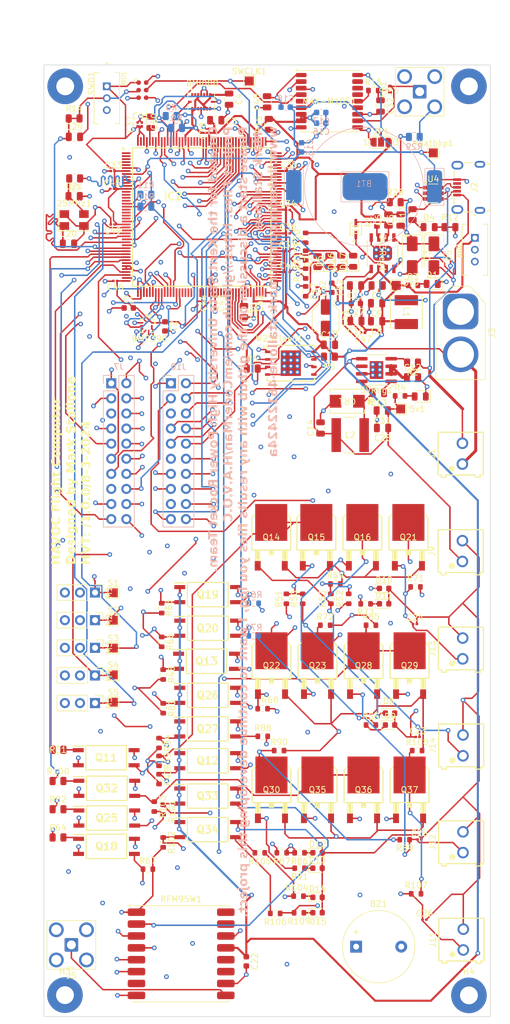
<source format=kicad_pcb>
(kicad_pcb (version 20240108) (generator "pcbnew") (generator_version "8.0")
  (layers (0 "F.Cu" signal) (1 "In1.Cu" power "GND") (2 "In2.Cu" jumper) (3 "In3.Cu" jumper) (4 "In4.Cu" power "GND2") (5 "In5.Cu" signal) (6 "In6.Cu" signal) (31 "B.Cu" signal) (34 "B.Paste" user) (35 "F.Paste" user) (36 "B.SilkS" user "B.Silkscreen") (37 "F.SilkS" user "F.Silkscreen") (38 "B.Mask" user) (39 "F.Mask" user) (44 "Edge.Cuts" user))
  (net 0 "")
  (net 1 "VBat-backup")
  (net 2 "GND")
  (net 3 "BUZZER")
  (net 4 "+3V3")
  (net 5 "VBAT_SWITCH")
  (net 6 "+5V")
  (net 7 "HSE_IN")
  (net 8 "NRST")
  (net 9 "Net-(IC2-VCAP_1)")
  (net 10 "Net-(C32-Pad1)")
  (net 11 "Net-(IC2-VCAP_2)")
  (net 12 "Net-(IC2-VCAP_3)")
  (net 13 "VDDA")
  (net 14 "Net-(D1-A)")
  (net 15 "Net-(D2-A)")
  (net 16 "5V_OUT_USB")
  (net 17 "Net-(D4-K)")
  (net 18 "Net-(D6-A)")
  (net 19 "Net-(D7-A)")
  (net 20 "Net-(D8-K)")
  (net 21 "Net-(D9-K)")
  (net 22 "Net-(D10-K)")
  (net 23 "Net-(D11-K)")
  (net 24 "Net-(D12-K)")
  (net 25 "Net-(D13-K)")
  (net 26 "Net-(D14-K)")
  (net 27 "Net-(D15-K)")
  (net 28 "Net-(D16-A)")
  (net 29 "Net-(D17-A)")
  (net 30 "Net-(J6-In)")
  (net 31 "SPI1_MOSI")
  (net 32 "SPI1_MISO")
  (net 33 "SPI1_SCK")
  (net 34 "SPI1_CS")
  (net 35 "SPI1_INT")
  (net 36 "GP_GPIO7")
  (net 38 "SPI3_MOSI")
  (net 39 "SWDIO")
  (net 40 "LED4")
  (net 41 "GP_GPIO6")
  (net 42 "HSE_OUT")
  (net 44 "SPI3_CS")
  (net 47 "GP_GPIO32")
  (net 48 "MAIN_CONT")
  (net 49 "GP_GPIO34")
  (net 50 "PYRO_DROGUE_FIRED")
  (net 51 "GP_GPIO33")
  (net 52 "SERVO1")
  (net 53 "FLASH_!WP")
  (net 54 "GP_GPIO8")
  (net 56 "I2C2_CS")
  (net 59 "SPI5_SCK")
  (net 60 "SPI5_CS")
  (net 61 "SPI2_MOSI")
  (net 62 "GP_GPIO25")
  (net 63 "PYRO_AUX2_FIRED")
  (net 64 "UART4_TX")
  (net 65 "USB_D+")
  (net 67 "AUX2_SIGNAL")
  (net 68 "PYRO_MAIN_FIRED")
  (net 69 "V_DETECT")
  (net 70 "INT_GYR")
  (net 71 "GP_GPIO19")
  (net 72 "GP_GPIO22")
  (net 73 "GP_GPIO21")
  (net 74 "GP_GPIO29")
  (net 75 "GP_GPIO36")
  (net 76 "DROGUE_SIGNAL")
  (net 77 "SWCLK")
  (net 79 "SPI5_MOSI")
  (net 81 "I2C1_SCL")
  (net 83 "SPI3_MISO")
  (net 84 "I2C2_SDA")
  (net 85 "GP_GPIO24")
  (net 86 "SERVO4")
  (net 88 "GP_GPIO35")
  (net 89 "I2C1_SDA")
  (net 91 "USB_D-")
  (net 92 "UART4_RX")
  (net 93 "FLASH_!HOLD")
  (net 94 "LED2")
  (net 95 "GP_GPIO18")
  (net 96 "GP_GPIO26")
  (net 97 "BOOT0")
  (net 98 "GP_GPIO31")
  (net 101 "UART5_TX")
  (net 102 "AUX2_CONT")
  (net 104 "AUX1_SIGNAL")
  (net 105 "SERVO2")
  (net 108 "GP_GPIO27")
  (net 111 "MAIN_SIGNAL")
  (net 114 "SPI3_RST")
  (net 115 "SPI5_MISO")
  (net 116 "INT_ACC")
  (net 117 "SERVO3")
  (net 118 "SERVO5")
  (net 119 "GP_GPIO30")
  (net 120 "GP_GPIO10")
  (net 121 "SPI2_SCK")
  (net 122 "UART5_RX")
  (net 123 "LED3")
  (net 124 "DROGUE_CONT")
  (net 125 "SPI2_!CS")
  (net 126 "GP_GPIO9")
  (net 129 "SPI3_SCK")
  (net 131 "GP_GPIO28")
  (net 133 "PYRO_AUX1_FIRED")
  (net 136 "GP_GPIO23")
  (net 138 "I2C2_SCL")
  (net 140 "GP_GPIO20")
  (net 141 "SPI3_INT")
  (net 142 "SPI2_MISO")
  (net 147 "GPS_TIMEPULSE")
  (net 148 "AUX1_CONT")
  (net 149 "SWO")
  (net 150 "LED1")
  (net 154 "VBAT")
  (net 158 "USB_D_Connector-")
  (net 160 "USB_D_Connector+")
  (net 162 "Net-(J5-In)")
  (net 163 "/GPS_!SAFEBOOT")
  (net 164 "Net-(Q11-E)")
  (net 165 "Net-(Q11-A)")
  (net 166 "Net-(Q12-E)")
  (net 167 "Net-(Q13-E)")
  (net 168 "Net-(Q15-D)")
  (net 169 "Net-(Q16-G)")
  (net 170 "Net-(Q16-D)")
  (net 171 "Net-(Q18-E)")
  (net 172 "Net-(Q18-A)")
  (net 173 "Net-(Q19-E)")
  (net 174 "Net-(Q20-E)")
  (net 175 "Net-(Q22-D)")
  (net 176 "Net-(Q23-D)")
  (net 177 "Net-(Q23-G)")
  (net 178 "Net-(Q25-A)")
  (net 179 "Net-(Q25-E)")
  (net 180 "Net-(Q26-E)")
  (net 181 "Net-(Q27-E)")
  (net 182 "Net-(Q29-D)")
  (net 183 "Net-(Q30-D)")
  (net 184 "Net-(Q30-G)")
  (net 185 "Net-(Q32-E)")
  (net 186 "Net-(Q32-A)")
  (net 187 "Net-(Q33-E)")
  (net 188 "Net-(Q34-E)")
  (net 189 "Net-(Q36-D)")
  (net 190 "Net-(Q37-D)")
  (net 191 "Net-(Q37-G)")
  (net 192 "/Power/NCV_RESET")
  (net 193 "/Power/DRV")
  (net 194 "/Power/BST")
  (net 195 "Net-(3v3Reg1-SW)")
  (net 196 "Net-(5VReg1-BST)")
  (net 198 "Net-(5VReg1-SW)")
  (net 199 "Net-(5VReg1-PGOOD)")
  (net 200 "Net-(25MHz1-Pad3)")
  (net 202 "Net-(MAX-M10S1-VCC_RF)")
  (net 218 "PYRO5V")
  (net 219 "Net-(J13-Pin_1)")
  (net 225 "Net-(Q14-D)")
  (net 226 "Net-(Q28-D)")
  (net 227 "Net-(Q35-D)")
  (footprint "Connector_Coaxial:SMA_Amphenol_901-143_Horizontal" (layer "F.Cu") (at 155.2 26.4)
    (property "Reference" "J6")
    (property "Value" "Conn_Coaxial")
  )
  (footprint "Resistor_SMD:R_0805_2012Metric" (layer "F.Cu") (at 151.0875 45)
    (property "Reference" "R28")
    (property "Value" "1M")
  )
  (footprint "Capacitor_SMD:C_0603_1608Metric" (layer "F.Cu") (at 144.45 62.03 180)
    (property "Reference" "C27")
    (property "Value" "1uF")
  )
  (footprint "Inductor_SMD:L_0402_1005Metric" (layer "F.Cu") (at 150.2 26 90)
    (property "Reference" "FB1")
    (property "Value" "2.66")
  )
  (footprint "Capacitor_SMD:C_0201_0603Metric" (layer "F.Cu") (at 132.905 53.25)
    (property "Reference" "C39")
    (property "Value" "100nF")
  )
  (footprint "Resistor_SMD:R_0603_1608Metric" (layer "F.Cu") (at 147 133)
    (property "Reference" "R55")
    (property "Value" "200")
  )
  (footprint "Capacitor_SMD:C_0603_1608Metric" (layer "F.Cu") (at 106.2 62.8)
    (property "Reference" "C1")
    (property "Value" "100nF")
  )
  (footprint "TestPoint:TestPoint_Pad_1.5x1.5mm" (layer "F.Cu") (at 157.5 36.7)
    (property "Reference" "Vbatbkp1")
    (property "Value" "Vbckp")
  )
  (footprint "LIB_VOL617A-3X001T:SOP254P1015X230-4N" (layer "F.Cu") (at 119.5 116.7)
    (property "Reference" "Q20")
    (property "Value" "VOL617A-3X001T" (hide yes))
  )
  (footprint "LIB_VOL617A-3X001T:SOP254P1015X230-4N" (layer "F.Cu") (at 102.4 138.5)
    (property "Reference" "Q11")
    (property "Value" "VOL617A-3X001T" (hide yes))
  )
  (footprint "Resistor_SMD:R_0603_1608Metric" (layer "F.Cu") (at 147.4 26.2)
    (property "Reference" "R16")
    (property "Value" "33")
  )
  (footprint "Resistor_SMD:R_0603_1608Metric" (layer "F.Cu") (at 146.1 112.6 180)
    (property "Reference" "R73")
    (property "Value" "200")
  )
  (footprint "Capacitor_SMD:C_0201_0603Metric" (layer "F.Cu") (at 155.155 152.25)
    (property "Reference" "C25")
    (property "Value" "1uF")
  )
  (footprint "Connector_PinHeader_2.54mm:PinHeader_1x03_P2.54mm_Vertical" (layer "F.Cu") (at 100.525 120 -90)
    (property "Reference" "M3")
    (property "Value" "SERVO3")
  )
  (footprint "Capacitor_SMD:C_0201_0603Metric" (layer "F.Cu") (at 103.5 39.75 180)
    (property "Reference" "C33")
    (property "Value" "100nF")
  )
  (footprint "MountingHole:MountingHole_3mm_Pad" (layer "F.Cu") (at 95.5 25.5)
    (property "Reference" "H1" (hide yes))
    (property "Value" "MountingHole_Pad")
  )
  (footprint "Resistor_SMD:R_0603_1608Metric" (layer "F.Cu") (at 136 60 -90)
    (property "Reference" "R17")
    (property "Value" "200")
  )
  (footprint "OS102011MS2QN1:SW_OS102011MS2QN1" (layer "F.Cu") (at 164.5 53 -90)
    (property "Reference" "BOOT0")
    (property "Value" "OS102011MS2QN1")
  )
  (footprint "Resistor_SMD:R_0805_2012Metric" (layer "F.Cu") (at 154 47.0875 90)
    (property "Reference" "R13")
    (property "Value" "100")
  )
  (footprint "1x2_Wuerth_691214110002_Screw_Term:691214110002" (layer "F.Cu") (at 162.5 136.42 90)
    (property "Reference" "J14")
    (property "Value" "DROGUE")
  )
  (footprint "Capacitor_SMD:C_0805_2012Metric" (layer "F.Cu") (at 148.25 77.1 180)
    (property "Reference" "C13")
    (property "Value" "0.1 uF")
  )
  (footprint "Resistor_SMD:R_0603_1608Metric" (layer "F.Cu") (at 112 130.175 -90)
    (property "Reference" "R83")
    (property "Value" "10k")
  )
  (footprint "Resistor_SMD:R_0805_2012Metric" (layer "F.Cu") (at 154 72 180)
    (property "Reference" "R2")
    (property "Value" "100k")
  )
  (footprint "Capacitor_SMD:C_0201_0603Metric" (layer "F.Cu") (at 154.855 135 180)
    (property "Reference" "C23")
    (property "Value" "1uF")
  )
  (footprint "to-252-n-mosfet:D-PAK_TO252AA" (layer "F.Cu") (at 130.2468 123)
    (property "Reference" "Q22")
    (property "Value" "AP70T03GH-VB")
  )
  (footprint "LED_SMD:LED_0603_1608Metric" (layer "F.Cu") (at 149.2125 112.59)
    (property "Reference" "D11")
    (property "Value" "PYRO_CONT_G")
  )
  (footprint "Capacitor_SMD:C_0805_2012Metric" (layer "F.Cu") (at 154 74.5)
    (property "Reference" "C12")
    (property "Value" "10 uF")
  )
  (footprint "Capacitor_SMD:C_0201_0603Metric" (layer "F.Cu") (at 127.25 62 -90)
    (property "Reference" "C42")
    (property "Value" "100nF")
  )
  (footprint "LED_SMD:LED_0603_1608Metric" (layer "F.Cu") (at 138 164.59)
    (property "Reference" "D15")
    (property "Value" "PYRO_CONT_G")
  )
  (footprint "Capacitor_SMD:C_0805_2012Metric" (layer "F.Cu") (at 148.05 59.0234 180)
    (property "Reference" "C7")
    (property "Value" ".1 uF")
  )
  (footprint "Capacitor_SMD:C_0603_1608Metric" (layer "F.Cu") (at 126 172.775 -90)
    (property "Reference" "C22")
    (property "Value" "10uF")
  )
  (footprint "Connector_PinHeader_2.54mm:PinHeader_1x03_P2.54mm_Vertical" (layer "F.Cu") (at 100.525 129.3 -90)
    (property "Reference" "M5")
    (property "Value" "SERVO5")
  )
  (footprint "Connector_AMASS:AMASS_XT60-M_1x02_P7.20mm_Vertical" (layer "F.Cu") (at 162.1 63.4 -90)
    (property "Reference" "J3")
    (property "Value" "XT60-M")
  )
  (footprint "TestPoint:TestPoint_Pad_1.5x1.5mm" (layer "F.Cu") (at 103.6 120.05)
    (property "Reference" "S3")
    (property "Value" "SERVO3")
  )
  (footprint "MountingHole:MountingHole_3mm_Pad" (layer "F.Cu") (at 163.5 178.5)
    (property "Reference" "H4")
    (property "Value" "MountingHole_Pad")
  )
  (footprint "Capacitor_SMD:C_0201_0603Metric" (layer "F.Cu") (at 117.75 62 -90)
    (property "Reference" "C44")
    (property "Value" "100nF")
  )
  (footprint "Capacitor_SMD:C_0805_2012Metric" (layer "F.Cu") (at 125.6 63.4 -90)
    (property "Reference" "C30")
    (property "Value" "2.2uF")
  )
  (footprint "TestPoint:TestPoint_Pad_1.5x1.5mm" (layer "F.Cu") (at 103.6 115.35)
    (property "Reference" "S2")
    (property "Value" "SERVO2")
  )
  (footprint "MountingHole:MountingHole_3mm_Pad" (layer "F.Cu") (at 163.5 25.5)
    (property "Reference" "H2" (hide yes))
    (property "Value" "MountingHole_Pad")
  )
  (footprint "Capacitor_SMD:C_0201_0603Metric" (layer "F.Cu") (at 103.5 48.75 180)
    (property "Reference" "C49")
    (property "Value" "100nF")
  )
  (footprint "Resistor_SMD:R_0603_1608Metric" (layer "F.Cu") (at 139.3 116.2)
    (property "Reference" "R72")
    (property "Value" "10k")
  )
  (footprint "Resistor_SMD:R_0603_1608Metric" (layer "F.Cu") (at 128.75 130.25 180)
    (property "Reference" "R68")
    (property "Value" "200")
  )
  (footprint "Capacitor_SMD:C_0805_2012Metric" (layer "F.Cu") (at 97 44)
    (property "Reference" "C21")
    (property "Value" "12pF")
  )
  (footprint "RF_Module:HOPERF_RFM9XW_SMD" (layer "F.Cu") (at 115.025 171.5)
    (property "Reference" "RFM95W1")
    (property "Value" "RFM95W-915S2")
  )
  (footprint "Capacitor_SMD:C_0201_0603Metric" (layer "F.Cu") (at 156 165.75)
    (property "Reference" "C26")
    (property "Value" "1uF")
  )
  (footprint "bas16ht1g:SOD_16HT1G_ONS" (layer "F.Cu") (at 144.45 49.5 90)
    (property "Reference" "U1")
    (property "Value" "BAS16HT1G")
  )
  (footprint "LIB_VOL617A-3X001T:SOP254P1015X230-4N" (layer "F.Cu") (at 119.5 150.6)
    (property "Reference" "Q34")
    (property "Value" "VOL617A-3X001T" (hide yes))
  )
  (footprint "Resistor_SMD:R_0603_1608Metric" (layer "F.Cu") (at 111.75 119 -90)
    (property "Reference" "R66")
    (property "Value" "10k")
  )
  (footprint "Resistor_SMD:R_0603_1608Metric" (layer "F.Cu") (at 112 152.75 -90)
    (property "Reference" "R102")
    (property "Value" "10k")
  )
  (footprint "Capacitor_SMD:C_0805_2012Metric" (layer "F.Cu") (at 120.85 31.2)
    (property "Reference" "C3")
    (property "Value" "100 nF")
  )
  (footprint "LED_SMD:LED_0805_2012Metric" (layer "F.Cu") (at 155.3 77.7 180)
    (property "Reference" "D2" (hide yes))
    (property "Value" "RED-5V")
  )
  (footprint "Capacitor_SMD:C_0805_2012Metric" (layer "F.Cu") (at 97.05 34)
    (property "Reference" "C29")
    (property "Value" "100nF")
  )
  (footprint "Resistor_SMD:R_0603_1608Metric" (layer "F.Cu") (at 154.5 109.75)
    (property "Reference" "R71")
    (property "Value" "1k")
  )
  (footprint "Resistor_SMD:R_0603_1608Metric" (layer "F.Cu") (at 152.675 152.3 180)
    (property "Reference" "R89")
    (property "Value" "1k")
  )
  (footprint "Capacitor_SMD:C_0201_0603Metric" (layer "F.Cu") (at 103.405 42.75 180)
    (property "Reference" "C45")
    (property "Value" "100nF")
  )
  (footprint "Resistor_SMD:R_0603_1608Metric" (layer "F.Cu") (at 147 116.2)
    (property "Reference" "R85")
    (property "Value" "10k")
  )
  (footprint "Capacitor_SMD:C_0805_2012Metric" (layer "F.Cu") (at 109.9 31.55 90)
    (property "Reference" "C50")
    (property "Value" "2.2uF")
  )
  (footprint "OS102011MS2QN1:SW_OS102011MS2QN1" (layer "F.Cu") (at 102.5 27.5 -90)
    (property "Reference" "NRST1")
    (property "Value" "OS102011MS2QN1")
  )
  (footprint "LIB_VOL617A-3X001T:SOP254P1015X230-4N" (layer "F.Cu") (at 119.5 144.95)
    (property "Reference" "Q33")
    (property "Value" "VOL617A-3X001T" (hide yes))
  )
  (footprint "Resistor_SMD:R_0805_2012Metric" (layer "F.Cu") (at 97 30.9)
    (property "Reference" "R14")
    (property "Value" "10k")
  )
  (footprint "1x2_Wuerth_691214110002_Screw_Term:691214110002" (layer "F.Cu") (at 162.4 103.72 90)
    (property "Reference" "J9")
    (property "Value" "SWITCH_PYRO_ARM")
  )
  (footprint "Resistor_SMD:R_0603_1608Metric" (layer "F.Cu") (at 154.075 59)
    (property "Reference" "R3")
    (property "Value" "100")
  )
  (footprint "Resistor_SMD:R_0603_1608Metric" (layer "F.Cu") (at 110.5 146.725 -90)
    (property "Reference" "R103")
    (property "Value" "10k")
  )
  (footprint "LIB_VOL617A-3X001T:SOP254P1015X230-4N" (layer "F.Cu") (at 119.5 133.65)
    (property "Reference" "Q27")
    (property "Value" "VOL617A-3X001T" (hide yes))
  )
  (footprint "LED_SMD:LED_0805_2012Metric" (layer "F.Cu") (at 138 55 90)
    (property "Reference" "D7")
    (property "Value" "O-STATUS2")
  )
  (footprint "Package_SO:SOIC-8-1EP_3.9x4.9mm_P1.27mm_EP2.29x3mm" (layer "F.Cu") (at 147.93 73.25 180)
    (property "Reference" "5VReg1")
    (property "Value" "ADP2303ARDZ-5.0")
  )
  (footprint "Diode_SMD:D_SMA" (layer "F.Cu") (at 157.6 54 -90)
    (property "Reference" "D5")
    (property "Value" "B150-E3")
  )
  (footprint "Capacitor_SMD:C_0201_0603Metric" (layer "F.Cu") (at 133 46.3)
    (property "Reference" "C34")
    (property "Value" "100nF")
  )
  (footprint "to-252-n-mosfet:D-PAK_TO252AA" (layer "F.Cu") (at 145.7468 143.9)
    (property "Reference" "Q36")
    (property "Value" "AP70T03GH-VB")
  )
  (footprint "Resistor_SMD:R_0603_1608Metric" (layer "F.Cu") (at 111.3 142.1 -90)
    (property "Reference" "R43")
    (property "Value" "10k")
  )
  (footprint "Capacitor_SMD:CP_Elec_4x5.4" (layer "F.Cu") (at 139.355 64.4468 -90)
    (property "Reference" "C51")
    (property "Value" "1uF")
  )
  (footprint "TestPoint:TestPoint_Pad_1.5x1.5mm" (layer "F.Cu") (at 126.5 24.6)
    (property "Reference" "SWCLK1")
    (property "Value" "SWCLK")
  )
  (footprint "LED_SMD:LED_0603_1608Metric" (layer "F.Cu") (at 149.2125 110)
    (property "Reference" "D10")
    (property "Value" "PYRO_FIRE_R")
  )
  (footprint "to-252-n-mosfet:D-PAK_TO252AA" (layer "F.Cu") (at 137.8 101.4)
    (property "Reference" "Q15")
    (property "Value" "AP70T03GH-VB")
  )
  (footprint "1x2_Wuerth_691214110002_Screw_Term:691214110002" (layer "F.Cu") (at 162.4 87.32 90)
    (property "Reference" "J1")
    (property "Value" "SWITCH_MAIN_POWER")
  )
  (footprint "Resistor_SMD:R_0603_1608Metric" (layer "F.Cu") (at 109.425 157.25)
    (property "Reference" "R67")
    (property "Value" "10k")
  )
  (footprint "TestPoint:TestPoint_Pad_1.5x1.5mm" (layer "F.Cu") (at 103.6 124.55)
    (property "Reference" "S4")
    (property "Value" "SERVO4")
  )
  (footprint "Resistor_SMD:R_0603_1608Metric" (layer "F.Cu") (at 136 54 90)
    (property "Reference" "R19")
    (property "Value" "200")
  )
  (footprint "LIB_VOL617A-3X001T:SOP254P1015X230-4N" (layer "F.Cu") (at 119.5 111.05)
    (property "Reference" "Q19")
    (property "Value" "VOL617A-3X001T" (hide yes))
  )
  (footprint "to-252-n-mosfet:D-PAK_TO252AA" (layer "F.Cu") (at 153.5 143.9)
    (property "Reference" "Q37")
    (property "Value" "AP70T03GH-VB")
  )
  (footprint "Resistor_SMD:R_0603_1608Metric" (layer "F.Cu") (at 148 48.25 90)
    (property "Reference" "R1")
    (property "Value" "10k")
  )
  (footprint "W25N01GVZEIG_TR:SON127P800X600X80-9N" (layer "F.Cu") (at 133.495 72.095)
    (property "Reference" "W25Flash1")
    (property "Value" "W25N01GVZEIG_TR")
  )
  (footprint "LIB_VOL617A-3X001T:SOP254P1015X230-4N" (layer "F.Cu") (at 119.3 122.27)
    (property "Reference" "Q13")
    (property "Value" "VOL617A-3X001T" (hide yes))
  )
  (footprint "Jumper:SolderJumper-3_P1.3mm_Open_RoundedPad1.0x1.5mm_NumberLabels" (layer "F.Cu") (at 148.7 34.9)
    (property "Reference" "JP1")
    (property "Value" "SolderJumper_3_Open")
  )
  (footprint "to-252-n-mosfet:D-PAK_TO252AA" (layer "F.Cu") (at 130.2404 143.9)
    (property "Reference" "Q30")
    (property "Value" "AP70T03GH-VB")
  )
  (footprint "Capacitor_SMD:C_0805_2012Metric" (layer "F.Cu") (at 129.5 28.1 90)
    (property "Reference" "C48")
    (property "Value" "2.2uF")
  )
  (footprint "Resistor_SMD:R_0603_1608Metric" (layer "F.Cu") (at 132.75 111.75 -90)
    (property "Reference" "R51")
    (property "Value" "1k")
  )
  (footprint "Resistor_SMD:R_0603_1608Metric" (layer "F.Cu") (at 136 51 90)
    (property "Reference" "R20")
    (property "Value" "200")
  )
  (footprint "Connector_PinHeader_2.54mm:PinHeader_1x03_P2.54mm_Vertical" (layer "F.Cu") (at 100.525 115.35 -90)
    (property "Reference" "M2")
    (property "Value" "SERVO2")
  )
  (footprint "Capacitor_SMD:C_0201_0603Metric" (layer "F.Cu") (at 133 50.25)
    (property "Reference" "C36")
    (property "Value" "100nF")
  )
  (footprint "ssb43:DIODE_DO214AA_MBRS" (layer "F.Cu") (at 143 78.5 180)
    (property "Reference" "CR1")
    (property "Value" "SSB43L-E3/52T")
  )
  (footprint "LIB_VOL617A-3X001T:SOP254P1015X230-4N" (layer "F.Cu") (at 119.5 139)
    (property "Reference" "Q12")
    (property "Value" "VOL617A-3X001T" (hide yes))
  )
  (footprint "LED_SMD:LED_0603_1608Metric" (layer "F.Cu") (at 138 157.09)
    (property "Reference" "D13")
    (property "Value" "PYRO_CONT_G")
  )
  (footprint "RF_GPS:ublox_MAX" (layer "F.Cu") (at 140 28)
    (property "Reference" "MAX-M10S1")
    (property "Value" "MAX-M10S")
  )
  (footprint "LED_SMD:LED_0805_2012Metric" (layer "F.Cu") (at 144 54.9375 90)
    (property "Reference" "D17")
    (property "Value" "R-STATUS4")
  )
  (footprint "Resistor_SMD:R_0603_1608Metric" (layer "F.Cu") (at 143.25 111.75 -90)
    (property "Reference" "R52")
    (property "Value" "2.2k")
  )
  (footprint "Resistor_SMD:R_0603_1608Metric" (layer "F.Cu") (at 134.875 164.6 180)
    (property "Reference" "R109")
    (property "Value" "200")
  )
  (footprint "Inductor_SMD:L_0603_1608Metric" (layer "F.Cu") (at 140.4 59.4 -90)
    (property "Reference" "FB2")
    (property "Value" "FCM1608KF-601T05")
  )
  (footprint "Resistor_SMD:R_0603_1608Metric" (layer "F.Cu") (at 136 57 90)
    (property "Reference" "R18")
    (property "Value" "200")
  )
  (footprint "Resistor_SMD:R_0805_2012Metric" (layer "F.Cu") (at 94.2875 142.42)
    (property "Reference" "R100")
    (property "Value" "220")
  )
  (footprint "Resistor_SMD:R_0603_1608Metric" (layer "F.Cu") (at 154.6 161.4)
    (property "Reference" "R107")
    (property "Value" "1k")
  )
  (footprint "LED_SMD:LED_0603_1608Metric" (layer "F.Cu") (at 138 162)
    (property "Reference" "D14")
    (property "Value" "PYRO_FIRE_R")
  )
  (footprint "Resistor_SMD:R_0805_2012Metric" (layer "F.Cu") (at 129.8 31.9 90)
    (property "Reference" "R15")
    (property "Value" "10k")
  )
  (footprint "LIB_VOL617A-3X001T:SOP254P1015X230-4N" (layer "F.Cu") (at 119.5 128)
    (property "Reference" "Q26")
    (property "Value" "VOL617A-3X001T" (hide yes))
  )
  (footprint "Resistor_SMD:R_0603_1608Metric" (layer "F.Cu") (at 111.75 113.325 -90)
    (property "Reference" "R65")
    (property "Value" "10k")
  )
  (footprint "1x2_Wuerth_691214110002_Screw_Term:691214110002" (layer "F.Cu") (at 162.45 120.11 90)
    (property "Reference" "J13")
    (property "Value" "MAIN")
  )
  (footprint "to-252-n-mosfet:D-PAK_TO252AA" (layer "F.Cu") (at 145.7532 123)
    (property "Reference" "Q28")
    (property "Value" "AP70T03GH-VB")
  )
  (footprint "Resistor_SMD:R_0603_1608Metric" (layer "F.Cu") (at 151.9 77.6)
    (property "Reference" "R4")
    (property "Value" "200")
  )
  (footprint "Connector:Tag-Connect_TC2030-IDC-NL_2x03_P1.27mm_Vertical" (layer "F.Cu") (at 108.5 26.14 -90)
    (property "Reference" "SWD1")
    (property "Value" "Conn_ARM_SWD_TagConnect_TC2030-NL")
  )
  (footprint "Capacitor_SMD:C_0805_2012Metric" (layer "F.Cu") (at 152 48 90)
    (property "Reference" "C5")
    (property "Value" "4.7 uF")
  )
  (footprint "LIB_VOL617A-3X001T:SOP254P1015X230-4N" (layer "F.Cu") (at 102.5 148.65)
    (property "Reference" "Q25")
    (property "Value" "VOL617A-3X001T" (hide yes))
  )
  (footprint "Resistor_SMD:R_0603_1608Metric" (layer "F.Cu") (at 112 124.5 -90)
    (property "Reference" "R48")
    (property "Value" "10k")
  )
  (footprint "Connector_PinHeader_2.54mm:PinHeader_1x03_P2.54mm_Vertical" (layer "F.Cu") (at 100.525 110.7 -90)
    (property "Reference" "M1")
    (property "Value" "SERVO1")
  )
  (footprint "Resistor_SMD:R_0603_1608Metric" (layer "F.Cu") (at 128.275 154.5 180)
    (property "Reference" "R105")
    (property "Value" "1k")
  )
  (footprint "NR6028T4R7M:IND_NR6028T4R7M" (layer "F.Cu") (at 143.5 84.2)
    (property "Reference" "L2")
    (property "Value" "NR6028T4R7M")
  )
  (footprint "to-252-n-mosfet:D-PAK_TO252AA" (layer "F.Cu") (at 153.3064 101.4)
    (property "Reference" "Q21")
    (property "Value" "AP70T03GH-VB")
  )
  (footprint "Resistor_SMD:R_0603_1608Metric" (layer "F.Cu") (at 128.775 134.9 180)
    (property "Reference" "R88")
    (property "Value" "2.2k")
  )
  (footprint "Capacitor_SMD:C_0201_0603Metric" (layer "F.Cu") (at 119.75 33 90)
    (property "Reference" "C38")
    (property "Value" "100nF")
  )
  (footprint "Capacitor_SMD:C_0805_2012Metric" (layer "F.Cu") (at 123.1 27.65 -90)
    (property "Reference" "C4")
    (property "Value" "100 nF")
  )
  (footprint "LED_SMD:LED_0805_2012Metric" (layer "F.Cu") (at 140 54.9375 90)
    (property "Reference" "D6")
    (property "Value" "G-STATUS1")
  )
  (footprint "to-252-n-mosfet:D-PAK_TO252AA" (layer "F.Cu") (at 153.5064 123)
    (property "Reference" "Q29")
    (property "Value" "AP70T03GH-VB")
  )
  (footprint "Resistor_SMD:R_0603_1608Metric" (layer "F.Cu") (at 111.3 139.025 -90)
    (property "Reference" "R49")
    (property "Value" "10k")
  )
  (footprint "Resistor_SMD:R_0805_2012Metric" (layer "F.Cu") (at 94.2875 151.92)
    (property "Reference" "R64")
    (property "Value" "220")
  )
  (footprint "to-252-n-mosfet:D-PAK_TO252AA" (layer "F.Cu") (at 145.5532 101.4)
    (property "Reference" "Q16")
    (property "Value" "AP70T03GH-VB")
  )
  (footprint "Resistor_SMD:R_0603_1608Metric" (layer "F.Cu") (at 134.975 154.5 180)
    (property "Reference" "R86")
    (property "Value" "200")
  )
  (footprint "Buzzer_Beeper:Buzzer_12x9.5RM7.6" (layer "F.Cu") (at 144.5 170.3)
    (property "Reference" "BZ1")
    (property "Value" "Buzzer")
  )
  (footprint "Capacitor_SMD:C_0201_0603Metric" (layer "F.Cu") (at 107.7 31.9 90)
    (property "Reference" "C37")
    (property "Value" "100nF")
  )
  (footprint "Capacitor_SMD:C_0805_2012Metric" (layer "F.Cu") (at 138.5 83 90)
    (property "Reference" "C14")
    (property "Value" "47 uF")
  )
  (footprint "TestPoint:TestPoint_Pad_1.5x1.5mm" (layer "F.Cu") (at 103.6 110.75)
    (property "Reference" "S1")
    (property "Value" "SERVO1")
  )
  (footprint "Capacitor_SMD:C_0201_0603Metric" (layer "F.Cu") (at 133.155 39.75)
    (property "Reference" "C35")
    (property "Value" "100nF")
  )
  (footprint "TestPoint:TestPoint_Pad_1.5x1.5mm" (layer "F.Cu") (at 151.25 59)
    (property "Reference" "3v3")
    (property "Value" "3v3")
  )
  (footprint "Resistor_SMD:R_0805_2012Metric" (layer "F.Cu") (at 160.3 49.2)
    (property "Reference" "R12")
    (property "Value" "10k")
  )
  (footprint "to-252-n-mosfet:D-PAK_TO252AA" (layer "F.Cu") (at 138 123)
    (property "Reference" "Q23")
    (property "Value" "AP70T03GH-VB")
  )
  (footprint "Resistor_SMD:R_0603_1608Metric" (layer "F.Cu") (at 131.525 137.3)
    (property "Reference" "R90")
    (property "Value" "10k")
  )
  (footprint "Connector_Coaxial:SMA_Amphenol_901-143_Horizontal" (layer "F.Cu") (at 96.54 170 90)
    (property "Reference" "J5")
    (property "Value" "Conn_Coaxial")
  )
  (footprint "Resistor_SMD:R_0603_1608Metric" (layer "F.Cu") (at 130.875 164.7 180)
    (property "Reference" "R106")
    (property "Value" "2.2k")
  )
  (footprint "to-252-n-mosfet:D-PAK_TO252AA" (layer "F.Cu") (at 137.9936 143.9)
    (property "Reference" "Q35")
    (property "Value" "AP70T03GH-VB")
  )
  (footprint "Capacitor_SMD:C_0603_1608Metric" (layer "F.Cu") (at 112.3 65.9 -90)
    (property "Reference" "C2")
    (property "Value" "100nF")
  )
  (footprint "LED_SMD:LED_0603_1608Metric" (layer "F.Cu") (at 150.2125 131)
    (property "Reference" "D8")
    (property "Value" "PYRO_FIRE_R")
  )
  (footprint "LIB_STM32H755IIT6:QFP50P2600X2600X160-176N" (layer "F.Cu") (at 118.5 47.5)
    (property "Reference" "IC2")
    (property "Value" "STM32H755IIT6" (hide yes))
  )
  (footprint "Resistor_SMD:R_0805_2012Metric" (layer "F.Cu") (at 97.0875 41 180)
    (property "Reference" "R7")
    (property "Value" "47")
  )
  (footprint "Resistor_SMD:R_0603_1608Metric" (layer "F.Cu") (at 112 147.25 -90)
    (property "Reference" "R101")
    (property "Value" "10k")
  )
  (footprint "LIB_VOL617A-3X001T:SOP254P1015X230-4N" (layer "F.Cu") (at 102.45 153.42)
    (property "Reference" "Q18")
    (property "Value" "VOL617A-3X001T" (hide yes))
  )
  (footprint "Resistor_SMD:R_0603_1608Metric" (layer "F.Cu") (at 135.5 111.75 90)
    (property "Reference" "R50")
    (property "Value" "200")
  )
  (footprint "1x2_Wuerth_691214110002_Screw_Term:691214110002" (layer "F.Cu") (at 162.5 152.72 90)
    (property "Reference" "J12")
    (property "Value" "AUX1")
  )
  (footprint "LED_SMD:LED_0603_1608Metric" (layer "F.Cu") (at 138 154.5)
    (property "Reference" "D12")
    (property "Value" "PYRO_FIRE_R")
  )
  (footprint "TestPoint:TestPoint_Pad_1.5x1.5mm" (layer "F.Cu") (at 152 79.8)
    (property "Reference" "5v1")
    (property "Value" "5V")
  )
  (footprint "to-252-n-mosfet:D-PAK_TO252AA" (layer "F.Cu") (at 130.2 101.4)
    (property "Reference" "Q14")
    (property "Value" "AP70T03GH-VB")
  )
  (footprint "Capacitor_SMD:C_0805_2012Metric" (layer "F.Cu") (at 96.05 52)
    (property "Reference" "C20")
    (property "Value" "12pF")
  )
  (footprint "Capacitor_SMD:C_0805_2012Metric" (layer "F.Cu") (at 144.45 65 180)
    (property "Reference" "C10")
    (property "Value" "10 uF")
  )
  (footprint "LED_SMD:LED_0805_2012Metric" (layer "F.Cu") (at 157.3125 58.75 180)
    (property "Reference" "D1")
    (property "Value" "GREEN-3v3")
  )
  (footprint "NCV891330PD33R2G:SOIC8_3P9X4P9_ONS" (layer "F.Cu") (at 148.95 53.5884 -90)
    (property "Reference" "3v3Reg1")
    (property "Value" "NCV891330PD33R2G")
  )
  (footprint "Resistor_SMD:R_0603_1608Metric" (layer "F.Cu") (at 111.3 136.025 -90)
    (property "Reference" "R84")
    (property "Value" "10k")
  )
  (footprint "BMP390:10LGA_2X2X0p75_BOS" (layer "F.Cu") (at 109.3 65.8 -90)
    (property "Reference" "BMP390")
    (property "Value" "BMP390")
  )
  (footprint "Resistor_SMD:R_0805_2012Metric" (layer "F.Cu") (at 94.2875 147.17)
    (property "Reference" "R82")
    (property "Value" "220")
  )
  (footprint "Resistor_SMD:R_0805_2012Metric" (layer "F.Cu") (at 127 73)
    (property "Reference" "R6")
    (property "Value" "10k")
  )
  (footprint "Connector_USB:USB_Micro-B_Wuerth_629105150521" (layer "F.Cu") (at 163.4 42.5 90)
    (property "Reference" "J2")
    (property "Value" "USB_B_Micro")
  )
  (footprint "Resistor_SMD:R_0603_1608Metric" (layer "F.Cu") (at 134.8 161.8 180)
    (property "Reference" "R104")
    (property "Value" "200")
  )
  (footprint "LED_SMD:LED_0805_2012Metric" (layer "F.Cu") (at 142 54.9375 90)
    (property "Reference" "D16")
    (property "Value" "B-STATUS3")
  )
  (footprint "Crystal:Crystal_SMD_5032-4Pin_5.0x3.2mm" (layer "F.Cu") (at 97 48)
    (property "Reference" "25MHz1")
    (property "Value" "25MHz-X503225MSB4SI")
  )
  (footprint "MountingHole:MountingHole_3mm_Pad" (layer "F.Cu") (at 95.46 178.46)
    (property "Reference" "H3")
    (property "Value" "MountingHole_Pad")
  )
  (footprint "Resistor_SMD:R_0603_1608Metric" (layer "F.Cu") (at 131.975 154.5 180)
    (property "Reference" "R87")
    (property "Value" "1k")
  )
  (footprint "Capacitor_SMD:C_0201_0603Metric" (layer "F.Cu") (at 103.92 58.25 180)
    (property "Reference" "C46")
    (property "Value" "100nF")
  )
  (footprint "Capacitor_SMD:C_0201_0603Metric" (layer "F.Cu") (at 154.405 116)
    (property "Reference" "C24")
    (property "Value" "1uF")
  )
  (footprint "Diode_SMD:D_SMA" (layer "F.Cu") (at 153.95 54 -90)
    (property "Reference" "D3")
    (property "Value" "B150-E3")
  )
  (footprint "1x2_Wuerth_691214110002_Screw_Term:691214110002" (layer "F.Cu") (at 162.55 169.11 90)
    (property "Reference" "J11")
    (property "Value" "AUX2")
  )
  (footprint "Resistor_SMD:R_0805_2012Metric" (layer "F.Cu") (at 140 71 180)
    (property "Reference" "R5")
    (property "Value" "10k")
  )
  (footprint "Connector_PinHeader_2.54mm:PinHeader_1x03_P2.54mm_Vertical" (layer "F.Cu") (at 100.525 124.65 -90)
    (property "Reference" "M4")
    (property "Value" "SERVO4")
  )
  (footprint "BMI088:PQFN50P450X300X100-16N" (layer "F.Cu") (at 118.4 28.1)
    (property "Reference" "BMI088")
    (property "Value" "BMI088")
  )
  (footprint "Capacitor_SMD:C_0201_0603Metric" (layer "F.Cu") (at 120.75 62 -90)
    (property "Reference" "C43")
    (property "Value" "100nF")
  )
  (footprint "Capacitor_SMD:C_0805_2012Metric" (layer "F.Cu") (at 144.4 59.0234 180)
    (property "Reference" "C11")
    (property "Value" ".1 uF")
  )
  (footprint "Capacitor_SMD:C_0805_2012Metric" (layer "F.Cu") (at 148.95 83 180)
    (property "Reference" "C28")
    (property "Value" "10 uF")
  )
  (footprint "Capacitor_SMD:C_0805_2012Metric" (layer "F.Cu") (at 140 69)
    (property "Reference" "C19")
    (property "Value" "100nF")
  )
  (footprint "LED_SMD:LED_0805_2012Metric" (layer "F.Cu") (at 156.8 49.2)
    (property "Reference" "D4")
    (property "Value" "YELLOW")
  )
  (footprint "NRS5030T3:IND_NRS5030_TAY" (layer "F.Cu") (at 152.95 63.5 -90)
    (property "Reference" "L1")
    (property "Value" "3.3 uH")
  )
  (footprint "Resistor_SMD:R_0603_1608Metric" (layer "F.Cu") (at 140.25 111.75 90)
    (property "Reference" "R53")
    (property "Value" "1k")
  )
  (footprint "Capacitor_SMD:C_0805_2012Metric" (layer "F.Cu") (at 148.9 80.065 180)
    (property "Reference" "C31")
    (property "Value" "10 uF")
  )
  (footprint "LED_SMD:LED_0603_1608Metric" (layer "F.Cu") (at 150.2125 133)
    (property "Reference" "D9")
    (property "Value" "PYRO_CONT_G")
  )
  (footprint "Capacitor_SMD:C_0201_0603Metric" (layer "F.Cu") (at 133 56.75)
    (property "Reference" "C40")
    (property "Value" "100nF")
  )
  (footprint "Capacitor_SMD:C_0201_0603Metric" (layer "F.Cu") (at 108.4 31.92 90)
    (property "Reference" "C41")
    (property "Value" "100nF")
  )
  (footprint "Capacitor_SMD:C_0805_2012Metric" (layer "F.Cu") (at 148.6 28.8 -90)
    (property "Reference" "C32")
    (property "Value" "47pF")
  )
  (footprint "Package_TO_SOT_SMD:SOT-23-6" (layer "F.Cu") (at 157.5 43.5)
    (property "Reference" "U4")
    (property "Value" "USBLC6-2SC6")
  )
  (footprint "Capacitor_SMD:C_0805_2012Metric" (layer "F.Cu") (at 149.95 48 90)
    (property "Reference" "C6")
    (property "Value" ".1 uF")
  )
  (footprint "Capacitor_SMD:C_0201_0603Metric" (layer "F.Cu") (at 145.68 67 180)
    (property "Reference" "C47")
    (property "Value" "100nF")
  )
  (footprint "TestPoint:TestPoint_Pad_1.5x1.5mm" (layer "F.Cu") (at 103.6 129.15)
    (property "Reference" "S5")
    (property "Value" "SERVO5")
  )
  (footprint "LIB_VOL617A-3X001T:SOP254P1015X230-4N" (layer "F.Cu") (at 102.5 143.65)
    (property "Reference" "Q32")
    (property "Value" "VOL617A-3X001T" (hide yes))
  )
  (footprint "Capacitor_SMD:C_0805_2012Metric" (layer "F.Cu") (at 147.95 62 180)
    (property "Reference" "C9")
    (property "Value" "10 uF")
  )
  (footprint "Resistor_SMD:R_0603_1608Metric" (layer "F.Cu") (at 154.775 137.3)
    (property "Reference" "R108")
    (property "Value" "10k")
  )
  (footprint "Capacitor_SMD:C_0805_2012Metric" (layer "F.Cu") (at 147.95 65.03 180)
    (property "Reference" "C8")
    (property "Value" "10 uF")
  )
  (footprint "Resistor_SMD:R_0603_1608Metric" (layer "F.Cu") (at 141 109.25)
    (property "Reference" "R54")
    (property "Value" "10k")
  )
  (footprint "Capacitor_SMD:C_0201_0603Metric" (layer "F.Cu") (at 137.855 59.6018 -90)
    (property "Reference" "C52")
    (property "Value" "100nF")
  )
  (footprint "Resistor_SMD:R_0603_1608Metric" (layer "F.Cu") (at 134.975 157.1 180)
    (property "Reference" "R91")
    (property "Value" "200")
  )
  (footprint "Resistor_SMD:R_0805_2012Metric" (layer "F.Cu") (at 94.2875 137.17)
    (property "Reference" "R31")
    (property "Value" "220")
  )
  (footprint "Resistor_SMD:R_0603_1608Metric" (layer "B.Cu") (at 127.25 112.5 180)
    (property "Reference" "R69")
    (property "Value" "1k")
  )
  (footprint "cr-2032:cr 2032 holder" (layer "B.Cu") (at 145.8 42.4 180)
    (property "Reference" "BT1")
    (property "Value" "CR-2032")
  )
  (footprint "Resistor_SMD:R_0805_2012Metric" (layer "B.Cu") (at 154.3 34.0125)
    (property "Reference" "R29")
    (property "Value" "100k")
  )
  (footprint "Resistor_SMD:R_0805_2012Metric" (layer "B.Cu") (at 113.3375 30.5 180)
    (property "Reference" "R8")
    (property "Value" "4.7k")
  )
  (footprint "Connector_PinSocket_2.54mm:PinSocket_2x10_P2.54mm_Vertical" (layer "B.Cu") (at 103.26 75.48 180)
    (property "Reference" "J7")
    (property "Value" "Conn_02x10_Top_Bottom")
  )
  (footprint "Capacitor_SMD:C_0603_1608Metric" (layer "B.Cu") (at 132.625 29 180)
    (property "Reference" "C18")
    (property "Value" "10uF" (hide yes))
  )
  (footprint "Resistor_SMD:R_0805_2012Metric" (layer "B.Cu") (at 109.0875 43.75 180)
    (property "Reference" "R11")
    (property "Value" "4.7k")
  )
  (footprint "Resistor_SMD:R_0805_2012Metric" (layer "B.Cu") (at 114.25 32.5 180)
    (property "Reference" "R9")
    (property "Value" "4.7k")
  )
  (footprint "Capacitor_SMD:C_0603_1608Metric" (layer "B.Cu") (at 138.625 31.7)
    (property "Reference" "C16")
    (property "Value" "1uF")
  )
  (footprint "Connector_PinSocket_2.54mm:PinSocket_2x10_P2.54mm_Vertical" (layer "B.Cu") (at 113.3 75.48 180)
    (property "Reference" "J10")
    (property "Value" "Conn_02x10_Top_Bottom")
  )
  (footprint "Resistor_SMD:R_0805_2012Metric" (layer "B.Cu") (at 109.0875 45.75 180)
    (property "Reference" "R10")
    (property "Value" "4.7k")
  )
  (footprint "Capacitor_SMD:C_0603_1608Metric" (layer "B.Cu") (at 138.625 29.9)
    (property "Reference" "C17")
    (property "Value" "1uF")
  )
  (footprint "Resistor_SMD:R_0603_1608Metric" (layer "B.Cu") (at 127.25 118 180)
    (property "Reference" "R70")
    (property "Value" "2.2k")
  )
  (footprint "Capacitor_SMD:C_0603_1608Metric" (layer "B.Cu") (at 135.3 35.775 90)
    (property "Reference" "C15")
    (property "Value" "1 uF")
  )
  (gr_rect (start 91.9 21.9) (end 167.1 182.1) (stroke (width 0.1)) (fill none) (layer "Edge.Cuts"))
  (gr_text "Created for the Kent State University High Power Rocket Team. \nProject Files: https://github.com/emCoderMan/H.A.V.O.C\nPlease start a discussion on the github with any results files you log, I want to continue developing this project. \n-Mark Stallone \nwww.linkedin.com/in/mark-stallone-46122424a" (at 131.45 32.25 90) (layer "B.SilkS") (effects (font (size 1.5 1.5) (thickness 0.3) (bold yes)) (justify left bottom mirror)))
  (gr_text "HAVOC Flight Computer\nDesigned by Mark Stallone\nHVT: /1.0.0/8-3-2024" (at 99.95 106.05 90) (layer "F.SilkS") (effects (font (size 1.5 1.5) (thickness 0.3) (bold yes)) (justify left bottom)))
  (segment (start 109.125 39.6639) (end 108.5139 40.275) (width 0.25) (layer "F.Cu") (net 1))
  (segment (start 157.4 36.6) (end 157.5 36.7) (width 0.25) (layer "F.Cu") (net 1))
  (segment (start 136.15 29.1) (end 137.15 28.1) (width 0.25) (layer "F.Cu") (net 1))
  (segment (start 105.8 40.275) (end 105.775 40.25) (width 0.25) (layer "F.Cu") (net 1))
  (segment (start 155.5 36.6) (end 157.4 36.6) (width 0.25) (layer "F.Cu") (net 1))
  (segment (start 109.4 39) (end 109.125 39.275) (width 0.25) (layer "F.Cu") (net 1))
  (segment (start 135.25 29.1) (end 136.15 29.1) (width 0.25) (layer "F.Cu") (net 1))
  (segment (start 108.5139 40.275) (end 105.8 40.275) (width 0.25) (layer "F.Cu") (net 1))
  (segment (start 137.15 28.1) (end 137.6 28.1) (width 0.25) (layer "F.Cu") (net 1))
  (segment (start 109.125 39.275) (end 109.125 39.6639) (width 0.25) (layer "F.Cu") (net 1))
  (via (at 155.5 36.6) (size 0.8) (drill 0.4) (layers "F.Cu" "B.Cu") (net 1))
  (via (at 137.6 28.1) (size 0.8) (drill 0.4) (layers "F.Cu" "B.Cu") (net 1))
  (via (at 109.4 39) (size 0.8) (drill 0.4) (layers "F.Cu" "B.Cu") (net 1))
  (segment (start 157.7 38.8) (end 155.5 36.6) (width 0.25) (layer "B.Cu") (net 1))
  (segment (start 137.6 28.1) (end 142.975 28.1) (width 0.25) (layer "B.Cu") (net 1))
  (segment (start 155.45 36.55) (end 155.5 36.6) (width 0.25) (layer "B.Cu") (net 1))
  (segment (start 133.4 29) (end 134.1 29.7) (width 0.25) (layer "B.Cu") (net 1))
  (segment (start 109.868 37.6348) (end 134.215 37.6348) (width 0.25) (layer "B.Cu") (net 1))
  (segment (start 142.975 28.1) (end 151.425 36.55) (width 0.25) (layer "B.Cu") (net 1))
  (segment (start 133.4 29) (end 136.7 29) (width 0.25) (layer "B.Cu") (net 1))
  (segment (start 151.425 36.55) (end 151.475 36.6) (width 0.25) (layer "B.Cu") (net 1))
  (segment (start 134 37.85) (end 135.3 36.55) (width 0.25) (layer "B.Cu") (net 1))
  (segment (start 136.7 29) (end 137.6 28.1) (width 0.25) (layer "B.Cu") (net 1))
  (segment (start 134.215 37.6348) (end 135.3 36.55) (width 0.25) (layer "B.Cu") (net 1))
  (segment (start 157.7 42.4) (end 157.7 38.8) (width 0.25) (layer "B.Cu") (net 1))
  (segment (start 109.4 38.1027) (end 109.868 37.6348) (width 0.25) (layer "B.Cu") (net 1))
  (segment (start 109.4 39) (end 109.4 38.1027) (width 0.25) (layer "B.Cu") (net 1))
  (segment (start 151.425 36.55) (end 155.45 36.55) (width 0.25) (layer "B.Cu") (net 1))
  (segment (start 134.1 29.7) (end 134.1 35.35) (width 0.25) (layer "B.Cu") (net 1))
  (segment (start 151.475 36.6) (end 155.5 36.6) (width 0.25) (layer "B.Cu") (net 1))
  (segment (start 134 42.4) (end 134 37.85) (width 0.25) (layer "B.Cu") (net 1))
  (segment (start 134.1 35.35) (end 135.3 36.55) (width 0.25) (layer "B.Cu") (net 1))
  (segment (start 135.3 36.55) (end 151.425 36.55) (width 0.25) (layer "B.Cu") (net 1))
  (segment (start 109.824695 44.95) (end 107.275 47.499695) (width 0.25) (layer "F.Cu") (net 2))
  (segment (start 127.2 62.37) (end 127.25 62.32) (width 0.25) (layer "F.Cu") (net 2))
  (segment (start 112 148.8) (end 112 148.075) (width 0.25) (layer "F.Cu") (net 2))
  (segment (start 145.25 32.9) (end 144.75 32.4) (width 0.25) (layer "F.Cu") (net 2))
  (segment (start 141.15 151.75) (end 140.9 152) (width 0.25) (layer "F.Cu") (net 2))
  (segment (start 106 27.5) (end 107.775 27.5) (width 0.25) (layer "F.Cu") (net 2))
  (segment (start 133.75 46.73) (end 133.32 46.3) (width 0.25) (layer "F.Cu") (net 2))
  (segment (start 154 46.175) (end 155.976 46.175) (width 0.25) (layer "F.Cu") (net 2))
  (segment (start 143.7 64.8) (end 143.5 65) (width 0.25) (layer "F.Cu") (net 2))
  (segment (start 134.35 23.6) (end 135.25 23.6) (width 0.25) (layer "F.Cu") (net 2))
  (segment (start 145.36 66.86) (end 145.36 67) (width 0.25) (layer "F.Cu") (net 2))
  (segment (start 141 67.5) (end 141 68.95) (width 0.25) (layer "F.Cu") (net 2))
  (segment (start 138.062 55.875) (end 138 55.9375) (width 0.25) (layer "F.Cu") (net 2))
  (segment (start 119.4 26.3) (end 119.4 26.935) (width 0.25) (layer "F.Cu") (net 2))
  (segment (start 141.0315 78.5) (end 141.032 78.5) (width 0.25) (layer "F.Cu") (net 2))
  (segment (start 156.238 76.262) (end 156.238 77.7) (width 0.25) (layer "F.Cu") (net 2))
  (segment (start 125.2 43.25) (end 131.225 43.25) (width 0.25) (layer "F.Cu") (net 2))
  (segment (start 157.7 41.2) (end 161.5 41.2) (width 0.25) (layer "F.Cu") (net 2))
  (segment (start 125.75 58.95) (end 125.75 60.225) (width 0.25) (layer "F.Cu") (net 2))
  (segment (start 110.5 147.55) (end 111.475 147.55) (width 0.25) (layer "F.Cu") (net 2))
  (segment (start 129.864951 49.75) (end 131.225 49.75) (width 0.25) (layer "F.Cu") (net 2))
  (segment (start 141.96 131.1) (end 140.28 132.78) (width 0.25) (layer "F.Cu") (net 2))
  (segment (start 140.608 67.5) (end 139.355 66.2468) (width 0.25) (layer "F.Cu") (net 2))
  (segment (start 145.933 108.1) (end 153.686 108.1) (width 0.25) (layer "F.Cu") (net 2))
  (segment (start 120.75 63.4) (end 120.75 62.32) (width 0.25) (layer "F.Cu") (net 2))
  (segment (start 131.2 26.75) (end 134.35 23.6) (width 0.25) (layer "F.Cu") (net 2))
  (segment (start 120.25 58.8) (end 120.25 60.225) (width 0.25) (layer "F.Cu") (net 2))
  (segment (start 100.55 47.1) (end 98.65 49) (width 0.25) (layer "F.Cu") (net 2))
  (segment (start 143.7 63.4) (end 143.7 62.055) (width 0.25) (layer "F.Cu") (net 2))
  (segment (start 119.925 36.5) (end 120.25 36.175) (width 0.25) (layer "F.Cu") (net 2))
  (segment (start 107.2 126.75) (end 107.75 126.75) (width 0.25) (layer "F.Cu") (net 2))
  (segment (start 142.125 108.95) (end 141.825 109.25) (width 0.25) (layer "F.Cu") (net 2))
  (segment (start 122.55 176.5) (end 124.5 176.5) (width 0.25) (layer "F.Cu") (net 2))
  (segment (start 122.9 29.9) (end 122.9 28.8) (width 0.25) (layer "F.Cu") (net 2))
  (segment (start 140.08 106.2) (end 138.08 108.2) (width 0.25) (layer "F.Cu") (net 2))
  (segment (start 129.325 52.75) (end 131.225 52.75) (width 0.25) (layer "F.Cu") (net 2))
  (segment (start 110.6 150.2) (end 112 148.8) (width 0.25) (layer "F.Cu") (net 2))
  (segment (start 149.9 54.1) (end 149.462 54.1) (width 0.25) (layer "F.Cu") (net 2))
  (segment (start 140.9 106.2) (end 140.08 106.2) (width 0.25) (layer "F.Cu") (net 2))
  (segment (start 101.35 45.85) (end 103.18 47.68) (width 0.25) (layer "F.Cu") (net 2))
  (segment (start 112.3 66.675) (end 113.575 66.675) (width 0.25) (layer "F.Cu") (net 2))
  (segment (start 111.175 125.325) (end 112 125.325) (width 0.25) (layer "F.Cu") (net 2))
  (segment (start 109.75 126.75) (end 111.175 125.325) (width 0.25) (layer "F.Cu") (net 2))
  (segment (start 109.4 139.05) (end 109.4 138.75) (width 0.25) (layer "F.Cu") (net 2))
  (segment (start 109.4 138.75) (end 111.3 136.85) (width 0.25) (layer "F.Cu") (net 2))
  (segment (start 131.4 27.6) (end 131.2 27.4) (width 0.25) (layer "F.Cu") (net 2))
  (segment (start 129.589951 50.025) (end 129.864951 49.75) (width 0.25) (layer "F.Cu") (net 2))
  (segment (start 148.15 30.2) (end 148.6 29.75) (width 0.25) (layer "F.Cu") (net 2))
  (segment (start 120.85 58.2) (end 120.25 58.8) (width 0.25) (layer "F.Cu") (net 2))
  (segment (start 146.7 64.73) (end 147 65.03) (width 0.25) (layer "F.Cu") (net 2))
  (segment (start 97.35 49) (end 95.35 47) (width 0.25) (layer "F.Cu") (net 2))
  (segment (start 156.3625 43.5) (end 156.362 43.5) (width 0.25) (layer "F.Cu") (net 2))
  (segment (start 110.25 161.75) (end 110.25 157.25) (width 0.25) (layer "F.Cu") (net 2))
  (segment (start 146.6 34.1) (end 147.4 34.9) (width 0.25) (layer "F.Cu") (net 2))
  (segment (start 101.7 43.15) (end 102.685 43.15) (width 0.25) (layer "F.Cu") (net 2))
  (segment (start 146.7 62.3) (end 147 62) (width 0.25) (layer "F.Cu") (net 2))
  (segment (start 140.28 127.8) (end 140.28 132.78) (width 0.25) (layer "F.Cu") (net 2))
  (segment (start 129.3 52.775) (end 129.325 52.75) (width 0.25) (layer "F.Cu") (net 2))
  (segment (start 155.78 150.12) (end 155.78 148.7) (width 0.25) (layer "F.Cu") (net 2))
  (segment (start 148.033 127.8) (end 148.033 129.8) (width 0.25) (layer "F.Cu") (net 2))
  (segment (start 157.2 43.6) (end 157.5 43.3) (width 0.25) (layer "F.Cu") (net 2))
  (segment (start 146.6 32.9) (end 145.25 32.9) (width 0.25) (layer "F.Cu") (net 2))
  (segment (start 137.55 60.9) (end 137.55 60.2268) (width 0.25) (layer "F.Cu") (net 2))
  (segment (start 111.475 147.55) (end 112 148.075) (width 0.25) (layer "F.Cu") (net 2))
  (segment (start 127.25 64.55) (end 127.2 64.5) (width 0.25) (layer "F.Cu") (net 2))
  (segment (start 148.027 150.873) (end 148.2 150.7) (width 0.25) (layer "F.Cu") (net 2))
  (segment (start 148.033 130.367) (end 147.3 131.1) (width 0.25) (layer "F.Cu") (net 2))
  (segment (start 117.25 57.45) (end 117.25 60.225) (width 0.25) (layer "F.Cu") (net 2))
  (segment (start 109.4 139.05) (end 110.5 139.05) (width 0.25) (layer "F.Cu") (net 2))
  (segment (start 100.55 45.85) (end 101.35 45.85) (width 0.25) (layer "F.Cu") (net 2))
  (segment (start 156.45 76.05) (end 156.45 76) (width 0.25) (layer "F.Cu") (net 2))
  (segment (start 126.2 58.5) (end 125.75 58.95) (width 0.25) (layer "F.Cu") (net 2))
  (segment (start 146.8 30.2) (end 144.75 30.2) (width 0.25) (layer "F.Cu") (net 2))
  (segment (start 141 56.875) (end 142 55.875) (width 0.25) (layer "F.Cu") (net 2))
  (segment (start 107.775 27.5) (end 107.865 27.41) (width 0.25) (layer "F.Cu") (net 2))
  (segment (start 155.786 127.8) (end 155.786 137.114) (width 0.25) (layer "F.Cu") (net 2))
  (segment (start 157.35 43.75) (end 157.2 43.6) (width 0.25) (layer "F.Cu") (net 2))
  (segment (start 142 55.875) (end 144 55.875) (width 0.25) (layer "F.Cu") (net 2))
  (segment (start 137.507 132.78) (end 140.28 132.78) (width 0.25) (layer "F.Cu") (net 2))
  (segment (start 146.8 30.2) (end 148.15 30.2) (width 0.25) (layer "F.Cu") (net 2))
  (segment (start 138.08 108.2) (end 134.4 108.2) (width 0.25) (layer "F.Cu") (net 2))
  (segment (start 126.2 58.5) (end 126.75 59.05) (width 0.25) (layer "F.Cu") (net 2))
  (segment (start 102.9 63.35) (end 103.45 62.8) (width 0.25) (layer "F.Cu") (net 2))
  (segment (start 128.75 35.75) (end 128.75 34.775) (width 0.25) (layer "F.Cu") (net 2))
  (segment (start 141 68.95) (end 140.95 69) (width 0.25) (layer "F.Cu") (net 2))
  (segment (start 126.75 59.05) (end 126.75 60.225) (width 0.25) (layer "F.Cu") (net 2))
  (segment (start 142.8 108.1) (end 145.933 108.1) (width 0.25) (layer "F.Cu") (net 2))
  (segment (start 107.75 126.75) (end 112 131) (width 0.25) (layer "F.Cu") (net 2))
  (segment (start 108.1 31.18) (end 107.7 31.58) (width 0.25) (layer "F.Cu") (net 2))
  (segment (start 107.2 65.3) (end 108.513 65.3) (width 0.25) (layer "F.Cu") (net 2))
  (segment (start 109.4 139.05) (end 109.4 140.775) (width 0.25) (layer "F.Cu") (net 2))
  (segment (start 157.1 43.5) (end 156.3625 43.5) (width 0.25) (layer "F.Cu") (net 2))
  (segment (start 107.5 55.2) (end 107.45 55.25) (width 0.25) (layer "F.Cu") (net 2))
  (segment (start 107.75 58.3) (end 107.75 60.225) (width 0.25) (layer "F.Cu") (net 2))
  (segment (start 110.1935 66.4063) (end 110.087 66.3) (width 0.25) (layer "F.Cu") (net 2))
  (segment (start 143.675 59.2484) (end 143.45 59.0234) (width 0.25) (layer "F.Cu") (net 2))
  (segment (start 127.25 64.55) (end 127.05 64.35) (width 0.25) (layer "F.Cu") (net 2))
  (segment (start 118.4 26.3) (end 118.4 26.935) (width 0.25) (layer "F.Cu") (net 2))
  (segment (start 152 47.05) (end 153.125 47.05) (width 0.25) (layer "F.Cu") (net 2))
  (segment (start 142.125 107.425) (end 140.9 106.2) (width 0.25) (layer "F.Cu") (net 2))
  (segment (start 108 58.05) (end 107.75 58.3) (width 0.25) (layer "F.Cu") (net 2))
  (segment (start 145.455 73.885) (end 147.085 73.885) (width 0.25) (layer "F.Cu") (net 2))
  (segment (start 155.976 46.175) (end 157.35 44.8009) (width 0.25) (layer "F.Cu") (net 2))
  (segment (start 103.45 62.8) (end 105.425 62.8) (width 0.25) (layer "F.Cu") (net 2))
  (segment (start 110.0874 66.3002) (end 110.0874 66.3) (width 0.25) (layer "F.Cu") (net 2))
  (segment (start 116.25 36.3) (end 116.25 34.775) (width 0.25) (layer "F.Cu") (net 2))
  (segment (start 110.3 67.8) (end 110.3 66.5126) (width 0.25) (layer "F.Cu") (net 2))
  (segment (start 111.2 44.95) (end 109.824695 44.95) (width 0.25) (layer "F.Cu") (net 2))
  (segment (start 110.25 157.25) (end 110.25 155.325) (width 0.25) (layer "F.Cu") (net 2))
  (segment (start 149.538 53) (end 148.95 53.5884) (width 0.25) (layer "F.Cu") (net 2))
  (segment (start 134.85 38.8) (end 133.9 39.75) (width 0.25) (layer "F.Cu") (net 2))
  (segment (start 148.9 54.1) (end 148.9 53.6384) (width 0.25) (layer "F.Cu") (net 2))
  (segment (start 107.3 178.5) (end 107.26 178.46) (width 0.25) (layer "F.Cu") (net 2))
  (segment (start 95.35 47) (end 95.35 46.6) (width 0.25) (layer "F.Cu") (net 2))
  (segment (start 108 58.05) (end 108.75 58.8) (width 0.25) (layer "F.Cu") (net 2))
  (segment (start 156.45 76) (end 154.95 74.5) (width 0.25) (layer "F.Cu") (net 2))
  (segment (start 146.9 152) (end 148.027 150.873) (width 0.25) (layer "F.Cu") (net 2))
  (segment (start 143.8 114.5) (end 146.125 114.5) (width 0.25) (layer "F.Cu") (net 2))
  (segment (start 159.7 58.4) (end 158.6 58.4) (width 0.25) (layer "F.Cu") (net 2))
  (segment (start 153.686 108.1) (end 155.586 106.2) (width 0.25) (layer "F.Cu") (net 2))
  (segment (start 132.52 151.32) (end 132.52 148.7) (width 0.25) (layer "F.Cu") (net 2))
  (segment (start 140 55.875) (end 138.062 55.875) (width 0.25) (layer "F.Cu") (net 2))
  (segment (start 107.5 178.5) (end 107.3 178.5) (width 0.25) (layer "F.Cu") (net 2))
  (segment (start 148.9 53.5384) (end 148.95 53.5884) (width 0.25) (layer "F.Cu") (net 2))
  (segment (start 110.25 155.325) (end 112 153.575) (width 0.25) (layer "F.Cu") (net 2))
  (segment (start 124.65 43.8) (end 125.2 43.25) (width 0.25) (layer "F.Cu") (net 2))
  (segment (start 110.087 66.3) (end 110.087 66.05) (width 0.25) (layer "F.Cu") (net 2))
  (segment (start 138.5 80.6) (end 139 80.1) (width 0.25) (layer "F.Cu") (net 2))
  (segment (start 124.5 176.5) (end 126 175) (width 0.25) (layer "F.Cu") (net 2))
  (segment (start 129.15 46.75) (end 131.225 46.75) (width 0.25) (layer "F.Cu") (net 2))
  (segment (start 143.7 62.055) (end 143.675 62.03) (width 0.25) (layer "F.Cu") (net 2))
  (segment (start 100.55 45.85) (end 100.55 47.1) (width 0.25) (layer "F.Cu") (net 2))
  (segment (start 110.1935 66.4063) (end 110.0874 66.3002) (width 0.25) (layer "F.Cu") (net 2))
  (segment (start 142.125 107.425) (end 142.125 108.95) (width 0.25) (layer "F.Cu") (net 2))
  (segment (start 146.125 114.5) (end 147.825 116.2) (width 0.25) (layer "F.Cu") (net 2))
  (segment (start 147.9 54.1) (end 148.438 54.1) (width 0.25) (layer "F.Cu") (net 2))
  (segment (start 149.9 53) (end 149.538 53) (width 0.25) (layer "F.Cu") (net 2))
  (segment (start 108.1 31.3) (end 108.4 31.6) (width 0.25) (layer "F.Cu") (net 2))
  (segment (start 108.65 113.95) (end 108.85 114.15) (width 0.25) (layer "F.Cu") (net 2))
  (segment (start 127.7 36.8) (end 128.75 35.75) (width 0.25) (layer "F.Cu") (net 2))
  (segment (start 110.5 139.05) (end 111.3 139.85) (width 0.25) (layer "F.Cu") (net 2))
  (segment (start 147.045 52.145) (end 147.045 50.9468) (width 0.25) (layer "F.Cu") (net 2))
  (segment (start 99.3 32.7) (end 98 34) (width 0.25) (layer "F.Cu") (net 2))
  (segment (start 155.2 150.7) (end 155.78 150.12) (width 0.25) (layer "F.Cu") (net 2))
  (segment (start 122.9 30.1) (end 121.8 31.2) (width 0.25) (layer "F.Cu") (net 2))
  (segment (start 117.035 63.035) (end 117.75 62.32) (width 0.25) (layer "F.Cu") (net 2))
  (segment (start 142.125 107.425) (end 142.8 108.1) (width 0.25) (layer "F.Cu") (net 2))
  (segment (start 143.5 65) (end 145.36 66.86) (width 0.25) (layer "F.Cu") (net 2))
  (segment (start 133.75 48.2) (end 133.75 46.73) (width 0.25) (layer "F.Cu") (net 2))
  (segment (start 140.6 78.5) (end 141.0315 78.5) (width 0.25) (layer "F.Cu") (net 2))
  (segment (start 126 175) (end 126 173.55) (width 0.25) (layer "F.Cu") (net 2))
  (segment (start 106.7 42.25) (end 105.775 42.25) (width 0.25) (layer "F.Cu") (net 2))
  (segment (start 127.25 36.7) (end 127.25 34.775) (width 0.25) (layer "F.Cu") (net 2))
  (segment (start 110.0874 66.0496) (end 110.0874 65.8) (width 0.25) (layer "F.Cu") (net 2))
  (segment (start 120.25 36.175) (end 120.25 34.775) (width 0.25) (layer "F.Cu") (net 2))
  (segment (start 147.9 53) (end 147.045 52.145) (width 0.25) (layer "F.Cu") (net 2))
  (segment (start 107.275 47.499695) (end 107.275 48.100305) (width 0.25) (layer "F.Cu") (net 2))
  (segment (start 118.9 25.8) (end 119.4 26.3) (width 0.25) (layer "F.Cu") (net 2))
  (segment (start 141.15 151.75) (end 141.4 152) (width 0.25) (layer "F.Cu") (net 2))
  (segment (start 108.75 58.8) (end 108.75 60.225) (width 0.25) (layer "F.Cu") (net 2))
  (segment (start 143.7 63.4) (end 143.7 64.8) (width 0.25) (layer "F.Cu") (net 2))
  (segment (start 128.8 46.4) (end 129.15 46.75) (width 0.25) (layer "F.Cu") (net 2))
  (segment (start 98.65 49) (end 97.35 49) (width 0.25) (layer "F.Cu") (net 2))
  (segment (start 103.18 47.68) (end 103.18 48.75) (width 0.25) (layer "F.Cu") (net 2))
  (segment (start 102.15 39.75) (end 102.1 39.8) (width 0.25) (layer "F.Cu") (net 2))
  (segment (start 148.9 53.6384) (end 148.95 53.5884) (width 0.25) (layer "F.Cu") (net 2))
  (segment (start 117.05 57.25) (end 117.25 57.45) (width 0.25) (layer "F.Cu") (net 2))
  (segment (start 109.4 140.775) (end 111.3 142.675) (width 0.25) (layer "F.Cu") (net 2))
  (segment (start 107.85 39.55) (end 107.55 39.25) (width 0.25) (layer "F.Cu") (net 2))
  (segment (start 138.5 82.05) (end 138.5 80.6) (width 0.25) (layer "F.Cu") (net 2))
  (segment (start 133.625 52.85) (end 133.225 53.25) (width 0.25) (layer "F.Cu") (net 2))
  (segment (start 149.95 47.05) (end 152 47.05) (width 0.25) (layer "F.Cu") (net 2))
  (segment (start 133.75 49.82) (end 133.32 50.25) (width 0.25) (layer "F.Cu") (net 2))
  (segment (start 113.575 66.675) (end 113.7 66.8) (width 0.25) (layer "F.Cu") (net 2))
  (segment (start 148 80.115) (end 147.95 80.065) (width 0.25) (layer "F.Cu") (net 2))
  (segment (start 97.95 44) (end 99.6 44) (width 0.25) (layer "F.Cu") (net 2))
  (segment (start 108.85 114.15) (end 111.75 114.15) (width 0.25) (layer "F.Cu") (net 2))
  (segment (start 127.2 64.5) (end 127.2 62.37) (width 0.25) (layer "F.Cu") (net 2))
  (segment (start 142 55.875) (end 140 55.875) (width 0.25) (layer "F.Cu") (net 2))
  (segment (start 128.704414 56.25) (end 131.225 56.25) (width 0.25) (layer "F.Cu") (net 2))
  (segment (start 148 81.6) (end 148 83) (width 0.25) (layer "F.Cu") (net 2))
  (segment (start 122.9 29.9) (end 122.9 30.1) (width 0.25) (layer "F.Cu") (net 2))
  (segment (start 105 164.5) (end 107.5 164.5) (width 0.25) (layer "F.Cu") (net 2))
  (segment (start 97.75 153.47) (end 97.75 154.69) (width 0.25) (layer "F.Cu") (net 2))
  (segment (start 103.55 58.3) (end 103.6 58.25) (width 0.25) (layer "F.Cu") (net 2))
  (segment (start 138.4 137.3) (end 141.6 134.1) (width 0.25) (layer "F.Cu") (net 2))
  (segment (start 119.18 32.68) (end 118.8 32.3) (width 0.25) (layer "F.Cu") (net 2))
  (segment (start 142.1 116.2) (end 140.125 116.2) (width 0.25) (layer "F.Cu") (net 2))
  (segment (start 157.5 43.3) (end 157.5 41.4) (width 0.25) (layer "F.Cu") (net 2))
  (segment (start 107.275 48.100305) (end 107.125305 48.25) (width 0.25) (layer "F.Cu") (net 2))
  (segment (start 102.685 43.15) (end 103.085 42.75) (width 0.25) (layer "F.Cu") (net 2))
  (segment (start 127.05 64.35) (end 125.6 64.35) (width 0.25) (layer "F.Cu") (net 2))
  (segment (start 149.462 54.1) (end 148.95 53.5884) (width 0.25) (layer "F.Cu") (net 2))
  (segment (start 107.2 126.75) (end 109.75 126.75) (width 0.25) (layer "F.Cu") (net 2))
  (segment (start 157.5 41.4) (end 157.7 41.2) (width 0.25) (layer "F.Cu") (net 2))
  (segment (start 102.2 58.3) (end 103.55 58.3) (width 0.25) (layer "F.Cu") (net 2))
  (segment (start 132.35 137.3) (end 138.4 137.3) (width 0.25) (layer "F.Cu") (net 2))
  (segment (start 140.28 132.78) (end 141.6 134.1) (width 0.25) (layer "F.Cu") (net 2))
  (segment (start 132.4 73.6) (end 132 74) (width 0.25) (layer "F.Cu") (net 2))
  (segment (start 146.6 32.9) (end 146.6 34.1) (width 0.25) (layer "F.Cu") (net 2))
  (segment (start 158.6 58.4) (end 158.25 58.75) (width 0.25) (layer "F.Cu") (net 2))
  (segment (start 156.45 76.05) (end 156.238 76.262) (width 0.25) (layer "F.Cu") (net 2))
  (segment (start 108.2 30.6) (end 109.9 30.6) (width 0.25) (layer "F.Cu") (net 2))
  (segment (start 147.3 131.1) (end 141.96 131.1) (width 0.25) (layer "F.Cu") (net 2))
  (segment (start 133.75 48.2) (end 133.75 49.82) (width 0.25) (layer "F.Cu") (net 2))
  (segment (start 110.3 66.5126) (end 110.1935 66.4063) (width 0.25) (layer "F.Cu") (net 2))
  (segment (start 110.087 66.05) (end 110.087 65.8) (width 0.25) (layer "F.Cu") (net 2))
  (segment (start 97.7 138.52) (end 97.7 139.77) (width 0.25) (layer "F.Cu") (net 2))
  (segment (start 133.9 39.75) (end 133.475 39.75) (width 0.25) (layer "F.Cu") (net 2))
  (segment (start 148.438 54.1) (end 148.95 53.5884) (width 0.25) (layer "F.Cu") (net 2))
  (segment (start 103.18 39.75) (end 102.15 39.75) (width 0.25) (layer "F.Cu") (net 2))
  (segment (start 107.9 41.05) (end 106.7 42.25) (width 0.25) (layer "F.Cu") (net 2))
  (segment (start 98.65 49) (end 98.65 50.35) (width 0.25) (layer "F.Cu") (net 2))
  (segment (start 141 57.2) (end 141 56.875) (width 0.25) (layer "F.Cu") (net 2))
  (segment (start 146.7 63.5) (end 146.7 62.3) (width 0.25) (layer "F.Cu") (net 2))
  (segment (start 133.2 152) (end 132.52 151.32) (width 0.25) (layer "F.Cu") (net 2))
  (segment (start 146.7 63.5) (end 146.7 64.73) (width 0.25) (layer "F.Cu") (net 2))
  (segment (start 143.8 114.5) (end 142.1 116.2) (width 0.25) (layer "F.Cu") (net 2))
  (segment (start 128.688765 56.265649) (end 128.704414 56.25) (width 0.25) (layer "F.Cu") (net 2))
  (segment (start 97.8 148.62) (end 97.8 149.92) (width 0.25) (layer "F.Cu") (net 2))
  (segment (start 122.9 28.8) (end 123.1 28.6) (width 0.25) (layer "F.Cu") (net 2))
  (segment (start 131.2 27.4) (end 129.75 27.4) (width 0.25) (layer "F.Cu") (net 2))
  (segment (start 163.15 41.5) (end 162.85 41.2) (width 0.25) (layer "F.Cu") (net 2))
  (segment (start 107.55 39.25) (end 105.775 39.25) (width 0.25) (layer "F.Cu") (net 2))
  (segment (start 140.9 152) (end 133.2 152) (width 0.25) (layer "F.Cu") (net 2))
  (segment (start 147.9 53) (end 148.362 53) (width 0.25) (layer "F.Cu") (net 2))
  (segment (start 132.48 106.28) (end 132.48 106.2) (width 0.25) (layer "F.Cu") (net 2))
  (segment (start 107.45 55.25) (end 105.775 55.25) (width 0.25) (layer "F.Cu") (net 2))
  (segment (start 148.9 53) (end 148.9 53.5384) (width 0.25) (layer "F.Cu") (net 2))
  (segment (start 148.362 53) (end 148.95 53.5884) (width 0.25) (layer "F.Cu") (net 2))
  (segment (start 108.1 30.7) (end 108.1 31.18) (width 0.25) (layer "F.Cu") (net 2))
  (segment (start 104.3 178.5) (end 107.5 178.5) (width 0.25) (layer "F.Cu") (net 2))
  (segment (start 148.9 45.8) (end 148.9 46) (width 0.25) (layer "F.Cu") (net 2))
  (segment (start 148.2 150.7) (end 155.2 150.7) (width 0.25) (layer "F.Cu") (net 2))
  (segment (start 129.75 27.4) (end 129.5 27.15) (width 0.25) (layer "F.Cu") (net 2))
  (segment (start 145.933 108.1) (end 147.833 106.2) (width 0.25) (layer "F.Cu") (net 2))
  (segment (start 132.527 127.8) (end 137.507 132.78) (width 0.25) (layer "F.Cu") (net 2))
  (segment (start 137.55 60.2268) (end 137.855 59.9218) (width 0.25) (layer "F.Cu") (net 2))
  (segment (start 108.1 30.7) (end 108.1 31.18) (width 0.25) (layer "F.Cu") (net 2))
  (segment (start 141.15 151.75) (end 140.274 150.874) (width 0.25) (layer "F.Cu") (net 2))
  (segment (start 108.2 30.6) (end 108.1 30.7) (width 0.25) (layer "F.Cu") (net 2))
  (segment (start 147.085 73.885) (end 147.3 74.1) (width 0.25) (layer "F.Cu") (net 2))
  (segment (start 132 74) (end 129.6 74) (width 0.25) (layer "F.Cu") (net 2))
  (segment (start 99.3 28.5) (end 99.3 32.7) (width 0.25) (layer "F.Cu") (net 2))
  (segment (start 116.75 36.8) (end 116.25 36.3) (width 0.25) (layer "F.Cu") (net 2))
  (segment (start 141 67.5) (end 140.608 67.5) (width 0.25) (layer "F.Cu") (net 2))
  (segment (start 119.75 32.68) (end 119.18 32.68) (width 0.25) (layer "F.Cu") (net 2))
  (segment (start 98.65 50.35) (end 97 52) (width 0.25) (layer "F.Cu") (net 2))
  (segment (start 109.25 36.45) (end 109.25 34.775) (width 0.25) (layer "F.Cu") (net 2))
  (segment (start 162.85 41.2) (end 161.5 41.2) (width 0.25) (layer "F.Cu") (net 2))
  (segment (start 110.087 66.05) (end 110.0874 66.0496) (width 0.25) (layer "F.Cu") (net 2))
  (segment (start 148.033 129.8) (end 148.033 130.367) (width 0.25) (layer "F.Cu") (net 2))
  (segment (start 127.15 36.8) (end 127.7 36.8) (width 0.25) (layer "F.Cu") (net 2))
  (segment (start 108.65 116.725) (end 111.75 119.825) (width 0.25) (layer "F.Cu") (net 2))
  (segment (start 140.274 150.874) (end 140.274 148.7) (width 0.25) (layer "F.Cu") (net 2))
  (segment (start 153.125 47.05) (end 154 46.175) (width 0.25) (layer "F.Cu") (net 2))
  (segment (start 107.125305 48.25) (end 105.775 48.25) (width 0.25) (layer "F.Cu") (net 2))
  (segment (start 141.4 152) (end 146.9 152) (width 0.25) (layer "F.Cu") (net 2))
  (segment (start 127.15 36.8) (end 127.25 36.7) (width 0.25) (layer "F.Cu") (net 2))
  (segment (start 134.4 108.2) (end 132.48 106.28) (width 0.25) (layer "F.Cu") (net 2))
  (segment (start 148.027 150.873) (end 148.027 148.7) (width 0.25) (layer "F.Cu") (net 2))
  (segment (start 107.5 164.5) (end 110.25 161.75) (width 0.25) (layer "F.Cu") (net 2))
  (segment (start 148.9 46) (end 149.95 47.05) (width 0.25) (layer "F.Cu") (net 2))
  (segment (start 133.87 56.2) (end 133.32 56.75) (width 0.25) (layer "F.Cu") (net 2))
  (segment (start 108.65 113.95) (end 108.65 116.725) (width 0.25) (layer "F.Cu") (net 2))
  (segment (start 134.7 52.85) (end 133.625 52.85) (width 0.25) (layer "F.Cu") (net 2))
  (segment (start 148.033 129.8) (end 153.786 129.8) (width 0.25) (layer "F.Cu") (net 2))
  (segment (start 157.35 44.8009) (end 157.35 43.75) (width 0.25) (layer "F.Cu") (net 2))
  (segment (start 148 81.6) (end 148 80.115) (width 0.25) (layer "F.Cu") (net 2))
  (segment (start 155.786 137.114) (end 155.6 137.3) (width 0.25) (layer "F.Cu") (net 2))
  (segment (start 97.8 143.72) (end 97.8 144.92) (width 0.25) (layer "F.Cu") (net 2))
  (segment (start 143.675 62.03) (end 143.675 59.2484) (width 0.25) (layer "F.Cu") (net 2))
  (segment (start 134.15 56.2) (end 133.87 56.2) (width 0.25) (layer "F.Cu") (net 2))
  (segment (start 131.2 27.4) (end 131.2 26.75) (width 0.25) (layer "F.Cu") (net 2))
  (segment (start 157.2 43.6) (end 157.1 43.5) (width 0.25) (layer "F.Cu") (net 2))
  (segment (start 153.786 129.8) (end 155.786 127.8) (width 0.25) (layer "F.Cu") (net 2))
  (segment (start 108.1 31.18) (end 108.1 31.3) (width 0.25) (layer "F.Cu") (net 2))
  (segment (start 139 80.1) (end 140.6 78.5) (width 0.25) (layer "F.Cu") (net 2))
  (segment (start 118.9 25.8) (end 118.4 26.3) (width 0.25) (layer "F.Cu") (net 2))
  (via (at 133.3 81.1) (size 0.8) (drill 0.4) (layers "F.Cu" "B.Cu") (net 2))
  (via (at 110.3 67.8) (size 0.8) (drill 0.4) (layers "F.Cu" "B.Cu") (net 2))
  (via (at 107.5 55.2) (size 0.8) (drill 0.4) (layers "F.Cu" "B.Cu") (net 2))
  (via (at 142.125 107.425) (size 0.8) (drill 0.4) (layers "F.Cu" "B.Cu") (net 2))
  (via (at 109.4 139.05) (size 0.8) (drill 0.4) (layers "F.Cu" "B.Cu") (net 2))
  (via (at 107.85 39.55) (size 0.8) (drill 0.4) (layers "F.Cu" "B.Cu") (net 2))
  (via (at 97.8 143.72) (size 0.8) (drill 0.4) (layers "F.Cu" "B.Cu") (net 2))
  (via (at 96.25 37.45) (size 0.8) (drill 0.4) (layers "F.Cu" "B.Cu") (net 2))
  (via (at 96.05 157.65) (size 0.8) (drill 0.4) (layers "F.Cu" "B.Cu") (net 2))
  (via (at 102.2 58.3) (size 0.8) (drill 0.4) (layers "F.Cu" "B.Cu") (net 2))
  (via (at 107.2 65.3) (size 0.8) (drill 0.4) (layers "F.Cu" "B.Cu") (net 2))
  (via (at 134.15 56.2) (size 0.8) (drill 0.4) (layers "F.Cu" "B.Cu") (net 2))
  (via (at 127.15 36.8) (size 0.8) (drill 0.4) (layers "F.Cu" "B.Cu") (net 2))
  (via (at 146.6 32.9) (size 0.8) (drill 0.4) (layers "F.Cu" "B.Cu") (net 2))
  (via (at 117.05 57.25) (size 0.8) (drill 0.4) (layers "F.Cu" "B.Cu") (net 2))
  (via (at 132.4 71.6) (size 0.8) (drill 0.4) (layers "F.Cu" "B.Cu") (net 2))
  (via (at 109.25 36.45) (size 0.8) (drill 0.4) (layers "F.Cu" "B.Cu") (net 2))
  (via (at 150.3 115.85) (size 0.8) (drill 0.4) (layers "F.Cu" "B.Cu") (net 2))
  (via (at 108.65 113.95) (size 0.8) (drill 0.4) (layers "F.Cu" "B.Cu") (net 2))
  (via (at 149.9 53) (size 0.8) (drill 0.4) (layers "F.Cu" "B.Cu") (net 2))
  (via (at 104.3 178.5) (size 0.8) (drill 0.4) (layers "F.Cu" "B.Cu") (net 2))
  (via (at 163.15 41.5) (size 0.8) (drill 0.4) (layers "F.Cu" "B.Cu") (net 2))
  (via (at 141 57.2) (size 0.8) (drill 0.4) (layers "F.Cu" "B.Cu") (net 2))
  (via (at 101.7 43.15) (size 0.8) (drill 0.4) (layers "F.Cu" "B.Cu") (net 2))
  (via (at 132.4 73.6) (size 0.8) (drill 0.4) (layers "F.Cu" "B.Cu") (net 2))
  (via (at 111.2 44.95) (size 0.8) (drill 0.4) (layers "F.Cu" "B.Cu") (net 2))
  (via (at 140.8 46.6) (size 0.8) (drill 0.4) (layers "F.Cu" "B.Cu") (net 2))
  (via (at 126.2 58.5) (size 0.8) (drill 0.4) (layers "F.Cu" "B.Cu") (net 2))
  (via (at 147.3 73.2) (size 0.8) (drill 0.4) (layers "F.Cu" "B.Cu") (net 2))
  (via (at 141.15 151.75) (size 0.8) (drill 0.4) (layers "F.Cu" "B.Cu") (net 2))
  (via (at 132.4 70.6) (size 0.8) (drill 0.4) (layers "F.Cu" "B.Cu") (net 2))
  (via (at 120.85 58.2) (size 0.8) (drill 0.4) (layers "F.Cu" "B.Cu") (net 2))
  (via (at 118.8 32.3) (size 0.8) (drill 0.4) (layers "F.Cu" "B.Cu") (net 2))
  (via (at 147.3 72.3) (size 0.8) (drill 0.4) (layers "F.Cu" "B.Cu") (net 2))
  (via (at 99.3 28.5) (size 0.8) (drill 0.4) (layers "F.Cu" "B.Cu") (net 2))
  (via (at 127.25 64.55) (size 0.8) (drill 0.4) (layers "F.Cu" "B.Cu") (net 2))
  (via (at 120.75 63.4) (size 0.8) (drill 0.4) (layers "F.Cu" "B.Cu") (net 2))
  (via (at 106 27.5) (size 0.8) (drill 0.4) (layers "F.Cu" "B.Cu") (net 2))
  (via (at 100.55 45.85) (size 0.8) (drill 0.4) (layers "F.Cu" "B.Cu") (net 2))
  (via (at 134.6 72.6) (size 0.8) (drill 0.4) (layers "F.Cu" "B.Cu") (net 2))
  (via (at 108.2 30.6) (size 0.8) (drill 0.4) (layers "F.Cu" "B.Cu") (net 2))
  (via (at 112.55 175.35) (size 0.8) (drill 0.4) (layers "F.Cu" "B.Cu") (net 2))
  (via (at 134.85 38.8) (size 0.8) (drill 0.4) (layers "F.Cu" "B.Cu") (net 2))
  (via (at 149.9 54.1) (size 0.8) (drill 0.4) (layers "F.Cu" "B.Cu") (net 2))
  (via (at 147.9 53) (size 0.8) (drill 0.4) (layers "F.Cu" "B.Cu") (net 2))
  (via (at 143.7 63.4) (size 0.8) (drill 0.4) (layers "F.Cu" "B.Cu") (net 2))
  (via (at 134.6 73.6) (size 0.8) (drill 0.4) (layers "F.Cu" "B.Cu") (net 2))
  (via (at 145.15 161.6) (size 0.8) (drill 0.4) (layers "F.Cu" "B.Cu") (net 2))
  (via (at 107.9 41.05) (size 0.8) (drill 0.4) (layers "F.Cu" "B.Cu") (net 2))
  (via (at 150.35 90.75) (size 0.8) (drill 0.4) (layers "F.Cu" "B.Cu") (net 2))
  (via (at 134.6 71.6) (size 0.8) (drill 0.4) (layers "F.Cu" "B.Cu") (net 2))
  (via (at 116.95 169.75) (size 0.8) (drill 0.4) (layers "F.Cu" "B.Cu") (net 2))
  (via (at 134.6 70.6) (size 0.8) (drill 0.4) (layers "F.Cu" "B.Cu") (net 2))
  (via (at 147.3 74.1) (size 0.8) (drill 0.4) (layers "F.Cu" "B.Cu") (net 2))
  (via (at 132.4 72.6) (size 0.8) (drill 0.4) (layers "F.Cu" "B.Cu") (net 2))
  (via (at 148.5 73.2) (size 0.8) (drill 0.4) (layers "F.Cu" "B.Cu") (net 2))
  (via (at 97.7 138.52) (size 0.8) (drill 0.4) (layers "F.Cu" "B.Cu") (net 2))
  (via (at 148.9 45.8) (size 0.8) (drill 0.4) (layers "F.Cu" "B.Cu") (net 2))
  (via (at 148.5 72.3) (size 0.8) (drill 0.4) (layers "F.Cu" "B.Cu") (net 2))
  (via (at 129.3 52.775) (size 0.8) (drill 0.4) (layers "F.Cu" "B.Cu") (net 2))
  (via (at 101.8 81.7) (size 0.8) (drill 0.4) (layers "F.Cu" "B.Cu") (net 2))
  (via (at 137.55 60.9) (size 0.8) (drill 0.4) (layers "F.Cu" "B.Cu") (net 2))
  (via (at 136.35 134.2) (size 0.8) (drill 0.4) (layers "F.Cu" "B.Cu") (net 2))
  (via (at 116.75 36.8) (size 0.8) (drill 0.4) (layers "F.Cu" "B.Cu") (net 2))
  (via (at 156.45 76.05) (size 0.8) (drill 0.4) (layers "F.Cu" "B.Cu") (net 2))
  (via (at 147.9 54.1) (size 0.8) (drill 0.4) (layers "F.Cu" "B.Cu") (net 2))
  (via (at 141.6 134.1) (size 0.8) (drill 0.4) (layers "F.Cu" "B.Cu") (net 2))
  (via (at 133.5 71.6) (size 0.8) (drill 0.4) (layers "F.Cu" "B.Cu") (net 2))
  (via (at 146.8 30.2) (size 0.8) (drill 0.4) (layers "F.Cu" "B.Cu") (net 2))
  (via (at 148.5 74.1) (size 0.8) (drill 0.4) (layers "F.Cu" "B.Cu") (net 2))
  (via (at 146.7 63.5) (size 0.8) (drill 0.4) (layers "F.Cu" "B.Cu") (net 2))
  (via (at 102.9 63.35) (size 0.8) (drill 0.4) (layers "F.Cu" "B.Cu") (net 2))
  (via (at 143.8 114.5) (size 0.8) (drill 0.4) (layers "F.Cu" "B.Cu") (net 2))
  (via (at 113.7 66.8) (size 0.8) (drill 0.4) (layers "F.Cu" "B.Cu") (net 2))
  (via (at 119.925 36.5) (size 0.8) (drill 0.4) (layers "F.Cu" "B.Cu") (net 2))
  (via (at 117.035 63.035) (size 0.8) (drill 0.4) (layers "F.Cu" "B.Cu") (net 2))
  (via (at 132.85 173.25) (size 0.8) (drill 0.4) (layers "F.Cu" "B.Cu") (net 2))
  (via (at 102.1 39.8) (size 0.8) (drill 0.4) (layers "F.Cu" "B.Cu") (net 2))
  (via (at 97.8 148.62) (size 0.8) (drill 0.4) (layers "F.Cu" "B.Cu") (net 2))
  (via (at 114.4 157) (size 0.8) (drill 0.4) (layers "F.Cu" "B.Cu") (net 2))
  (via (at 134.7 52.85) (size 0.8) (drill 0.4) (layers "F.Cu" "B.Cu") (net 2))
  (via (at 128.45 86.2) (size 0.8) (drill 0.4) (layers "F.Cu" "B.Cu") (net 2))
  (via (at 133.5 70.6) (size 0.8) (drill 0.4) (layers "F.Cu" "B.Cu") (net 2))
  (via (at 97.75 153.47) (size 0.8) (drill 0.4) (layers "F.Cu" "B.Cu") (net 2))
  (via (at 159.7 58.4) (size 0.8) (drill 0.4) (layers "F.Cu" "B.Cu") (net 2))
  (via (at 128.688765 56.265649) (size 0.8) (drill 0.4) (layers "F.Cu" "B.Cu") (net 2))
  (via (at 148.9 53) (size 0.8) (drill 0.4) (layers "F.Cu" "B.Cu") (net 2))
  (via (at 124.65 43.8) (size 0.8) (drill 0.4) (layers "F.Cu" "B.Cu") (net 2))
  (via (at 131.2 27.4) (size 0.8) (drill 0.4) (layers "F.Cu" "B.Cu") (net 2))
  (via (at 108 58.05) (size 0.8) (drill 0.4) (layers "F.Cu" "B.Cu") (net 2))
  (via (at 139 80.1) (size 0.8) (drill 0.4) (layers "F.Cu" "B.Cu") (net 2))
  (via (at 148 81.6) (size 0.8) (drill 0.4) (layers "F.Cu" "B.Cu") (net 2))
  (via (at 142.5 28.85) (size 0.8) (drill 0.4) (layers "F.Cu" "B.Cu") (net 2))
  (via (at 105 164.5) (size 0.8) (drill 0.4) (layers "F.Cu" "B.Cu") (net 2))
  (via (at 107.2 126.75) (size 0.8) (drill 0.4) (layers "F.Cu" "B.Cu") (net 2))
  (via (at 133.5 73.6) (size 0.8) (drill 0.4) (layers "F.Cu" "B.Cu") (net 2))
  (via (at 128.8 46.4) (size 0.8) (drill 0.4) (layers "F.Cu" "B.Cu") (net 2))
  (via (at 148.9 54.1) (size 0.8) (drill 0.4) (layers "F.Cu" "B.Cu") (net 2))
  (via (at 133.5 72.6) (size 0.8) (drill 0.4) (layers "F.Cu" "B.Cu") (net 2))
  (via (at 129.589951 50.025) (size 0.8) (drill 0.4) (layers "F.Cu" "B.Cu") (net 2))
  (via (at 99.6 44) (size 0.8) (drill 0.4) (layers "F.Cu" "B.Cu") (net 2))
  (via (at 101.45 134.05) (size 0.8) (drill 0.4) (layers "F.Cu" "B.Cu") (net 2))
  (via (at 122.9 29.9) (size 0.8) (drill 0.4) (layers "F.Cu" "B.Cu") (net 2))
  (via (at 110.6 150.2) (size 0.8) (drill 0.4) (layers "F.Cu" "B.Cu") (net 2))
  (via (at 133.75 48.2) (size 0.8) (drill 0.4) (layers "F.Cu" "B.Cu") (net 2))
  (via (at 118.9 25.8) (size 0.8) (drill 0.4) (layers "F.Cu" "B.Cu") (net 2))
  (via (at 141 67.5) (size 0.8) (drill 0.4) (layers "F.Cu" "B.Cu") (net 2))
  (via (at 137.8 33.9) (size 0.8) (drill 0.4) (layers "F.Cu" "B.Cu") (net 2))
  (via (at 120.45 104.95) (size 0.8) (drill 0.4) (layers "F.Cu" "B.Cu") (net 2))
  (via (at 126 175) (size 0.8) (drill 0.4) (layers "F.Cu" "B.Cu") (net 2))
  (via (at 115.6 107.45) (size 0.8) (drill 0.4) (layers "F.Cu" "B.Cu") (net 2))
  (via (at 101.8 162.95) (size 0.8) (drill 0.4) (layers "F.Cu" "B.Cu") (net 2))
  (via (at 134.05 87.85) (size 0.8) (drill 0.4) (layers "F.Cu" "B.Cu") (net 2))
  (segment (start 137.8 33.9) (end 137.7 33.9) (width 0.25) (layer "B.Cu") (net 2))
  (segment (start 137.7 33.9) (end 136.6 35) (width 0.25) (layer "B.Cu") (net 2))
  (segment (start 139.4 32.3) (end 139.4 31.7) (width 0.25) (layer "B.Cu") (net 2))
  (segment (start 136.6 35) (end 135.3 35) (width 0.25) (layer "B.Cu") (net 2))
  (segment (start 139.4 31.7) (end 139.4 29.9) (width 0.25) (layer "B.Cu") (net 2))
  (segment (start 131.2 27.4) (end 131.85 28.05) (width 0.25) (layer "B.Cu") (net 2))
  (segment (start 137.8 33.9) (end 139.4 32.3) (width 0.25) (layer "B.Cu") (net 2))
  (segment (start 131.85 28.05) (end 131.85 29) (width 0.25) (layer "B.Cu") (net 2))
  (segment (start 148.9 45.286) (end 146.007 42.393) (width 0.25) (layer "B.Cu") (net 2))
  (segment (start 155.212 31.4675) (end 157.74 28.94) (width 0.25) (layer "B.Cu") (net 2))
  (segment (start 148.9 45.8) (end 148.9 45.286) (width 0.25) (layer "B.Cu") (net 2))
  (segment (start 155.212 34.0125) (end 155.212 31.4675) (width 0.25) (layer "B.Cu") (net 2))
  (segment (start 120.4 57.1) (end 120.8 57.2) (width 0.25) (layer "F.Cu") (net 3))
  (segment (start 119.75 60.225) (end 119.75 59.0753) (width 0.25) (layer "F.Cu") (net 3))
  (segment (start 119.475 58.025) (end 120.4 57.1) (width 0.25) (layer "F.Cu") (net 3))
  (segment (start 120.8 57.2) (end 120.8 57.1) (width 0.25) (layer "F.Cu") (net 3))
  (segment (start 119.75 59.0753) (end 119.475 58.8003) (width 0.25) (layer "F.Cu") (net 3))
  (segment (start 119.475 58.8003) (end 119.475 58.025) (width 0.25) (layer "F.Cu") (net 3))
  (via (at 120.8 57.2) (size 0.8) (drill 0.4) (layers "F.Cu" "B.Cu") (net 3))
  (segment (start 103.26 88.18) (end 104.435 87.005) (width 0.25) (layer "F.Cu") (net 4))
  (segment (start 106.175 62) (end 105.5 62) (width 0.25) (layer "F.Cu") (net 4))
  (segment (start 108 32.52) (end 108 33.5) (width 0.25) (layer "F.Cu") (net 4))
  (segment (start 145.925 47.425) (end 145.405 46.905) (width 0.35) (layer "F.Cu") (net 4))
  (segment (start 132.925 62.675) (end 132.775 62.525) (width 0.35) (layer "F.Cu") (net 4))
  (segment (start 139.05 69) (end 138.971275 69) (width 0.35) (layer "F.Cu") (net 4))
  (segment (start 117.5 32.5) (end 116.9 31.9) (width 0.35) (layer "F.Cu") (net 4))
  (segment (start 147.875 66.475) (end 146.35 66.475) (width 0.35) (layer "F.Cu") (net 4))
  (segment (start 132.68 56.75) (end 132.4 56.75) (width 0.35) (layer "F.Cu") (net 4))
  (segment (start 140.912 70.8625) (end 139.05 69) (width 0.35) (layer "F.Cu") (net 4))
  (segment (start 151.25 59.65) (end 148.9 62) (width 0.35) (layer "F.Cu") (net 4))
  (segment (start 114.7 144.8) (end 114.7 143.78) (width 0.35) (layer "F.Cu") (net 4))
  (segment (start 138.2 40.25) (end 145.405 40.25) (width 0.35) (layer "F.Cu") (net 4))
  (segment (start 145.225 60.625) (end 145.225 62.03) (width 0.35) (layer "F.Cu") (net 4))
  (segment (start 120.6 33.32) (end 119.75 33.32) (width 0.35) (layer "F.Cu") (net 4))
  (segment (start 134.6 35.1) (end 130.9688 31.4684) (width 0.35) (layer "F.Cu") (net 4))
  (segment (start 127.25 61.68) (end 127.25 60.225) (width 0.35) (layer "F.Cu") (net 4))
  (segment (start 121.225 33.32) (end 120.6 33.32) (width 0.35) (layer "F.Cu") (net 4))
  (segment (start 126 169.7) (end 126.725 168.975) (width 0.35) (layer "F.Cu") (net 4))
  (segment (start 115.2 65.9) (end 115.3 65.9) (width 0.25) (layer "F.Cu") (net 4))
  (segment (start 108.12 32.52) (end 108 32.52) (width 0.25) (layer "F.Cu") (net 4))
  (segment (start 159.837 60.075) (end 161.525 60.075) (width 0.35) (layer "F.Cu") (net 4))
  (segment (start 116.9 29.765) (end 116.9 29.265) (width 0.35) (layer "F.Cu") (net 4))
  (segment (start 148.315 56.6618) (end 150.653 59) (width 0.35) (layer "F.Cu") (net 4))
  (segment (start 134.6 37.5) (end 134.6 35.1) (width 0.35) (layer "F.Cu") (net 4))
  (segment (start 148.7 67.3) (end 147.875 66.475) (width 0.35) (layer "F.Cu") (net 4))
  (segment (start 126 169.7) (end 126 172) (width 0.35) (layer "F.Cu") (net 4))
  (segment (start 126.9 161.6) (end 126.9 161.7) (width 0.35) (layer "F.Cu") (net 4))
  (segment (start 132.68 46.3) (end 132.68 45.62) (width 0.35) (layer "F.Cu") (net 4))
  (segment (start 112.3 65.125) (end 114.525 65.125) (width 0.25) (layer "F.Cu") (net 4))
  (segment (start 117.7 27.6) (end 118.6 28.5) (width 0.35) (layer "F.Cu") (net 4))
  (segment (start 114.7 132.48) (end 114.8 132.38) (width 0.35) (layer "F.Cu") (net 4))
  (segment (start 111 65.3) (end 112.125 65.3) (width 0.25) (layer "F.Cu") (net 4))
  (segment (start 102.8 45.8636) (end 102.8 44.3) (width 0.25) (layer "F.Cu") (net 4))
  (segment (start 119.75 33.32) (end 118.32 33.32) (width 0.35) (layer "F.Cu") (net 4))
  (segment (start 115.3 65.9) (end 115.2 65.8) (width 0.25) (layer "F.Cu") (net 4))
  (segment (start 132.675 62.625) (end 126.088 69.2125) (width 0.35) (layer "F.Cu") (net 4))
  (segment (start 107.7 32.22) (end 108 32.52) (width 0.25) (layer "F.Cu") (net 4))
  (segment (start 137.125 39.175) (end 137.125 38.378984) (width 0.35) (layer "F.Cu") (net 4))
  (segment (start 130.9688 31.4684) (end 130.488 30.9875) (width 0.35) (layer "F.Cu") (net 4))
  (segment (start 132.68 50.25) (end 132.68 46.3) (width 0.35) (layer "F.Cu") (net 4))
  (segment (start 127.75 33.0375) (end 127.75 34.775) (width 0.35) (layer "F.Cu") (net 4))
  (segment (start 110.087 65.3) (end 110.0874 65.3) (width 0.25) (layer "F.Cu") (net 4))
  (segment (start 107 32.775) (end 107.145 32.775) (width 0.25) (layer "F.Cu") (net 4))
  (segment (start 108 32.52) (end 108 33) (width 0.25) (layer "F.Cu") (net 4))
  (segment (start 118.98 61.68) (end 117.75 61.68) (width 0.25) (layer "F.Cu") (net 4))
  (segment (start 136.7 30.8) (end 135.85 30.8) (width 0.35) (layer "F.Cu") (net 4))
  (segment (start 108 33.5) (end 107.75 33.75) (width 0.25) (layer "F.Cu") (net 4))
  (segment (start 130.488 30.9875) (end 129.8 30.9875) (width 0.35) (layer "F.Cu") (net 4))
  (segment (start 108.2 42.2) (end 107.721354 42.2) (width 0.25) (layer "F.Cu") (net 4))
  (segment (start 118.6 28.5) (end 118.9 28.8) (width 0.35) (layer "F.Cu") (net 4))
  (segment (start 104.65 42.75) (end 105.775 42.75) (width 0.25) (layer "F.Cu") (net 4))
  (segment (start 132.7 52.941188) (end 132.7 50.27) (width 0.35) (layer "F.Cu") (net 4))
  (segment (start 135.0816 31.4684) (end 135.25 31.3) (width 0.35) (layer "F.Cu") (net 4))
  (segment (start 132.585 53.25) (end 132.585 53.056188) (width 0.35) (layer "F.Cu") (net 4))
  (segment (start 107 32.92) (end 105.66 34.26) (width 0.25) (layer "F.Cu") (net 4))
  (segment (start 124.045 30.5) (end 121.225 33.32) (width 0.35) (layer "F.Cu") (net 4))
  (segment (start 145.225 60.575) (end 145.225 59.375) (width 0.35) (layer "F.Cu") (net 4))
  (segment (start 117.7 27.6) (end 117.9 27.4) (width 0.35) (layer "F.Cu") (net 4))
  (segment (start 116.9 29.765) (end 117.4 29.265) (width 0.35) (layer "F.Cu") (net 4))
  (segment (start 153.25 59) (end 154.45 60.2) (width 0.35) (layer "F.Cu") (net 4))
  (segment (start 139.05 69) (end 138.58 69) (width 0.35) (layer "F.Cu") (net 4))
  (segment (start 135.75 30.8) (end 135.25 31.3) (width 0.35) (layer "F.Cu") (net 4))
  (segment (start 145.225 62.325) (end 145.4 62.5) (width 0.35) (layer "F.Cu") (net 4))
  (segment (start 114.8 122.2) (end 114.8 121.2) (width 0.35) (layer "F.Cu") (net 4))
  (segment (start 103.63 48.08) (end 103.63 46.6936) (width 0.25) (layer "F.Cu") (net 4))
  (segment (start 118.32 33.32) (end 117.5 32.5) (width 0.35) (layer "F.Cu") (net 4))
  (segment (start 103.8 39.7681) (end 103.8 39.5362) (width 0.25) (layer "F.Cu") (net 4))
  (segment (start 116.9 29.8) (end 116.9 29.765) (width 0.35) (layer "F.Cu") (net 4))
  (segment (start 112.125 65.3) (end 112.3 65.125) (width 0.25) (layer "F.Cu") (net 4))
  (segment (start 132.63 46.25) (end 131.225 46.25) (width 0.35) (layer "F.Cu") (net 4))
  (segment (start 117.4 29.265) (end 117.4 27.9) (width 0.35) (layer "F.Cu") (net 4))
  (segment (start 115.6 65.9) (end 119.4 62.1) (width 0.25) (layer "F.Cu") (net 4))
  (segment (start 103.8019 39.7681) (end 103.82 39.75) (width 0.25) (layer "F.Cu") (net 4))
  (segment (start 146 67) (end 146.025 67) (width 0.35) (layer "F.Cu") (net 4))
  (segment (start 132.68 62.43) (end 132.68 56.75) (width 0.35) (layer "F.Cu") (net 4))
  (segment (start 114.7 133.5) (end 114.7 132.48) (width 0.35) (layer "F.Cu") (net 4))
  (segment (start 134.975 47.050478) (end 134.975 47.9) (width 0.35) (layer "F.Cu") (net 4))
  (segment (start 136.221016 65.525) (end 134.875 65.525) (width 0.35) (layer "F.Cu") (net 4))
  (segment (start 132.68 45.62) (end 133.544522 45.62) (width 0.35) (layer "F.Cu") (net 4))
  (segment (start 145.4 65) (end 145.4 65.8) (width 0.35) (layer "F.Cu") (net 4))
  (segment (start 100.14 34.26) (end 105.66 34.26) (width 0.25) (layer "F.Cu") (net 4))
  (segment (start 115.2 65.8) (end 115.2 65.9) (width 0.25) (layer "F.Cu") (net 4))
  (segment (start 104.3 42.8) (end 104.25 42.75) (width 0.25) (layer "F.Cu") (net 4))
  (segment (start 151.25 59) (end 153.25 59) (width 0.35) (layer "F.Cu") (net 4))
  (segment (start 103.26 73.24) (end 103.3 73.2) (width 0.25) (layer "F.Cu") (net 4))
  (segment (start 102.5 25.5) (end 105.9 25.5) (width 0.25) (layer "F.Cu") (net 4))
  (segment (start 107.75 33.75) (end 107.75 34.775) (width 0.25) (layer "F.Cu") (net 4))
  (segment (start 132.4 53.45) (end 132.4 56.75) (width 0.35) (layer "F.Cu") (net 4))
  (segment (start 136.7 30.8) (end 135.85 30.8) (width 0.35) (layer "F.Cu") (net 4))
  (segment (start 114.7 137.83) (end 114.8 137.73) (width 0.35) (layer "F.Cu") (net 4))
  (segment (start 126.088 71.1062) (end 126.0875 71.1067) (width 0.35) (layer "F.Cu") (net 4))
  (segment (start 122.865 26.935) (end 123.1 26.7) (width 0.35) (layer "F.Cu") (net 4))
  (segment (start 108.75 33.75) (end 108.75 34.775) (width 0.25) (layer "F.Cu") (net 4))
  (segment (start 114.7 149.43) (end 114.8 149.33) (width 0.35) (layer "F.Cu") (net 4))
  (segment (start 132.4 56.75) (end 131.225 56.75) (width 0.35) (layer "F.Cu") (net 4))
  (segment (start 119.9 26.935) (end 119.9 27.48) (width 0.35) (layer "F.Cu") (net 4))
  (segment (start 125.212 30.5) (end 124.045 30.5) (width 0.35) (layer "F.Cu") (net 4))
  (segment (start 145.225 59.375) (end 145.35 59.25) (width 0.35) (layer "F.Cu") (net 4))
  (segment (start 104.25 42.75) (end 103.725 42.75) (width 0.25) (layer "F.Cu") (net 4))
  (segment (start 105.66 34.26) (end 105.66 28.66) (width 0.25) (layer "F.Cu") (net 4))
  (segment (start 147.077 57.9) (end 146.473 57.9) (width 0.35) (layer "F.Cu") (net 4))
  (segment (start 137.125 38.378984) (end 137.264492 38.239492) (width 0.35) (layer "F.Cu") (net 4))
  (segment (start 110.0874 65.3) (end 111 65.3) (width 0.25) (layer "F.Cu") (net 4))
  (segment (start 148.8 67.3) (end 148.7 67.3) (width 0.35) (layer "F.Cu") (net 4))
  (segment (start 119.9 26.935) (end 122.865 26.935) (width 0.35) (layer "F.Cu") (net 4))
  (segment (start 103.26 75.48) (end 103.26 73.24) (width 0.25) (layer "F.Cu") (net 4))
  (segment (start 134.975 47.9) (end 137.7 47.9) (width 0.35) (layer "F.Cu") (net 4))
  (segment (start 108.4 32.24) (end 108.12 32.52) (width 0.25) (layer "F.Cu") (net 4))
  (segment (start 138.971275 69) (end 138.00403 68.032755) (width 0.35) (layer "F.Cu") (net 4))
  (segment (start 148 47.425) (end 145.925 47.425) (width 0.35) (layer "F.Cu") (net 4))
  (segment (start 105.9 25.5) (end 106.53 24.87) (width 0.25) (layer "F.Cu") (net 4))
  (segment (start 106.975 62.8) (end 107.587 62.8) (width 0.25) (layer "F.Cu") (net 4))
  (segment (start 107.145 32.775) (end 107.7 32.22) (width 0.25) (layer "F.Cu") (net 4))
  (segment (start 109.720883 40.679117) (end 108.2 42.2) (width 0.25) (layer "F.Cu") (net 4))
  (segment (start 115.3 65.9) (end 115.6 65.9) (width 0.25) (layer "F.Cu") (net 4))
  (segment (start 124.5 170.5) (end 122.55 170.5) (width 0.35) (layer "F.Cu") (net 4))
  (segment (start 102.8 44.3) (end 104.3 42.8) (width 0.25) (layer "F.Cu") (net 4))
  (segment (start 147.7 179.4) (end 157.1 179.4) (width 0.35) (layer "F.Cu") (net 4))
  (segment (start 106.975 62.8) (end 106.175 62) (width 0.25) (layer "F.Cu") (net 4))
  (segment (start 132.7 50.27) (end 132.68 50.25) (width 0.35) (layer "F.Cu") (net 4))
  (segment (start 104.435 76.655) (end 103.26 75.48) (width 0.25) (layer "F.Cu") (net 4))
  (segment (start 120.75 61.68) (end 120.75 60.225) (width 0.25) (layer "F.Cu") (net 4))
  (segment (start 114.8 127.9) (end 114.8 126.73) (width 0.35) (layer "F.Cu") (net 4))
  (segment (start 119.4 62.1) (end 118.98 61.68) (width 0.25) (layer "F.Cu") (net 4))
  (segment (start 104.3 48.75) (end 105.775 48.75) (width 0.25) (layer "F.Cu") (net 4))
  (segment (start 126.088 71.1062) (end 126.088 73) (width 0.35) (layer "F.Cu") (net 4))
  (segment (start 132.835 39.265) (end 134.6 37.5) (width 0.35) (layer "F.Cu") (net 4))
  (segment (start 145.4 62.5) (end 145.4 65) (width 0.35) (layer "F.Cu") (net 4))
  (segment (start 132.675 62.625) (end 131.73 61.68) (width 0.35) (layer "F.Cu") (net 4))
  (segment (start 132.925 62.875) (end 132.925 62.675) (width 0.35) (layer "F.Cu") (net 4))
  (segment (start 117 32.5) (end 115.75 33.75) (width 0.35) (layer "F.Cu") (net 4))
  (segment (start 103.82 48.75) (end 104.3 48.75) (width 0.25) (layer "F.Cu") (net 4))
  (segment (start 107.7 32.22) (end 108.38 32.22) (width 0.25) (layer "F.Cu") (net 4))
  (segment (start 148.8 67.2) (end 148.8 67.3) (width 0.35) (layer "F.Cu") (net 4))
  (segment (start 148.315 56.23) (end 148.315 56.6618) (width 0.35) (layer "F.Cu") (net 4))
  (segment (start 117.5 32.5) (end 117 32.5) (width 0.35) (layer "F.Cu") (net 4))
  (segment (start 148.9 62) (end 148.9 65.03) (width 0.35) (layer "F.Cu") (net 4))
  (segment (start 135.85 30.8) (end 135.25 30.2) (width 0.35) (layer "F.Cu") (net 4))
  (segment (start 106.53 24.87) (end 107.865 24.87) (width 0.25) (layer "F.Cu") (net 4))
  (segment (start 132.835 39.75) (end 131.225 39.75) (width 0.35) (layer "F.Cu") (net 4))
  (segment (start 145.35 59.25) (end 145.35 59.0234) (width 0.35) (layer "F.Cu") (net 4))
  (segment (start 145.4 65.8) (end 146.213 66.6125) (width 0.35) (layer "F.Cu") (net 4))
  (segment (start 132.925 63.575) (end 132.925 62.875) (width 0.35) (layer "F.Cu") (net 4))
  (segment (start 103.8 42.3) (end 103.8 39.7681) (width 0.25) (layer "F.Cu") (net 4))
  (segment (start 140.912 71) (end 140.912 70.8625) (width 0.35) (layer "F.Cu") (net 4))
  (segment (start 132.925 62.875) (end 132.675 62.625) (width 0.35) (layer "F.Cu") (net 4))
  (segment (start 151.25 59) (end 151.25 59.65) (width 0.35) (layer "F.Cu") (net 4))
  (segment (start 114.8 121.2) (end 114.6 121) (width 0.35) (layer "F.Cu") (net 4))
  (segment (start 118.9 28.8) (end 119.365 29.265) (width 0.35) (layer "F.Cu") (net 4))
  (segment (start 138.00403 68.032755) (end 138.00403 67.308014) (width 0.35) (layer "F.Cu") (net 4))
  (segment (start 104.65 42.75) (end 104.25 42.75) (width 0.25) (layer "F.Cu") (net 4))
  (segment (start 116.9 29.8) (end 116.9 29.765) (width 0.35) (layer "F.Cu") (net 4))
  (segment (start 132.2 53.25) (end 131.225 53.25) (width 0.35) (layer "F.Cu") (net 4))
  (segment (start 165 171.5) (end 165 171.4) (width 0.35) (layer "F.Cu") (net 4))
  (segment (start 103.8 39.7681) (end 103.8019 39.7681) (width 0.25) (layer "F.Cu") (net 4))
  (segment (start 119.9 27.48) (end 118.88 28.5) (width 0.35) (layer "F.Cu") (net 4))
  (segment (start 103.025 39.225) (end 99.1 35.3) (width 0.25) (layer "F.Cu") (net 4))
  (segment (start 161.525 60.075) (end 162.4 59.2) (width 0.35) (layer "F.Cu") (net 4))
  (segment (start 138.2 40.25) (end 137.125 39.175) (width 0.35) (layer "F.Cu") (net 4))
  (segment (start 131.73 61.68) (end 127.25 61.68) (width 0.35) (layer "F.Cu") (net 4))
  (segment (start 132.585 53.25) (end 132.2 53.25) (width 0.35) (layer "F.Cu") (net 4))
  (segment (start 114.7 143.78) (end 114.8 143.68) (width 0.35) (layer "F.Cu") (net 4))
  (segment (start 145.405 46.905) (end 145.405 40.25) (width 0.35) (layer "F.Cu") (net 4))
  (segment (start 119.365 29.265) (end 119.4 29.265) (width 0.35) (layer "F.Cu") (net 4))
  (segment (start 104.3 42.8) (end 104.6 42.8) (width 0.25) (layer "F.Cu") (net 4))
  (segment (start 103.489 39.225) (end 103.025 39.225) (width 0.25) (layer "F.Cu") (net 4))
  (segment (start 126.0875 71.1067) (end 126.0875 73) (width 0.35) (layer "F.Cu") (net 4))
  (segment (start 138.00403 67.308014) (end 136.221016 65.525) (width 0.35) (layer "F.Cu") (net 4))
  (segment (start 105.66 28.66) (end 102.5 25.5) (width 0.25) (layer "F.Cu") (net 4))
  (segment (start 119.4 62.1) (end 119.82 61.68) (width 0.25) (layer "F.Cu") (net 4))
  (segment (start 114.7 150.5) (end 114.7 149.43) (width 0.35) (layer "F.Cu") (net 4))
  (segment (start 119.75 33.32) (end 119.75 34.775) (width 0.35) (layer "F.Cu") (net 4))
  (segment (start 107.721354 42.2) (end 107.171354 42.75) (width 0.25) (layer "F.Cu") (net 4))
  (segment (start 119.82 61.68) (end 120.75 61.68) (width 0.25) (layer "F.Cu") (net 4))
  (segment (start 138.58 69) (end 137.39 70.19) (width 0.35) (layer "F.Cu") (net 4))
  (segment (start 132.68 46.3) (end 132.63 46.25) (width 0.35) (layer "F.Cu") (net 4))
  (segment (start 148.315 56.6618) (end 147.077 57.9) (width 0.35) (layer "F.Cu") (net 4))
  (segment (start 127.75 33.0375) (end 125.212 30.5) (width 0.35) (layer "F.Cu") (net 4))
  (segment (start 109.55 65.0126) (end 109.8 65.0126) (width 0.25) (layer "F.Cu") (net 4))
  (segment (start 126 162.6) (end 126 169.7) (width 0.35) (layer "F.Cu") (net 4))
  (segment (start 165 171.4) (end 165.1 171.4) (width 0.35) (layer "F.Cu") (net 4))
  (segment (start 157.1 179.4) (end 165 171.5) (width 0.35) (layer "F.Cu") (net 4))
  (segment (start 162.6 52) (end 163.5 52) (width 0.35) (layer "F.Cu") (net 4))
  (segment (start 145.225 62.03) (end 145.225 62.325) (width 0.35) (layer "F.Cu") (net 4))
  (segment (start 140.9125 71) (end 140.912 71) (width 0.35) (layer "F.Cu") (net 4))
  (segment (start 108.38 32.22) (end 108.4 32.24) (width 0.25) (layer "F.Cu") (net 4))
  (segment (start 114.7 138.9) (end 114.7 137.83) (width 0.35) (layer "F.Cu") (net 4))
  (segment (start 145.2 60.6) (end 145.225 60.625) (width 0.35) (layer "F.Cu") (net 4))
  (segment (start 132.2 53.25) (end 132.4 53.45) (width 0.35) (layer "F.Cu") (net 4))
  (segment (start 162.4 59.2) (end 162.4 52.2) (width 0.35) (layer "F.Cu") (net 4))
  (segment (start 116.9 31.9) (end 116.9 29.8) (width 0.35) (layer "F.Cu") (net 4))
  (segment (start 104.3 48.75) (end 103.63 48.08) (width 0.25) (layer "F.Cu") (net 4))
  (segment (start 117.9 27.4) (end 117.9 26.935) (width 0.35) (layer "F.Cu") (net 4))
  (segment (start 146.213 66.6125) (end 146.025 66.8) (width 0.35) (layer "F.Cu") (net 4))
  (segment (start 133.544522 45.62) (end 134.975 47.050478) (width 0.35) (layer "F.Cu") (net 4))
  (segment (start 142.4 71) (end 140.9125 71) (width 0.35) (layer "F.Cu") (net 4))
  (segment (start 130.9688 31.4684) (end 135.0816 31.4684) (width 0.35) (layer "F.Cu") (net 4))
  (segment (start 162.4 52.2) (end 162.6 52) (width 0.35) (layer "F.Cu") (net 4))
  (segment (start 109.720883 40.076876) (end 109.720883 40.679117) (width 0.25) (layer "F.Cu") (net 4))
  (segment (start 148.9 65.03) (end 148.9 67.1) (width 0.35) (layer "F.Cu") (net 4))
  (segment (start 137.264492 38.239492) (end 136.525 37.5) (width 0.35) (layer "F.Cu") (net 4))
  (segment (start 118.6 28.5) (end 118.9 28.8) (width 0.35) (layer "F.Cu") (net 4))
  (segment (start 152.473 65.03) (end 152.95 65.5066) (width 0.35) (layer "F.Cu") (net 4))
  (segment (start 137.275 168.975) (end 147.7 179.4) (width 0.35) (layer "F.Cu") (net 4))
  (segment (start 129.8 30.9875) (end 127.75 33.0375) (width 0.35) (layer "F.Cu") (net 4))
  (segment (start 148.9 65.03) (end 152.473 65.03) (width 0.35) (layer "F.Cu") (net 4))
  (segment (start 104.6 42.8) (end 104.65 42.75) (width 0.25) (layer "F.Cu") (net 4))
  (segment (start 132.775 62.525) (end 132.675 62.625) (width 0.35) (layer "F.Cu") (net 4))
  (segment (start 126.725 168.975) (end 137.275 168.975) (width 0.35) (layer "F.Cu") (net 4))
  (segment (start 137.7 40.75) (end 138.2 40.25) (width 0.35) (layer "F.Cu") (net 4))
  (segment (start 115.2 65.9) (end 115.3 65.9) (width 0.25) (layer "F.Cu") (net 4))
  (segment (start 104.24 58.25) (end 105.775 58.25) (width 0.25) (layer "F.Cu") (net 4))
  (segment (start 107 32.775) (end 107 32.92) (width 0.25) (layer "F.Cu") (net 4))
  (segment (start 165.1 171.4) (end 165 171.5) (width 0.35) (layer "F.Cu") (net 4))
  (segment (start 146.473 57.9) (end 145.35 59.0234) (width 0.35) (layer "F.Cu") (net 4))
  (segment (start 135.85 30.8) (end 135.75 30.8) (width 0.35) (layer "F.Cu") (net 4))
  (segment (start 150.653 59) (end 151.25 59) (width 0.35) (layer "F.Cu") (net 4))
  (segment (start 120.6 31.9) (end 120.6 33.32) (width 0.35) (layer "F.Cu") (net 4))
  (segment (start 104.435 87.005) (end 104.435 76.655) (width 0.25) (layer "F.Cu") (net 4))
  (segment (start 117.4 27.9) (end 117.7 27.6) (width 0.35) (layer "F.Cu") (net 4))
  (segment (start 141.4 62) (end 141.4 59.6125) (width 0.35) (layer "F.Cu") (net 4))
  (segment (start 107.587 62.8) (end 109.8 65.0126) (width 0.25) (layer "F.Cu") (net 4))
  (segment (start 114.525 65.125) (end 115.2 65.8) (width 0.25) (layer "F.Cu") (net 4))
  (segment (start 104.24 60.74) (end 104.24 58.25) (width 0.25) (layer "F.Cu") (net 4))
  (segment (start 103.8 39.5362) (end 103.489 39.225) (width 0.25) (layer "F.Cu") (net 4))
  (segment (start 103.63 46.6936) (end 102.8 45.8636) (width 0.25) (layer "F.Cu") (net 4))
  (segment (start 126.9 161.7) (end 126 162.6) (width 0.35) (layer "F.Cu") (net 4))
  (segment (start 148.9 67.1) (end 148.8 67.2) (width 0.35) (layer "F.Cu") (net 4))
  (segment (start 146.025 66.8) (end 146.025 67) (width 0.35) (layer "F.Cu") (net 4))
  (segment (start 107.171354 42.75) (end 105.775 42.75) (width 0.25) (layer "F.Cu") (net 4))
  (segment (start 141.4 59.6125) (end 140.4 58.6125) (width 0.35) (layer "F.Cu") (net 4))
  (segment (start 146.35 66.475) (end 146.213 66.6125) (width 0.35) (layer "F.Cu") (net 4))
  (segment (start 132.835 39.75) (end 132.835 39.265) (width 0.35) (layer "F.Cu") (net 4))
  (segment (start 108 33) (end 108.75 33.75) (width 0.25) (layer "F.Cu") (net 4))
  (segment (start 99.1 35.3) (end 100.14 34.26) (width 0.25) (layer "F.Cu") (net 4))
  (segment (start 126.088 69.2125) (end 126.088 71.1062) (width 0.35) (layer "F.Cu") (net 4))
  (segment (start 137.7 47.9) (end 137.7 40.75) (width 0.35) (layer "F.Cu") (net 4))
  (segment (start 145.405 40.25) (end 150 35.655) (width 0.35) (layer "F.Cu") (net 4))
  (segment (start 104.25 42.75) (end 103.8 42.3) (width 0.25) (layer "F.Cu") (net 4))
  (segment (start 135.25 31.3) (end 135.25 30.2) (width 0.35) (layer "F.Cu") (net 4))
  (segment (start 126 172) (end 124.5 170.5) (width 0.35) (layer "F.Cu") (net 4))
  (segment (start 150 35.655) (end 150 34.9) (width 0.35) (layer "F.Cu") (net 4))
  (segment (start 132.775 62.525) (end 132.68 62.43) (width 0.35) (layer "F.Cu") (net 4))
  (segment (start 117.75 61.68) (end 117.75 60.225) (width 0.25) (layer "F.Cu") (net 4))
  (segment (start 118.88 28.5) (end 118.6 28.5) (width 0.35) (layer "F.Cu") (net 4))
  (segment (start 145.2 60.6) (end 145.225 60.575) (width 0.35) (layer "F.Cu") (net 4))
  (segment (start 136.525 37.5) (end 134.6 37.5) (width 0.35) (layer "F.Cu") (net 4))
  (segment (start 163.5 52) (end 164.5 51) (width 0.35) (layer "F.Cu") (net 4))
  (segment (start 134.875 65.525) (end 132.925 63.575) (width 0.35) (layer "F.Cu") (net 4))
  (segment (start 143.4 70) (end 142.4 71) (width 0.35) (layer "F.Cu") (net 4))
  (segment (start 118.9 28.8) (end 118.9 29.265) (width 0.35) (layer "F.Cu") (net 4))
  (segment (start 114.8 116.6) (end 114.8 115.43) (width 0.35) (layer "F.Cu") (net 4))
  (segment (start 114.8 109.78) (end 114.8 111.1) (width 0.35) (layer "F.Cu") (net 4))
  (segment (start 105.775 39.75) (end 103.82 39.75) (width 0.25) (layer "F.Cu") (net 4))
  (segment (start 119.9 31.2) (end 120.6 31.9) (width 0.35) (layer "F.Cu") (net 4))
  (segment (start 132.585 53.056188) (end 132.7 52.941188) (width 0.35) (layer "F.Cu") (net 4))
  (segment (start 115.75 33.75) (end 115.75 34.775) (width 0.35) (layer "F.Cu") (net 4))
  (segment (start 159.712 60.2) (end 159.837 60.075) (width 0.35) (layer "F.Cu") (net 4))
  (segment (start 109.8 65.0126) (end 110.087 65.3) (width 0.25) (layer "F.Cu") (net 4))
  (segment (start 132.68 50.25) (end 131.225 50.25) (width 0.35) (layer "F.Cu") (net 4))
  (segment (start 154.45 60.2) (end 159.712 60.2) (width 0.35) (layer "F.Cu") (net 4))
  (segment (start 105.5 62) (end 104.24 60.74) (width 0.25) (layer "F.Cu") (net 4))
  (via (at 115.7 30.3) (size 0.8) (drill 0.4) (layers "F.Cu" "B.Cu") (net 4))
  (via (at 114.8 111.1) (size 0.8) (drill 0.4) (layers "F.Cu" "B.Cu") (net 4))
  (via (at 117.5 32.5) (size 0.8) (drill 0.4) (layers "F.Cu" "B.Cu") (net 4))
  (via (at 114.7 144.8) (size 0.8) (drill 0.4) (layers "F.Cu" "B.Cu") (net 4))
  (via (at 103.3 73.2) (size 0.8) (drill 0.4) (layers "F.Cu" "B.Cu") (net 4))
  (via (at 148.8 67.3) (size 0.8) (drill 0.4) (layers "F.Cu" "B.Cu") (net 4))
  (via (at 126.9 161.6) (size 0.8) (drill 0.4) (layers "F.Cu" "B.Cu") (net 4))
  (via (at 114.7 133.5) (size 0.8) (drill 0.4) (layers "F.Cu" "B.Cu") (net 4))
  (via (at 114.7 138.9) (size 0.8) (drill 0.4) (layers "F.Cu" "B.Cu") (net 4))
  (via (at 114.7 150.5) (size 0.8) (drill 0.4) (layers "F.Cu" "B.Cu") (net 4))
  (via (at 107 32.775) (size 0.8) (drill 0.4) (layers "F.Cu" "B.Cu") (net 4))
  (via (at 143.4 70) (size 0.8) (drill 0.4) (layers "F.Cu" "B.Cu") (net 4))
  (via (at 136.7 30.8) (size 0.8) (drill 0.4) (layers "F.Cu" "B.Cu") (net 4))
  (via (at 114.8 122.2) (size 0.8) (drill 0.4) (layers "F.Cu" "B.Cu") (net 4))
  (via (at 114.8 116.6) (size 0.8) (drill 0.4) (layers "F.Cu" "B.Cu") (net 4))
  (via (at 141.4 62) (size 0.8) (drill 0.4) (layers "F.Cu" "B.Cu") (net 4))
  (via (at 114.8 127.9) (size 0.8) (drill 0.4) (layers "F.Cu" "B.Cu") (net 4))
  (via (at 165 171.4) (size 0.8) (drill 0.4) (layers "F.Cu" "B.Cu") (net 4))
  (via (at 109.720883 40.076876) (size 0.8) (drill 0.4) (layers "F.Cu" "B.Cu") (net 4))
  (via (at 115.2 65.9) (size 0.8) (drill 0.4) (layers "F.Cu" "B.Cu") (net 4))
  (via (at 145.2 60.6) (size 0.8) (drill 0.4) (layers "F.Cu" "B.Cu") (net 4))
  (segment (start 117.5 32.5) (end 115.1625 32.5) (width 0.35) (layer "B.Cu") (net 4))
  (segment (start 114.7 150.5) (end 125.8 161.6) (width 0.35) (layer "B.Cu") (net 4))
  (segment (start 114.7 133.5) (end 114.7 133.6) (width 0.35) (layer "B.Cu") (net 4))
  (segment (start 115.162 32.5) (end 115.162 31.4125) (width 0.35) (layer "B.Cu") (net 4))
  (segment (start 115.7 30.3) (end 114.45 30.3) (width 0.25) (layer "B.Cu") (net 4))
  (segment (start 114.7 128) (end 114.7 133.5) (width 0.35) (layer "B.Cu") (net 4))
  (segment (start 117.275 60.975) (end 117.275 59.525) (width 0.25) (layer "B.Cu") (net 4))
  (segment (start 143.8 62) (end 145.2 60.6) (width 0.35) (layer "B.Cu") (net 4))
  (segment (start 114.7 144.8) (end 114.7 150.5) (width 0.35) (layer "B.Cu") (net 4))
  (segment (start 141.4 62) (end 143.8 62) (width 0.35) (layer "B.Cu") (net 4))
  (segment (start 110 45.75) (end 110 43.75) (width 0.25) (layer "B.Cu") (net 4))
  (segment (start 114.8 127.9) (end 114.7 128) (width 0.35) (layer "B.Cu") (net 4))
  (segment (start 137.6 29.9) (end 136.7 30.8) (width 0.35) (layer "B.Cu") (net 4))
  (segment (start 114.7 133.5) (end 114.7 133.6) (width 0.35) (layer "B.Cu") (net 4))
  (segment (start 116.25 52) (end 110 45.75) (width 0.25) (layer "B.Cu") (net 4))
  (segment (start 148.8 67.3) (end 146.1 70) (width 0.35) (layer "B.Cu") (net 4))
  (segment (start 117.5 31.1) (end 117.5 32.5) (width 0.25) (layer "B.Cu") (net 4))
  (segment (start 114.8 111.1) (end 114.8 116.6) (width 0.35) (layer "B.Cu") (net 4))
  (segment (start 125.8 161.6) (end 126.9 161.6) (width 0.35) (layer "B.Cu") (net 4))
  (segment (start 137.6 31.7) (end 136.7 30.8) (width 0.35) (layer "B.Cu") (net 4))
  (segment (start 115.75 65.35) (end 115.75 62.5) (width 0.25) (layer "B.Cu") (net 4))
  (segment (start 110 40.355993) (end 110 43.75) (width 0.25) (layer "B.Cu") (net 4))
  (segment (start 117.275 59.525) (end 116.25 58.5) (width 0.25) (layer "B.Cu") (net 4))
  (segment (start 146.1 70) (end 143.4 70) (width 0.35) (layer "B.Cu") (net 4))
  (segment (start 114.8 122.2) (end 114.8 127.9) (width 0.35) (layer "B.Cu") (net 4))
  (segment (start 165 171.4) (end 165 95.2) (width 0.35) (layer "B.Cu") (net 4))
  (segment (start 115.75 62.5) (end 117.275 60.975) (width 0.25) (layer "B.Cu") (net 4))
  (segment (start 142.675 70.725) (end 143.4 70) (width 0.35) (layer "B.Cu") (net 4))
  (segment (start 116.7 30.3) (end 117.5 31.1) (width 0.25) (layer "B.Cu") (net 4))
  (segment (start 165 95.2) (end 142.675 72.875) (width 0.35) (layer "B.Cu") (net 4))
  (segment (start 114.7 133.6) (end 114.7 138.9) (width 0.35) (layer "B.Cu") (net 4))
  (segment (start 137.85 29.9) (end 137.6 29.9) (width 0.35) (layer "B.Cu") (net 4))
  (segment (start 115.7 30.3) (end 116.7 30.3) (width 0.25) (layer "B.Cu") (net 4))
  (segment (start 115.2 65.9) (end 115.75 65.35) (width 0.25) (layer "B.Cu") (net 4))
  (segment (start 143.4 70) (end 143.3 70) (width 0.35) (layer "B.Cu") (net 4))
  (segment (start 114.7 138.9) (end 114.7 144.8) (width 0.35) (layer "B.Cu") (net 4))
  (segment (start 114.8 116.6) (end 114.8 122.2) (width 0.35) (layer "B.Cu") (net 4))
  (segment (start 142.675 72.875) (end 142.675 70.725) (width 0.35) (layer "B.Cu") (net 4))
  (segment (start 115.162 31.4125) (end 114.25 30.5) (width 0.35) (layer "B.Cu") (net 4))
  (segment (start 115.1625 32.5) (end 115.162 32.5) (width 0.35) (layer "B.Cu") (net 4))
  (segment (start 137.85 31.7) (end 137.6 31.7) (width 0.35) (layer "B.Cu") (net 4))
  (segment (start 114.45 30.3) (end 114.25 30.5) (width 0.25) (layer "B.Cu") (net 4))
  (segment (start 116.25 58.5) (end 116.25 52) (width 0.25) (layer "B.Cu") (net 4))
  (segment (start 109.720883 40.076876) (end 110 40.355993) (width 0.25) (layer "B.Cu") (net 4))
  (segment (start 153.95 52) (end 157.6 52) (width 0.25) (layer "F.Cu") (net 5))
  (segment (start 156.9 72.9) (end 156.9 74.25) (width 0.5) (layer "F.Cu") (net 5))
  (segment (start 151.908 52) (end 150.855 50.9468) (width 0.25) (layer "F.Cu") (net 5))
  (segment (start 154.912 72.6375) (end 153.05 74.5) (width 0.5) (layer "F.Cu") (net 5))
  (segment (start 153.6 44.7) (end 152.3 44.7) (width 0.25) (layer "F.Cu") (net 5))
  (segment (start 154.9125 72.0005) (end 154.912 72) (width 0.25) (layer "F.Cu") (net 5))
  (segment (start 155.812 72.9) (end 154.9125 72.0005) (width 0.25) (layer "F.Cu") (net 5))
  (segment (start 153 49.95) (end 152 48.95) (width 0.25) (layer "F.Cu") (net 5))
  (segment (start 157.6 52) (end 160.4 54.8) (width 0.25) (layer "F.Cu") (net 5))
  (segment (start 150.405 72.615) (end 150.405 73.885) (width 0.75) (layer "F.Cu") (net 5))
  (segment (start 154.9125 72.0005) (end 154.9125 72) (width 0.25) (layer "F.Cu") (net 5))
  (segment (start 156.9 72.9) (end 155.812 72.9) (width 0.25) (layer "F.Cu") (net 5))
  (segment (start 160.4 55.6) (end 160.4 55.7) (width 0.25) (layer "F.Cu") (net 5))
  (segment (start 153.95 50.9) (end 153.15 50.1) (width 0.25) (layer "F.Cu") (net 5))
  (segment (start 153.95 52) (end 153.95 50.9) (width 0.25) (layer "F.Cu") (net 5))
  (segment (start 153.15 50.1) (end 153 50.1) (width 0.25) (layer "F.Cu") (net 5))
  (segment (start 152.29 74.5) (end 153.05 74.5) (width 0.5) (layer "F.Cu") (net 5))
  (segment (start 162.4 85.57) (end 162.4 79.85) (width 0.25) (layer "F.Cu") (net 5))
  (segment (start 156.9 74.25) (end 162.45 79.8) (width 0.5) (layer "F.Cu") (net 5))
  (segment (start 153 50.1) (end 153 49.95) (width 0.25) (layer "F.Cu") (net 5))
  (segment (start 150.405 72.615) (end 152.29 74.5) (width 0.5) (layer "F.Cu") (net 5))
  (segment (start 160.4 55.7) (end 160.4 55.6) (width 0.25) (layer "F.Cu") (net 5))
  (segment (start 153.95 52) (end 151.908 52) (width 0.25) (layer "F.Cu") (net 5))
  (segment (start 160.4 54.8) (end 160.4 55.6) (width 0.25) (layer "F.Cu") (net 5))
  (segment (start 154.912 72) (end 154.912 72.6375) (width 0.25) (layer "F.Cu") (net 5))
  (segment (start 162.4 79.85) (end 162.45 79.8) (width 0.25) (layer "F.Cu") (net 5))
  (segment (start 152.3 44.7) (end 152 45) (width 0.25) (layer "F.Cu") (net 5))
  (via (at 160.4 55.7) (size 0.8) (drill 0.4) (layers "F.Cu" "B.Cu") (net 5))
  (via (at 153 50.1) (size 0.8) (drill 0.4) (layers "F.Cu" "B.Cu") (net 5))
  (via (at 153.6 44.7) (size 0.8) (drill 0.4) (layers "F.Cu" "B.Cu") (net 5))
  (via (at 156.9 72.9) (size 0.8) (drill 0.4) (layers "F.Cu" "B.Cu") (net 5))
  (segment (start 160.4 56.1) (end 156.9 59.6) (width 0.25) (layer "B.Cu") (net 5))
  (segment (start 153 50.1) (end 153 45.3) (width 0.25) (layer "B.Cu") (net 5))
  (segment (start 160.4 55.7) (end 160.4 56.1) (width 0.25) (layer "B.Cu") (net 5))
  (segment (start 156.9 59.6) (end 156.9 72.8) (width 0.25) (layer "B.Cu") (net 5))
  (segment (start 153 45.3) (end 153.6 44.7) (width 0.25) (layer "B.Cu") (net 5))
  (segment (start 156.9 72.8) (end 156.9 72.9) (width 0.25) (layer "B.Cu") (net 5))
  (segment (start 156.9 72.9) (end 156.9 72.8) (width 0.25) (layer "B.Cu") (net 5))
  (segment (start 138.5 83.95) (end 140.9 83.95) (width 0.25) (layer "F.Cu") (net 6))
  (segment (start 149.9 80.4) (end 149.9 83) (width 0.25) (layer "F.Cu") (net 6))
  (segment (start 160.3 96.2957) (end 160.3 103.37) (width 0.25) (layer "F.Cu") (net 6))
  (segment (start 143.4 71.8) (end 137.45 77.75) (width 0.25) (layer "F.Cu") (net 6))
  (segment (start 158.638 43.5) (end 158.6375 43.5) (width 0.25) (layer "F.Cu") (net 6))
  (segment (start 120.8 69.7) (end 124.6 69.7) (width 0.25) (layer "F.Cu") (net 6))
  (segment (start 152 79.8) (end 150.115 79.8) (width 0.25) (layer "F.Cu") (net 6))
  (segment (start 149.85 80.065) (end 149.85 80.35) (width 0.25) (layer "F.Cu") (net 6))
  (segment (start 108 73.5) (end 108 71.7) (width 0.25) (layer "F.Cu") (net 6))
  (segment (start 157.6 56) (end 158.8 56) (width 0.25) (layer "F.Cu") (net 6))
  (segment (start 158.638 43.5) (end 159.5 43.5) (width 0.25) (layer "F.Cu") (net 6))
  (segment (start 144.325 87.375) (end 141.15 84.2) (width 0.25) (layer "F.Cu") (net 6))
  (segment (start 158.8 56) (end 160.9 58.1) (width 0.25) (layer "F.Cu") (net 6))
  (segment (start 105.8 73.9) (end 108 71.7) (width 0.25) (layer "F.Cu") (net 6))
  (segment (start 149.9 84.45) (end 146.975 87.375) (width 0.25) (layer "F.Cu") (net 6))
  (segment (start 109.1 74.6) (end 108 73.5) (width 0.25) (layer "F.Cu") (net 6))
  (segment (start 149.85 80.35) (end 149.9 80.4) (width 0.25) (layer "F.Cu") (net 6))
  (segment (start 150.115 79.8) (end 149.85 80.065) (width 0.25) (layer "F.Cu") (net 6))
  (segment (start 137.45 82.9) (end 138.5 83.95) (width 0.25) (layer "F.Cu") (net 6))
  (segment (start 159.5 43.5) (end 159.9 42.9) (width 0.25) (layer "F.Cu") (net 6))
  (segment (start 117.8 66.7) (end 120.8 69.7) (width 0.25) (layer "F.Cu") (net 6))
  (segment (start 105.8 75.48) (end 105.8 73.9) (width 0.25) (layer "F.Cu") (net 6))
  (segment (start 160.3 103.37) (end 162.4 105.47) (width 0.25) (layer "F.Cu") (net 6))
  (segment (start 146.975 87.375) (end 144.325 87.375) (width 0.25) (layer "F.Cu") (net 6))
  (segment (start 140.9 83.95) (end 141.15 84.2) (width 0.25) (layer "F.Cu") (net 6))
  (segment (start 149.9 85.8957) (end 160.3 96.2957) (width 0.25) (layer "F.Cu") (net 6))
  (segment (start 149.9 83) (end 149.9 84.45) (width 0.25) (layer "F.Cu") (net 6))
  (segment (start 159.9 42.9) (end 159.9 43.1) (width 0.25) (layer "F.Cu") (net 6))
  (segment (start 108.02 88.18) (end 108.5 87.7) (width 0.25) (layer "F.Cu") (net 6))
  (segment (start 137.45 77.75) (end 137.45 82.9) (width 0.25) (layer "F.Cu") (net 6))
  (segment (start 105.8 88.18) (end 108.02 88.18) (width 0.25) (layer "F.Cu") (net 6))
  (segment (start 151.075 77.6) (end 151.075 78.875) (width 0.25) (layer "F.Cu") (net 6))
  (segment (start 151.075 78.875) (end 152 79.8) (width 0.25) (layer "F.Cu") (net 6))
  (segment (start 143.4 71.8) (end 143.855 71.345) (width 0.25) (layer "F.Cu") (net 6))
  (segment (start 149.9 84.45) (end 149.9 85.8957) (width 0.25) (layer "F.Cu") (net 6))
  (segment (start 149.9 83) (end 149.9 84.45) (width 0.25) (layer "F.Cu") (net 6))
  (segment (start 143.855 71.345) (end 145.455 71.345) (width 0.25) (layer "F.Cu") (net 6))
  (via (at 108.5 87.7) (size 0.8) (drill 0.4) (layers "F.Cu" "B.Cu") (net 6))
  (via (at 160.9 58.1) (size 0.8) (drill 0.4) (layers "F.Cu" "B.Cu") (net 6))
  (via (at 117.8 66.7) (size 0.8) (drill 0.4) (layers "F.Cu" "B.Cu") (net 6))
  (via (at 109.1 74.6) (size 0.8) (drill 0.4) (layers "F.Cu" "B.Cu") (net 6))
  (via (at 108 71.7) (size 0.8) (drill 0.4) (layers "F.Cu" "B.Cu") (net 6))
  (via (at 159.9 42.9) (size 0.8) (drill 0.4) (layers "F.Cu" "B.Cu") (net 6))
  (via (at 106.45 110.05) (size 0.8) (drill 0.4) (layers "F.Cu" "B.Cu") (net 6))
  (via (at 143.4 71.8) (size 0.8) (drill 0.4) (layers "F.Cu" "B.Cu") (net 6))
  (via (at 109.7 103.9) (size 0.8) (drill 0.4) (layers "F.Cu" "B.Cu") (net 6))
  (via (at 124.6 69.7) (size 0.8) (drill 0.4) (layers "F.Cu" "B.Cu") (net 6))
  (segment (start 157.625 73.275) (end 155.75 75.15) (width 0.25) (layer "B.Cu") (net 6))
  (segment (start 160.025 54.3) (end 161.125 55.3997) (width 0.25) (layer "B.Cu") (net 6))
  (segment (start 160.9 58.1) (end 160.9 59.0118) (width 0.25) (layer "B.Cu") (net 6))
  (segment (start 159.9 42.9) (end 159.9 52) (width 0.25) (layer "B.Cu") (net 6))
  (segment (start 161.125 56.0003) (end 160.9 56.2253) (width 0.25) (layer "B.Cu") (net 6))
  (segment (start 161.125 55.3997) (end 161.125 56.0003) (width 0.25) (layer "B.Cu") (net 6))
  (segment (start 146.75 75.15) (end 143.4 71.8) (width 0.25) (layer "B.Cu") (net 6))
  (segment (start 160.9 56.2253) (end 160.9 58.1) (width 0.25) (layer "B.Cu") (net 6))
  (segment (start 159.9 52) (end 157.6 54.3) (width 0.25) (layer "B.Cu") (net 6))
  (segment (start 157.6 54.3) (end 160.025 54.3) (width 0.25) (layer "B.Cu") (net 6))
  (segment (start 157.625 62.2868) (end 157.625 73.275) (width 0.25) (layer "B.Cu") (net 6))
  (segment (start 155.75 75.15) (end 146.75 75.15) (width 0.25) (layer "B.Cu") (net 6))
  (segment (start 160.9 59.0118) (end 157.625 62.2868) (width 0.25) (layer "B.Cu") (net 6))
  (segment (start 93.6372 51.1563) (end 93.6372 51.4109) (width 0.25) (layer "F.Cu") (net 7))
  (segment (start 93.0507 49.855) (end 93.2307 50.035) (width 0.25) (layer "F.Cu") (net 7))
  (segment (start 92.9331 51.4786) (end 93.319 51.0927) (width 0.25) (layer "F.Cu") (net 7))
  (segment (start 92.9993 48.7256) (end 92.7447 48.7256) (width 0.25) (layer "F.Cu") (net 7))
  (segment (start 94.1387 47.8407) (end 93.8842 47.8407) (width 0.25) (layer "F.Cu") (net 7))
  (segment (start 93.2307 50.035) (end 93.2307 50.125) (width 0.25) (layer "F.Cu") (net 7))
  (segment (start 93.6397 48.0851) (end 93.5124 48.2124) (width 0.25) (layer "F.Cu") (net 7))
  (segment (start 92.325 49.675) (end 92.505 49.855) (width 0.25) (layer "F.Cu") (net 7))
  (segment (start 93.7074 47.381) (end 93.7074 47.1265) (width 0.25) (layer "F.Cu") (net 7))
  (segment (start 93.8842 47.8407) (end 93.6397 48.0851) (width 0.25) (layer "F.Cu") (net 7))
  (segment (start 92.7447 48.7256) (end 92.6811 48.6619) (width 0.25) (layer "F.Cu") (net 7))
  (segment (start 93.9579 48.4033) (end 94.2024 48.1589) (width 0.25) (layer "F.Cu") (net 7))
  (segment (start 97.4951 53.05) (end 98.7951 51.75) (width 0.25) (layer "F.Cu") (net 7))
  (segment (start 95.1 52) (end 95.1 50.6) (width 0.25) (layer "F.Cu") (net 7))
  (segment (start 93.6372 51.4109) (end 93.2513 51.7968) (width 0.25) (layer "F.Cu") (net 7))
  (segment (start 93.6438 47.0628) (end 93.3892 47.0628) (width 0.25) (layer "F.Cu") (net 7))
  (segment (start 92.6786 51.4786) (end 92.9331 51.4786) (width 0.25) (layer "F.Cu") (net 7))
  (segment (start 93.3892 47.0628) (end 93.0033 47.4487) (width 0.25) (layer "F.Cu") (net 7))
  (segment (start 94.3 49) (end 93.9579 48.6579) (width 0.25) (layer "F.Cu") (net 7))
  (segment (start 95.1 52) (end 95.1 50.6) (width 0.25) (layer "F.Cu") (net 7))
  (segment (start 94.25 53.05) (end 97.4951 53.05) (width 0.25) (layer "F.Cu") (net 7))
  (segment (start 92.325 47.175) (end 92.325 49.675) (width 0.25) (layer "F.Cu") (net 7))
  (segment (start 93.5735 51.0927) (end 93.6372 51.1563) (width 0.25) (layer "F.Cu") (net 7))
  (segment (start 98.7951 51.75) (end 105.775 51.75) (width 0.25) (layer "F.Cu") (net 7))
  (segment (start 93.2513 51.7968) (end 93.2513 52.0513) (width 0.25) (layer "F.Cu") (net 7))
  (segment (start 93.2307 50.125) (end 93.0507 50.305) (width 0.25) (layer "F.Cu") (net 7))
  (segment (start 92.6811 48.6619) (end 92.6811 48.4074) (width 0.25) (layer "F.Cu") (net 7))
  (segment (start 95.1 50.6) (end 95.1 49.25) (width 0.25) (layer "F.Cu") (net 7))
  (segment (start 95.35 49) (end 94.3 49) (width 0.25) (layer "F.Cu") (net 7))
  (segment (start 94.2024 47.9043) (end 94.1387 47.8407) (width 0.25) (layer "F.Cu") (net 7))
  (segment (start 95.1 49.25) (end 95.35 49) (width 0.25) (layer "F.Cu") (net 7))
  (segment (start 92.325 50.485) (end 92.325 51.125) (width 0.25) (layer "F.Cu") (net 7))
  (segment (start 92.505 50.305) (end 92.325 50.485) (width 0.25) (layer "F.Cu") (net 7))
  (segment (start 93.9579 48.6579) (end 93.9579 48.4033) (width 0.25) (layer "F.Cu") (net 7))
  (segment (start 94.2024 48.1589) (end 94.2024 47.9043) (width 0.25) (layer "F.Cu") (net 7))
  (segment (start 93.0507 50.305) (end 92.505 50.305) (width 0.25) (layer "F.Cu") (net 7))
  (segment (start 92.7487 47.4487) (end 92.4 47.1) (width 0.25) (layer "F.Cu") (net 7))
  (segment (start 93.1942 47.8942) (end 93.7074 47.381) (width 0.25) (layer "F.Cu") (net 7))
  (segment (start 93.7074 47.1265) (end 93.6438 47.0628) (width 0.25) (layer "F.Cu") (net 7))
  (segment (start 92.325 51.125) (end 92.6786 51.4786) (width 0.25) (layer "F.Cu") (net 7))
  (segment (start 93.2513 52.0513) (end 94.25 53.05) (width 0.25) (layer "F.Cu") (net 7))
  (segment (start 92.505 49.855) (end 93.0507 49.855) (width 0.25) (layer "F.Cu") (net 7))
  (segment (start 93.5124 48.2124) (end 92.9993 48.7256) (width 0.25) (layer "F.Cu") (net 7))
  (segment (start 93.319 51.0927) (end 93.5735 51.0927) (width 0.25) (layer "F.Cu") (net 7))
  (segment (start 92.6811 48.4074) (end 93.1942 47.8942) (width 0.25) (layer "F.Cu") (net 7))
  (segment (start 92.4 47.1) (end 92.325 47.175) (width 0.25) (layer "F.Cu") (net 7))
  (segment (start 93.0033 47.4487) (end 92.7487 47.4487) (width 0.25) (layer "F.Cu") (net 7))
  (segment (start 100.75 52.75) (end 100.6 52.6) (width 0.25) (layer "F.Cu") (net 8))
  (segment (start 96.1 30.9125) (end 96.0875 30.9) (width 0.25) (layer "F.Cu") (net 8))
  (segment (start 96.0875 30.9) (end 97.9125 30.9) (width 0.25) (layer "F.Cu") (net 8))
  (segment (start 96.1 34) (end 96.1 30.9125) (width 0.25) (layer "F.Cu") (net 8))
  (segment (start 97.9125 28.8622) (end 99.2747 27.5) (width 0.25) (layer "F.Cu") (net 8))
  (segment (start 107.605 26.4) (end 107.865 26.14) (width 0.25) (layer "F.Cu") (net 8))
  (segment (start 99.2747 27.5) (end 102.5 27.5) (width 0.25) (layer "F.Cu") (net 8))
  (segment (start 97.9125 30.9) (end 97.9125 28.8622) (width 0.25) (layer "F.Cu") (net 8))
  (segment (start 105.8 26.4) (end 107.605 26.4) (width 0.25) (layer "F.Cu") (net 8))
  (segment (start 105.775 52.75) (end 100.75 52.75) (width 0.25) (layer "F.Cu") (net 8))
  (segment (start 100.5 52.5) (end 100.6 52.6) (width 0.25) (layer "F.Cu") (net 8))
  (segment (start 100.6 52.6) (end 100.5 52.5) (width 0.25) (layer "F.Cu") (net 8))
  (segment (start 95.8 34.3) (end 96.1 34) (width 0.25) (layer "F.Cu") (net 8))
  (segment (start 94.7 34.3) (end 95.8 34.3) (width 0.25) (layer "F.Cu") (net 8))
  (via (at 100.5 52.5) (size 0.8) (drill 0.4) (layers "F.Cu" "B.Cu") (net 8))
  (via (at 94.7 34.3) (size 0.8) (drill 0.4) (layers "F.Cu" "B.Cu") (net 8))
  (via (at 105.8 26.4) (size 0.8) (drill 0.4) (layers "F.Cu" "B.Cu") (net 8))
  (segment (start 93.7 52.5) (end 93.7 35.3) (width 0.25) (layer "B.Cu") (net 8))
  (segment (start 102.5 27.5) (end 104.7 27.5) (width 0.25) (layer "B.Cu") (net 8))
  (segment (start 100.5 52.5) (end 100.475 52.475) (width 0.25) (layer "B.Cu") (net 8))
  (segment (start 100.475 52.475) (end 93.725 52.475) (width 0.25) (layer "B.Cu") (net 8))
  (segment (start 93.725 52.475) (end 93.7 52.5) (width 0.25) (layer "B.Cu") (net 8))
  (segment (start 104.7 27.5) (end 105.8 26.4) (width 0.25) (layer "B.Cu") (net 8))
  (segment (start 93.7 35.3) (end 94.7 34.3) (width 0.25) (layer "B.Cu") (net 8))
  (segment (start 125.25 60.225) (end 125.25 62.1) (width 0.25) (layer "F.Cu") (net 9))
  (segment (start 125.25 62.1) (end 125.6 62.45) (width 0.25) (layer "F.Cu") (net 9))
  (segment (start 148.225 26.2) (end 149.915 26.2) (width 0.25) (layer "F.Cu") (net 10))
  (segment (start 149.915 26.2) (end 150.2 26.485) (width 0.25) (layer "F.Cu") (net 10))
  (segment (start 148.225 27.475) (end 148.6 27.85) (width 0.25) (layer "F.Cu") (net 10))
  (segment (start 148.225 26.2) (end 148.225 27.475) (width 0.25) (layer "F.Cu") (net 10))
  (segment (start 127.8 29.1) (end 129.45 29.1) (width 0.25) (layer "F.Cu") (net 11))
  (segment (start 132.775 34.775) (end 132.8 34.8) (width 0.25) (layer "F.Cu") (net 11))
  (segment (start 129.25 34.775) (end 132.775 34.775) (width 0.25) (layer "F.Cu") (net 11))
  (segment (start 129.45 29.1) (end 129.5 29.05) (width 0.25) (layer "F.Cu") (net 11))
  (via (at 127.8 29.1) (size 0.8) (drill 0.4) (layers "F.Cu" "B.Cu") (net 11))
  (via (at 132.8 34.8) (size 0.8) (drill 0.4) (layers "F.Cu" "B.Cu") (net 11))
  (segment (start 132.8 34.8) (end 130.85 34.8) (width 0.25) (layer "B.Cu") (net 11))
  (segment (start 127.8 31.75) (end 127.8 29.1) (width 0.25) (layer "B.Cu") (net 11))
  (segment (start 130.85 34.8) (end 127.8 31.75) (width 0.25) (layer "B.Cu") (net 11))
  (segment (start 109.75 32.65) (end 109.9 32.5) (width 0.25) (layer "F.Cu") (net 12))
  (segment (start 109.75 34.775) (end 109.75 32.65) (width 0.25) (layer "F.Cu") (net 12))
  (segment (start 140.212 60) (end 140.4 60.1875) (width 0.25) (layer "F.Cu") (net 13))
  (segment (start 135.925305 63.8) (end 134.8 63.8) (width 0.25) (layer "F.Cu") (net 13))
  (segment (start 106.55 56.25) (end 106.7 56.1) (width 0.25) (layer "F.Cu") (net 13))
  (segment (start 138.282 59.2818) (end 137.855 59.2818) (width 0.25) (layer "F.Cu") (net 13))
  (segment (start 139 60) (end 139 60.1) (width 0.25) (layer "F.Cu") (net 13))
  (segment (start 139 60) (end 139.355 60.355) (width 0.25) (layer "F.Cu") (net 13))
  (segment (start 106.35 55.75) (end 106.7 56.1) (width 0.25) (layer "F.Cu") (net 13))
  (segment (start 139.355 60.355) (end 139.355 62.6468) (width 0.25) (layer "F.Cu") (net 13))
  (segment (start 105.775 56.25) (end 106.55 56.25) (width 0.25) (layer "F.Cu") (net 13))
  (segment (start 107.1 56.5) (end 108.2 56.6) (width 0.25) (layer "F.Cu") (net 13))
  (segment (start 138.275 60.825) (end 138.275 61.450305) (width 0.25) (layer "F.Cu") (net 13))
  (segment (start 139 60.1) (end 138.275 60.825) (width 0.25) (layer "F.Cu") (net 13))
  (segment (start 108.2 56.6) (end 108.3 56.5) (width 0.25) (layer "F.Cu") (net 13))
  (segment (start 138.275 61.450305) (end 135.925305 63.8) (width 0.25) (layer "F.Cu") (net 13))
  (segment (start 105.775 55.75) (end 106.35 55.75) (width 0.25) (layer "F.Cu") (net 13))
  (segment (start 105.775 56.25) (end 105.775 55.75) (width 0.25) (layer "F.Cu") (net 13))
  (segment (start 139 60) (end 140.212 60) (width 0.25) (layer "F.Cu") (net 13))
  (segment (start 139 60) (end 138.282 59.2818) (width 0.25) (layer "F.Cu") (net 13))
  (segment (start 106.7 56.1) (end 107.1 56.5) (width 0.25) (layer "F.Cu") (net 13))
  (via (at 134.8 63.8) (size 0.8) (drill 0.4) (layers "F.Cu" "B.Cu") (net 13))
  (via (at 122.1 56.1) (size 0.8) (drill 0.4) (layers "F.Cu" "B.Cu") (net 13))
  (via (at 139 60) (size 0.8) (drill 0.4) (layers "F.Cu" "B.Cu") (net 13))
  (via (at 108.2 56.6) (size 0.8) (drill 0.4) (layers "F.Cu" "B.Cu") (net 13))
  (segment (start 155.15 58.75) (end 154.9 59) (width 0.25) (layer "F.Cu") (net 14))
  (segment (start 156.375 58.75) (end 155.15 58.75) (width 0.25) (layer "F.Cu") (net 14))
  (segment (start 154.3125 77.65) (end 154.3625 77.7) (width 0.25) (layer "F.Cu") (net 15))
  (segment (start 154.312 77.65) (end 154.3125 77.65) (width 0.25) (layer "F.Cu") (net 15))
  (segment (start 154.312 77.65) (end 154.362 77.7) (width 0.25) (layer "F.Cu") (net 15))
  (segment (start 154.262 77.6) (end 154.312 77.65) (width 0.25) (layer "F.Cu") (net 15))
  (segment (start 152.725 77.6) (end 154.262 77.6) (width 0.25) (layer "F.Cu") (net 15))
  (segment (start 161.5 52.5) (end 161.2 52.8) (width 0.25) (layer "F.Cu") (net 16))
  (segment (start 159.4 55.7253) (end 159.4 55.3) (width 0.25) (layer "F.Cu") (net 16))
  (segment (start 135.55 46.3) (end 135.55 46.05) (width 0.25) (layer "F.Cu") (net 16))
  (segment (start 163.375 44.679) (end 163.375 50.225) (width 0.25) (layer "F.Cu") (net 16))
  (segment (start 152.85 57.1) (end 153.95 56) (width 0.25) (layer "F.Cu") (net 16))
  (segment (start 159.4 55.3) (end 158.525 54.425) (width 0.25) (layer "F.Cu") (net 16))
  (segment (start 135.55 46.05) (end 132.25 42.75) (width 0.25) (layer "F.Cu") (net 16))
  (segment (start 162.496 43.8) (end 163.375 44.679) (width 0.25) (layer "F.Cu") (net 16))
  (segment (start 161.2 57.1) (end 160.775 57.1) (width 0.25) (layer "F.Cu") (net 16))
  (segment (start 163.375 50.225) (end 161.5 52.1) (width 0.25) (layer "F.Cu") (net 16))
  (segment (start 160.775 57.1) (end 159.4 55.7253) (width 0.25) (layer "F.Cu") (net 16))
  (segment (start 161.5 43.8) (end 162.496 43.8) (width 0.25) (layer "F.Cu") (net 16))
  (segment (start 132.25 42.75) (end 131.225 42.75) (width 0.25) (layer "F.Cu") (net 16))
  (segment (start 151.9 57.1) (end 152.85 57.1) (width 0.25) (layer "F.Cu") (net 16))
  (segment (start 158.525 54.425) (end 155.525 54.425) (width 0.25) (layer "F.Cu") (net 16))
  (segment (start 161.5 52.1) (end 161.5 52.5) (width 0.25) (layer "F.Cu") (net 16))
  (segment (start 161.2 52.8) (end 161.2 57.1) (width 0.25) (layer "F.Cu") (net 16))
  (segment (start 155.525 54.425) (end 153.95 56) (width 0.25) (layer "F.Cu") (net 16))
  (via (at 151.9 57.1) (size 0.8) (drill 0.4) (layers "F.Cu" "B.Cu") (net 16))
  (via (at 135.55 46.3) (size 0.8) (drill 0.4) (layers "F.Cu" "B.Cu") (net 16))
  (segment (start 155.862 49.2) (end 155.2 49.2) (width 0.25) (layer "F.Cu") (net 17))
  (segment (start 155.862 49.2) (end 155.8625 49.2) (width 0.25) (layer "F.Cu") (net 17))
  (segment (start 155.2 49.2) (end 154 48) (width 0.25) (layer "F.Cu") (net 17))
  (segment (start 137.301 55.125) (end 136.8 55.6264) (width 0.25) (layer "F.Cu") (net 18))
  (segment (start 138.875 55.125) (end 137.301 55.125) (width 0.25) (layer "F.Cu") (net 18))
  (segment (start 136.8 55.6264) (end 136.8 60.025) (width 0.25) (layer "F.Cu") (net 18))
  (segment (start 136.8 60.025) (end 136 60.825) (width 0.25) (layer "F.Cu") (net 18))
  (segment (start 140 54) (end 138.875 55.125) (width 0.25) (layer "F.Cu") (net 18))
  (segment (start 134.3 53.7) (end 133.45 54.55) (width 0.25) (layer "F.Cu") (net 19))
  (segment (start 134.5 55.375) (end 134.925 55.7997) (width 0.25) (layer "F.Cu") (net 19))
  (segment (start 135.502 53.9) (end 135.302 53.7) (width 0.25) (layer "F.Cu") (net 19))
  (segment (start 135.075 56.175) (end 136 56.175) (width 0.25) (layer "F.Cu") (net 19))
  (segment (start 134.925 55.7997) (end 134.925 56.025) (width 0.25) (layer "F.Cu") (net 19))
  (segment (start 138 54.0625) (end 137.638 53.7) (width 0.25) (layer "F.Cu") (net 19))
  (segment (start 136.698 53.7) (end 136.498 53.9) (width 0.25) (layer "F.Cu") (net 19))
  (segment (start 134.275 55.375) (end 134.5 55.375) (width 0.25) (layer "F.Cu") (net 19))
  (segment (start 134.925 56.025) (end 135.075 56.175) (width 0.25) (layer "F.Cu") (net 19))
  (segment (start 133.45 54.55) (end 134.275 55.375) (width 0.25) (layer "F.Cu") (net 19))
  (segment (start 136.498 53.9) (end 135.502 53.9) (width 0.25) (layer "F.Cu") (net 19))
  (segment (start 136 56.0625) (end 136 56.175) (width 0.25) (layer "F.Cu") (net 19))
  (segment (start 137.638 53.7) (end 136.698 53.7) (width 0.25) (layer "F.Cu") (net 19))
  (segment (start 135.302 53.7) (end 134.3 53.7) (width 0.25) (layer "F.Cu") (net 19))
  (segment (start 149.425 131) (end 148.7 131) (width 0.25) (layer "F.Cu") (net 20))
  (segment (start 148.7 131) (end 148.1 131.6) (width 0.25) (layer "F.Cu") (net 20))
  (segment (start 135.5 112.575) (end 135.5 115.7) (width 0.25) (layer "F.Cu") (net 20))
  (segment (start 135.5 115.7) (end 136 116.2) (width 0.25) (layer "F.Cu") (net 20))
  (via (at 148.1 131.6) (size 0.8) (drill 0.4) (layers "F.Cu" "B.Cu") (net 20))
  (via (at 136 116.2) (size 0.8) (drill 0.4) (layers "F.Cu" "B.Cu") (net 20))
  (segment (start 136 116.2) (end 148.1 128.3) (width 0.25) (layer "B.Cu") (net 20))
  (segment (start 148.1 128.3) (end 148.1 131.6) (width 0.25) (layer "B.Cu") (net 20))
  (segment (start 146.975 133.8) (end 148.625 133.8) (width 0.25) (layer "F.Cu") (net 21))
  (segment (start 148.625 133.8) (end 149.425 133) (width 0.25) (layer "F.Cu") (net 21))
  (segment (start 146.175 133) (end 146.975 133.8) (width 0.25) (layer "F.Cu") (net 21))
  (segment (start 129.575 130.25) (end 130.75 130.25) (width 0.25) (layer "F.Cu") (net 22))
  (segment (start 130.75 130.25) (end 131.2 130.7) (width 0.25) (layer "F.Cu") (net 22))
  (segment (start 148.425 110) (end 147 110) (width 0.25) (layer "F.Cu") (net 22))
  (via (at 131.2 130.7) (size 0.8) (drill 0.4) (layers "F.Cu" "B.Cu") (net 22))
  (via (at 147 110) (size 0.8) (drill 0.4) (layers "F.Cu" "B.Cu") (net 22))
  (segment (start 146.925 112.6) (end 148.415 112.6) (width 0.25) (layer "F.Cu") (net 23))
  (segment (start 148.415 112.6) (end 148.425 112.59) (width 0.25) (layer "F.Cu") (net 23))
  (segment (start 135.8 154.5) (end 137.212 154.5) (width 0.25) (layer "F.Cu") (net 24))
  (segment (start 137.212 154.5) (end 137.2125 154.5) (width 0.25) (layer "F.Cu") (net 24))
  (segment (start 137.207 157.095) (end 137.212 157.09) (width 0.25) (layer "F.Cu") (net 25))
  (segment (start 135.8 157.1) (end 137.202 157.1) (width 0.25) (layer "F.Cu") (net 25))
  (segment (start 137.202 157.1) (end 137.207 157.095) (width 0.25) (layer "F.Cu") (net 25))
  (segment (start 137.207 157.095) (end 137.2075 157.095) (width 0.25) (layer "F.Cu") (net 25))
  (segment (start 137.2075 157.095) (end 137.2125 157.09) (width 0.25) (layer "F.Cu") (net 25))
  (segment (start 137.112 161.9) (end 137.212 162) (width 0.25) (layer "F.Cu") (net 26))
  (segment (start 137.112 161.9) (end 137.1125 161.9) (width 0.25) (layer "F.Cu") (net 26))
  (segment (start 137.1125 161.9) (end 137.2125 162) (width 0.25) (layer "F.Cu") (net 26))
  (segment (start 137.012 161.8) (end 137.112 161.9) (width 0.25) (layer "F.Cu") (net 26))
  (segment (start 135.625 161.8) (end 137.012 161.8) (width 0.25) (layer "F.Cu") (net 26))
  (segment (start 137.2075 164.595) (end 137.2125 164.59) (width 0.25) (layer "F.Cu") (net 27))
  (segment (start 137.207 164.595) (end 137.212 164.59) (width 0.25) (layer "F.Cu") (net 27))
  (segment (start 137.202 164.6) (end 137.207 164.595) (width 0.25) (layer "F.Cu") (net 27))
  (segment (start 137.207 164.595) (end 137.2075 164.595) (width 0.25) (layer "F.Cu") (net 27))
  (segment (start 135.7 164.6) (end 137.202 164.6) (width 0.25) (layer "F.Cu") (net 27))
  (segment (start 136 53.175) (end 141.175 53.175) (width 0.25) (layer "F.Cu") (net 28))
  (segment (start 141.175 53.175) (end 142 54) (width 0.25) (layer "F.Cu") (net 28))
  (segment (start 136 50.175) (end 140.175 50.175) (width 0.25) (layer "F.Cu") (net 29))
  (segment (start 140.175 50.175) (end 144 54) (width 0.25) (layer "F.Cu") (net 29))
  (segment (start 150.43 25.745) (end 150.2 25.515) (width 0.25) (layer "F.Cu") (net 30))
  (segment (start 150.845 26.045) (end 150.545 25.745) (width 0.25) (layer "F.Cu") (net 30))
  (segment (start 154.315 25.515) (end 155.2 26.4) (width 0.25) (layer "F.Cu") (net 30))
  (segment (start 148.595 31.3) (end 150.845 29.0501) (width 0.25) (layer "F.Cu") (net 30))
  (segment (start 150.845 29.0501) (end 150.845 26.045) (width 0.25) (layer "F.Cu") (net 30))
  (segment (start 150.545 25.745) (end 150.43 25.745) (width 0.25) (layer "F.Cu") (net 30))
  (segment (start 150.315 25.515) (end 154.315 25.515) (width 0.25) (layer "F.Cu") (net 30))
  (segment (start 144.75 31.3) (end 148.595 31.3) (width 0.25) (layer "F.Cu") (net 30))
  (segment (start 150.545 25.745) (end 150.315 25.515) (width 0.25) (layer "F.Cu") (net 30))
  (segment (start 110.8 62.6747) (end 110.7 62.7) (width 0.25) (layer "F.Cu") (net 31))
  (segment (start 111.25 60.225) (end 111.25 62.2247) (width 0.25) (layer "F.Cu") (net 31))
  (segment (start 105.8 65.3) (end 106.525 66.025) (width 0.25) (layer "F.Cu") (net 31))
  (segment (start 111.25 62.2247) (end 110.8 62.6747) (width 0.25) (layer "F.Cu") (net 31))
  (segment (start 108.5126 65.8) (end 108.513 65.8) (width 0.25) (layer "F.Cu") (net 31))
  (segment (start 106.525 66.025) (end 108.023 66.025) (width 0.25) (layer "F.Cu") (net 31))
  (segment (start 108.248 65.8) (end 108.5126 65.8) (width 0.25) (layer "F.Cu") (net 31))
  (segment (start 110.7 62.7) (end 110.8 62.7) (width 0.25) (layer "F.Cu") (net 31))
  (segment (start 108.023 66.025) (end 108.248 65.8) (width 0.25) (layer "F.Cu") (net 31))
  (via (at 105.8 65.3) (size 0.8) (drill 0.4) (layers "F.Cu" "B.Cu") (net 31))
  (via (at 110.7 62.7) (size 0.8) (drill 0.4) (layers "F.Cu" "B.Cu") (net 31))
  (segment (start 106.493239 64.606761) (end 105.8 65.3) (width 0.25) (layer "B.Cu") (net 31))
  (segment (start 110.7 62.7) (end 108.793239 64.606761) (width 0.25) (layer "B.Cu") (net 31))
  (segment (start 108.793239 64.606761) (end 106.493239 64.606761) (width 0.25) (layer "B.Cu") (net 31))
  (segment (start 108.5126 66.3004) (end 108.5126 66.3) (width 0.25) (layer "F.Cu") (net 32))
  (segment (start 107.5 66.8) (end 108.013 66.8) (width 0.25) (layer "F.Cu") (net 32))
  (segment (start 108.5126 66.3004) (end 108.513 66.3) (width 0.25) (layer "F.Cu") (net 32))
  (segment (start 108.013 66.8) (end 108.5126 66.3004) (width 0.25) (layer "F.Cu") (net 32))
  (segment (start 110.975 64) (end 111.4 64.3) (width 0.25) (layer "F.Cu") (net 32))
  (segment (start 109.9 62.4747) (end 109.9 62.9253) (width 0.25) (layer "F.Cu") (net 32))
  (segment (start 110.75 61.6247) (end 109.9 62.4747) (width 0.25) (layer "F.Cu") (net 32))
  (segment (start 109.9 62.9253) (end 110.975 64) (width 0.25) (layer "F.Cu") (net 32))
  (segment (start 110.75 60.225) (end 110.75 61.6247) (width 0.25) (layer "F.Cu") (net 32))
  (via (at 111.4 64.3) (size 0.8) (drill 0.4) (layers "F.Cu" "B.Cu") (net 32))
  (via (at 107.5 66.8) (size 0.8) (drill 0.4) (layers "F.Cu" "B.Cu") (net 32))
  (segment (start 107.9 68.525) (end 107.4 68.0253) (width 0.25) (layer "B.Cu") (net 32))
  (segment (start 107.4 68.0253) (end 107.5 66.8) (width 0.25) (layer "B.Cu") (net 32))
  (segment (start 108.5 68.525) (end 107.9 68.525) (width 0.25) (layer "B.Cu") (net 32))
  (segment (start 107.5 66.8) (end 107.4 66.8) (width 0.25) (layer "B.Cu") (net 32))
  (segment (start 111.4 64.3) (end 111.4 65.6253) (width 0.25) (layer "B.Cu") (net 32))
  (segment (start 111.4 65.6253) (end 108.5 68.525) (width 0.25) (layer "B.Cu") (net 32))
  (segment (start 110.390901 58.459099) (end 110.25 58.6) (width 0.25) (layer "F.Cu") (net 33))
  (segment (start 107.643546 63.881761) (end 107.919161 63.881761) (width 0.25) (layer "F.Cu") (net 33))
  (segment (start 110.25 58.6) (end 110.25 60.225) (width 0.25) (layer "F.Cu") (net 33))
  (segment (start 107.919161 63.881761) (end 109.05 65.0126) (width 0.25) (layer "F.Cu") (net 33))
  (via (at 110.390901 58.459099) (size 0.8) (drill 0.4) (layers "F.Cu" "B.Cu") (net 33))
  (via (at 107.643546 63.881761) (size 0.8) (drill 0.4) (layers "F.Cu" "B.Cu") (net 33))
  (segment (start 108.2 67.4374) (end 109.05 66.5874) (width 0.25) (layer "F.Cu") (net 34))
  (segment (start 111.75 60.225) (end 111.75 62.45) (width 0.25) (layer "F.Cu") (net 34))
  (segment (start 111.8 62.7) (end 111.8 62.5) (width 0.25) (layer "F.Cu") (net 34))
  (segment (start 111.75 62.45) (end 111.8 62.7) (width 0.25) (layer "F.Cu") (net 34))
  (segment (start 108.2 67.8) (end 108.2 67.4374) (width 0.25) (layer "F.Cu") (net 34))
  (via (at 111.8 62.7) (size 0.8) (drill 0.4) (layers "F.Cu" "B.Cu") (net 34))
  (via (at 108.2 67.8) (size 0.8) (drill 0.4) (layers "F.Cu" "B.Cu") (net 34))
  (segment (start 108.2 67.8) (end 108.3 67.6) (width 0.25) (layer "B.Cu") (net 34))
  (segment (start 108.3 66.2) (end 108.2 67.8) (width 0.25) (layer "B.Cu") (net 34))
  (segment (start 111.8 62.7) (end 108.3 66.2) (width 0.25) (layer "B.Cu") (net 34))
  (segment (start 107.8 69.2747) (end 109.55 67.5247) (width 0.25) (layer "F.Cu") (net 35))
  (segment (start 108.225 61.275) (end 106.775 61.275) (width 0.25) (layer "F.Cu") (net 35))
  (segment (start 108.25 60.225) (end 108.25 61.25) (width 0.25) (layer "F.Cu") (net 35))
  (segment (start 108.25 61.25) (end 108.225 61.275) (width 0.25) (layer "F.Cu") (net 35))
  (segment (start 109.55 67.5247) (end 109.55 66.5874) (width 0.25) (layer "F.Cu") (net 35))
  (segment (start 106.775 61.275) (end 105.8 60.3) (width 0.25) (layer "F.Cu") (net 35))
  (segment (start 107.8 69.5) (end 107.8 69.2747) (width 0.25) (layer "F.Cu") (net 35))
  (via (at 107.8 69.5) (size 0.8) (drill 0.4) (layers "F.Cu" "B.Cu") (net 35))
  (via (at 105.8 60.3) (size 0.8) (drill 0.4) (layers "F.Cu" "B.Cu") (net 35))
  (segment (start 105.8 85.64) (end 108.34 85.64) (width 0.25) (layer "F.Cu") (net 36))
  (segment (start 110.059895 57.102786) (end 112.25 59.292891) (width 0.25) (layer "F.Cu") (net 36))
  (segment (start 109.85 57.102786) (end 110.059895 57.102786) (width 0.25) (layer "F.Cu") (net 36))
  (segment (start 109.85 57.102786) (end 109.992891 56.959895) (width 0.25) (layer "F.Cu") (net 36))
  (segment (start 108.34 85.64) (end 108.4 85.7) (width 0.25) (layer "F.Cu") (net 36))
  (segment (start 109.992891 56.959895) (end 109.992891 56.892891) (width 0.25) (layer "F.Cu") (net 36))
  (segment (start 112.25 59.292891) (end 112.25 60.225) (width 0.25) (layer "F.Cu") (net 36))
  (via (at 106.5 71.2) (size 0.8) (drill 0.4) (layers "F.Cu" "B.Cu") (net 36))
  (via (at 109.85 57.102786) (size 0.8) (drill 0.4) (layers "F.Cu" "B.Cu") (net 36))
  (via (at 108.4 85.7) (size 0.8) (drill 0.4) (layers "F.Cu" "B.Cu") (net 36))
  (via (at 102.037347 60.637347) (size 0.8) (drill 0.4) (layers "F.Cu" "B.Cu") (net 36))
  (segment (start 103.099694 59.575) (end 108.025 59.575) (width 0.25) (layer "B.Cu") (net 36))
  (segment (start 102.037347 60.637347) (end 103.099694 59.575) (width 0.25) (layer "B.Cu") (net 36))
  (segment (start 108.025 59.575) (end 109.85 57.75) (width 0.25) (layer "B.Cu") (net 36))
  (segment (start 109.85 57.75) (end 109.85 57.102786) (width 0.25) (layer "B.Cu") (net 36))
  (segment (start 105.2 168.5) (end 107.5 168.5) (width 0.25) (layer "F.Cu") (net 38))
  (segment (start 115.687 45.5873) (end 115.8 45.7) (width 0.25) (layer "F.Cu") (net 38))
  (segment (start 104.4 167.7) (end 105.2 168.5) (width 0.25) (layer "F.Cu") (net 38))
  (segment (start 119.169 45.7) (end 124.75 40.1193) (width 0.25) (layer "F.Cu") (net 38))
  (segment (start 115.8 45.7) (end 119.169 45.7) (width 0.25) (layer "F.Cu") (net 38))
  (segment (start 124.75 40.1193) (end 124.75 34.775) (width 0.25) (layer "F.Cu") (net 38))
  (via (at 115.687 45.5873) (size 0.8) (drill 0.4) (layers "F.Cu" "B.Cu") (net 38))
  (via (at 104.4 167.7) (size 0.8) (drill 0.4) (layers "F.Cu" "B.Cu") (net 38))
  (via (at 112.7 102.85) (size 0.8) (drill 0.4) (layers "F.Cu" "B.Cu") (net 38))
  (segment (start 111.1 23.8) (end 110.205 23.8) (width 0.25) (layer "F.Cu") (net 39))
  (segment (start 131.225 36.75) (end 129.85 36.75) (width 0.25) (layer "F.Cu") (net 39))
  (segment (start 129.85 36.75) (end 129.6 36.5) (width 0.25) (layer "F.Cu") (net 39))
  (segment (start 110.205 23.8) (end 109.135 24.87) (width 0.25) (layer "F.Cu") (net 39))
  (via (at 111.1 23.8) (size 0.8) (drill 0.4) (layers "F.Cu" "B.Cu") (net 39))
  (via (at 129.6 36.5) (size 0.8) (drill 0.4) (layers "F.Cu" "B.Cu") (net 39))
  (segment (start 129.8 55.575) (end 129.975 55.75) (width 0.25) (layer "F.Cu") (net 40))
  (segment (start 135.775 51.6) (end 136 51.825) (width 0.25) (layer "F.Cu") (net 40))
  (segment (start 129.975 55.75) (end 131.225 55.75) (width 0.25) (layer "F.Cu") (net 40))
  (segment (start 129.271979 55.453327) (end 129.393652 55.575) (width 0.25) (layer "F.Cu") (net 40))
  (segment (start 129.393652 55.575) (end 129.8 55.575) (width 0.25) (layer "F.Cu") (net 40))
  (segment (start 134.2 51.6) (end 135.775 51.6) (width 0.25) (layer "F.Cu") (net 40))
  (via (at 129.271979 55.453327) (size 0.8) (drill 0.4) (layers "F.Cu" "B.Cu") (net 40))
  (via (at 134.2 51.6) (size 0.8) (drill 0.4) (layers "F.Cu" "B.Cu") (net 40))
  (segment (start 109 58.325305) (end 109.75 59.075305) (width 0.25) (layer "F.Cu") (net 41))
  (segment (start 105.8 98.34) (end 108.4 100.94) (width 0.25) (layer "F.Cu") (net 41))
  (segment (start 109.75 59.075305) (end 109.75 60.225) (width 0.25) (layer "F.Cu") (net 41))
  (segment (start 114.7 52) (end 114.6 52.1) (width 0.25) (layer "F.Cu") (net 41))
  (segment (start 110.2 55.2) (end 109 56.4) (width 0.25) (layer "F.Cu") (net 41))
  (segment (start 113.3 52.1) (end 110.2 55.2) (width 0.25) (layer "F.Cu") (net 41))
  (segment (start 109 56.4) (end 109 58.325305) (width 0.25) (layer "F.Cu") (net 41))
  (segment (start 114.6 52.1) (end 113.3 52.1) (width 0.25) (layer "F.Cu") (net 41))
  (segment (start 108.4 100.94) (end 108.4 101.1) (width 0.25) (layer "F.Cu") (net 41))
  (via (at 114.7 52) (size 0.8) (drill 0.4) (layers "F.Cu" "B.Cu") (net 41))
  (via (at 108.4 101.1) (size 0.8) (drill 0.4) (layers "F.Cu" "B.Cu") (net 41))
  (segment (start 106.825 52.275) (end 106.8 52.25) (width 0.25) (layer "F.Cu") (net 42))
  (segment (start 107.099594 52.275) (end 106.825 52.275) (width 0.25) (layer "F.Cu") (net 42))
  (segment (start 99.4 41) (end 99.5 41) (width 0.25) (layer "F.Cu") (net 42))
  (segment (start 99.5 41) (end 99.4 41) (width 0.25) (layer "F.Cu") (net 42))
  (segment (start 98 41) (end 99.4 41) (width 0.25) (layer "F.Cu") (net 42))
  (segment (start 107.137297 52.237297) (end 107.099594 52.275) (width 0.25) (layer "F.Cu") (net 42))
  (segment (start 106.8 52.25) (end 105.775 52.25) (width 0.25) (layer "F.Cu") (net 42))
  (via (at 107.137297 52.237297) (size 0.8) (drill 0.4) (layers "F.Cu" "B.Cu") (net 42))
  (via (at 99.5 41) (size 0.8) (drill 0.4) (layers "F.Cu" "B.Cu") (net 42))
  (segment (start 107.2 52.174594) (end 107.2 41.5) (width 0.25) (layer "B.Cu") (net 42))
  (segment (start 102.205 41.7802) (end 102.205 40.8698) (width 0.25) (layer "B.Cu") (net 42))
  (segment (start 105.565 40.5798) (end 105.445 40.5798) (width 0.25) (layer "B.Cu") (net 42))
  (segment (start 103.165 40.5798) (end 103.045 40.5798) (width 0.25) (layer "B.Cu") (net 42))
  (segment (start 103.645 42.4202) (end 103.405 42.1802) (width 0.25) (layer "B.Cu") (net 42))
  (segment (start 103.405 40.8198) (end 103.165 40.5798) (width 0.25) (layer "B.Cu") (net 42))
  (segment (start 101.005 41.74) (end 100.765 41.5) (width 0.25) (layer "B.Cu") (net 42))
  (segment (start 105.205 42.1802) (end 104.965 42.4202) (width 0.25) (layer "B.Cu") (net 42))
  (segment (start 100 41.5) (end 99.5 41) (width 0.25) (layer "B.Cu") (net 42))
  (segment (start 101.005 42.0802) (end 101.005 41.74) (width 0.25) (layer "B.Cu") (net 42))
  (segment (start 104.605 42.1802) (end 104.605 40.8198) (width 0.25) (layer "B.Cu") (net 42))
  (segment (start 101.845 40.6298) (end 101.605 40.8698) (width 0.25) (layer "B.Cu") (net 42))
  (segment (start 101.245 42.3202) (end 101.005 42.0802) (width 0.25) (layer "B.Cu") (net 42))
  (segment (start 104.005 42.1802) (end 103.765 42.4202) (width 0.25) (layer "B.Cu") (net 42))
  (segment (start 102.805 41.7802) (end 102.565 42.0202) (width 0.25) (layer "B.Cu") (net 42))
  (segment (start 103.045 40.5798) (end 102.805 40.8198) (width 0.25) (layer "B.Cu") (net 42))
  (segment (start 104.605 40.8198) (end 104.365 40.5798) (width 0.25) (layer "B.Cu") (net 42))
  (segment (start 107.137297 52.237297) (end 107.2 52.174594) (width 0.25) (layer "B.Cu") (net 42))
  (segment (start 103.765 42.4202) (end 103.645 42.4202) (width 0.25) (layer "B.Cu") (net 42))
  (segment (start 104.845 42.4202) (end 104.605 42.1802) (width 0.25) (layer "B.Cu") (net 42))
  (segment (start 100.765 41.5) (end 100 41.5) (width 0.25) (layer "B.Cu") (net 42))
  (segment (start 102.445 42.0202) (end 102.205 41.7802) (width 0.25) (layer "B.Cu") (net 42))
  (segment (start 104.005 40.8198) (end 104.005 42.1802) (width 0.25) (layer "B.Cu") (net 42))
  (segment (start 101.365 42.3202) (end 101.245 42.3202) (width 0.25) (layer "B.Cu") (net 42))
  (segment (start 104.965 42.4202) (end 104.845 42.4202) (width 0.25) (layer "B.Cu") (net 42))
  (segment (start 105.445 40.5798) (end 105.205 40.8198) (width 0.25) (layer "B.Cu") (net 42))
  (segment (start 102.565 42.0202) (end 102.445 42.0202) (width 0.25) (layer "B.Cu") (net 42))
  (segment (start 103.405 42.1802) (end 103.405 40.8198) (width 0.25) (layer "B.Cu") (net 42))
  (segment (start 101.965 40.6298) (end 101.845 40.6298) (width 0.25) (layer "B.Cu") (net 42))
  (segment (start 102.805 40.8198) (end 102.805 41.7802) (width 0.25) (layer "B.Cu") (net 42))
  (segment (start 102.205 40.8698) (end 101.965 40.6298) (width 0.25) (layer "B.Cu") (net 42))
  (segment (start 101.605 40.8698) (end 101.605 42.0802) (width 0.25) (layer "B.Cu") (net 42))
  (segment (start 106.045 41.5) (end 105.805 41.26) (width 0.25) (layer "B.Cu") (net 42))
  (segment (start 105.205 40.8198) (end 105.205 42.1802) (width 0.25) (layer "B.Cu") (net 42))
  (segment (start 101.605 42.0802) (end 101.365 42.3202) (width 0.25) (layer "B.Cu") (net 42))
  (segment (start 107.2 41.5) (end 106.045 41.5) (width 0.25) (layer "B.Cu") (net 42))
  (segment (start 104.245 40.5798) (end 104.005 40.8198) (width 0.25) (layer "B.Cu") (net 42))
  (segment (start 104.365 40.5798) (end 104.245 40.5798) (width 0.25) (layer "B.Cu") (net 42))
  (segment (start 105.805 40.8198) (end 105.565 40.5798) (width 0.25) (layer "B.Cu") (net 42))
  (segment (start 105.805 41.26) (end 105.805 40.8198) (width 0.25) (layer "B.Cu") (net 42))
  (segment (start 124.3 31.6636) (end 124.3 31.6) (width 0.25) (layer "F.Cu") (net 44))
  (segment (start 126.25 33.6136) (end 124.3 31.6636) (width 0.25) (layer "F.Cu") (net 44))
  (segment (start 126.25 34.775) (end 126.25 33.6136) (width 0.25) (layer "F.Cu") (net 44))
  (segment (start 104.3 172.5) (end 107.5 172.5) (width 0.25) (layer "F.Cu") (net 44))
  (segment (start 124.3 31.6) (end 124.236 31.6) (width 0.25) (layer "F.Cu") (net 44))
  (segment (start 104.2 172.4) (end 104.3 172.5) (width 0.25) (layer "F.Cu") (net 44))
  (via (at 121.4 154.3) (size 0.8) (drill 0.4) (layers "F.Cu" "B.Cu") (net 44))
  (via (at 121.6 67.1) (size 0.8) (drill 0.4) (layers "F.Cu" "B.Cu") (net 44))
  (via (at 104.2 172.4) (size 0.8) (drill 0.4) (layers "F.Cu" "B.Cu") (net 44))
  (via (at 124.3 31.6) (size 0.8) (drill 0.4) (layers "F.Cu" "B.Cu") (net 44))
  (segment (start 122.2 67.7) (end 122.2 124.274695) (width 0.25) (layer "B.Cu") (net 44))
  (segment (start 121.4 125.074695) (end 121.4 154.3) (width 0.25) (layer "B.Cu") (net 44))
  (segment (start 122.2 124.274695) (end 121.4 125.074695) (width 0.25) (layer "B.Cu") (net 44))
  (segment (start 121.6 67.1) (end 122.2 67.7) (width 0.25) (layer "B.Cu") (net 44))
  (segment (start 121.3 154.2) (end 121.4 154.3) (width 0.25) (layer "B.Cu") (net 44))
  (segment (start 113.3 93.26) (end 110.76 93.26) (width 0.25) (layer "F.Cu") (net 47))
  (segment (start 110.76 93.26) (end 110.7 93.2) (width 0.25) (layer "F.Cu") (net 47))
  (segment (start 128.65 40.75) (end 131.225 40.75) (width 0.25) (layer "F.Cu") (net 47))
  (segment (start 126.9 39) (end 128.65 40.75) (width 0.25) (layer "F.Cu") (net 47))
  (via (at 110.7 93.2) (size 0.8) (drill 0.4) (layers "F.Cu" "B.Cu") (net 47))
  (via (at 126.9 39) (size 0.8) (drill 0.4) (layers "F.Cu" "B.Cu") (net 47))
  (via (at 137.9 38.7) (size 0.8) (drill 0.4) (layers "F.Cu" "B.Cu") (net 47))
  (via (at 139.8 93.6) (size 0.8) (drill 0.4) (layers "F.Cu" "B.Cu") (net 47))
  (segment (start 111.75 118.175) (end 114.595 118.175) (width 0.25) (layer "F.Cu") (net 48))
  (segment (start 121.65 36.0114) (end 121.75 35.9114) (width 0.25) (layer "F.Cu") (net 48))
  (segment (start 114.595 118.175) (end 114.8 117.97) (width 0.25) (layer "F.Cu") (net 48))
  (segment (start 121.75 35.9114) (end 121.75 34.775) (width 0.25) (layer "F.Cu") (net 48))
  (segment (start 119.522 40.7) (end 121.65 38.5715) (width 0.25) (layer "F.Cu") (net 48))
  (segment (start 110.5 116.925) (end 111.75 118.175) (width 0.25) (layer "F.Cu") (net 48))
  (segment (start 115.4 40.7) (end 119.522 40.7) (width 0.25) (layer "F.Cu") (net 48))
  (segment (start 115.3 40.8) (end 115.4 40.7) (width 0.25) (layer "F.Cu") (net 48))
  (segment (start 121.65 38.5715) (end 121.65 36.0114) (width 0.25) (layer "F.Cu") (net 48))
  (segment (start 110.5 116.8) (end 110.5 116.925) (width 0.25) (layer "F.Cu") (net 48))
  (via (at 110.5 116.8) (size 0.8) (drill 0.4) (layers "F.Cu" "B.Cu") (net 48))
  (via (at 115.3 40.8) (size 0.8) (drill 0.4) (layers "F.Cu" "B.Cu") (net 48))
  (via (at 108.5 117.9) (size 0.8) (drill 0.4) (layers "F.Cu" "B.Cu") (net 48))
  (segment (start 108.5 117.9) (end 109.4 117.9) (width 0.25) (layer "B.Cu") (net 48))
  (segment (start 109.4 117.9) (end 110.5 116.8) (width 0.25) (layer "B.Cu") (net 48))
  (segment (start 113.3 90.72) (end 110.92 90.72) (width 0.25) (layer "F.Cu") (net 49))
  (segment (start 115.5 36.174695) (end 115.5 38.1) (width 0.25) (layer "F.Cu") (net 49))
  (segment (start 115.3 38.4) (end 115.2 38.4) (width 0.25) (layer "F.Cu") (net 49))
  (segment (start 115.2 38.4) (end 115.3 38.3) (width 0.25) (layer "F.Cu") (net 49))
  (segment (start 115.5 38.1) (end 115.3 38.3) (width 0.25) (layer "F.Cu") (net 49))
  (segment (start 110.92 90.72) (end 110.7 90.5) (width 0.25) (layer "F.Cu") (net 49))
  (segment (start 115.3 38.3) (end 115.3 38.4) (width 0.25) (layer "F.Cu") (net 49))
  (segment (start 115.25 34.775) (end 115.25 35.924695) (width 0.25) (layer "F.Cu") (net 49))
  (segment (start 115.25 35.924695) (end 115.5 36.174695) (width 0.25) (layer "F.Cu") (net 49))
  (via (at 110.7 90.5) (size 0.8) (drill 0.4) (layers "F.Cu" "B.Cu") (net 49))
  (via (at 115.3 38.4) (size 0.8) (drill 0.4) (layers "F.Cu" "B.Cu") (net 49))
  (via (at 94.3 102.8) (size 0.8) (drill 0.4) (layers "F.Cu" "B.Cu") (net 49))
  (segment (start 113.65 41.525) (end 114.625 42.5) (width 0.25) (layer "F.Cu") (net 50))
  (segment (start 111.55 141.025) (end 111.3 141.275) (width 0.25) (layer "F.Cu") (net 50))
  (segment (start 111.3 141.025) (end 111.55 141.025) (width 0.25) (layer "F.Cu") (net 50))
  (segment (start 112.6 142.325) (end 111.3 141.025) (width 0.25) (layer "F.Cu") (net 50))
  (segment (start 111.55 141.025) (end 114.045 141.025) (width 0.25) (layer "F.Cu") (net 50))
  (segment (start 105.6 133.25) (end 103.75 131.4) (width 0.25) (layer "F.Cu") (net 50))
  (segment (start 114.625 42.5) (end 120.46 42.5) (width 0.25) (layer "F.Cu") (net 50))
  (segment (start 114.045 141.025) (end 114.8 140.27) (width 0.25) (layer "F.Cu") (net 50))
  (segment (start 109.8 133.25) (end 105.6 133.25) (width 0.25) (layer "F.Cu") (net 50))
  (segment (start 120.46 42.5) (end 123.25 39.7101) (width 0.25) (layer "F.Cu") (net 50))
  (segment (start 112.6 142.4) (end 112.6 142.325) (width 0.25) (layer "F.Cu") (net 50))
  (segment (start 123.25 39.7101) (end 123.25 34.775) (width 0.25) (layer "F.Cu") (net 50))
  (via (at 109.8 133.25) (size 0.8) (drill 0.4) (layers "F.Cu" "B.Cu") (net 50))
  (via (at 103.75 131.4) (size 0.8) (drill 0.4) (layers "F.Cu" "B.Cu") (net 50))
  (via (at 112.6 142.4) (size 0.8) (drill 0.4) (layers "F.Cu" "B.Cu") (net 50))
  (via (at 113.65 41.525) (size 0.8) (drill 0.4) (layers "F.Cu" "B.Cu") (net 50))
  (segment (start 131.225 38.25) (end 129.35 38.25) (width 0.25) (layer "F.Cu") (net 51))
  (segment (start 129.35 38.25) (end 128.6 39) (width 0.25) (layer "F.Cu") (net 51))
  (segment (start 115.84 90.72) (end 120.38 90.72) (width 0.25) (layer "F.Cu") (net 51))
  (via (at 120.38 90.72) (size 0.8) (drill 0.4) (layers "F.Cu" "B.Cu") (net 51))
  (via (at 128.6 39) (size 0.8) (drill 0.4) (layers "F.Cu" "B.Cu") (net 51))
  (segment (start 100.525 108.725) (end 100.525 110.7) (width 0.25) (layer "F.Cu") (net 52))
  (segment (start 100.525 110.7) (end 103.55 110.7) (width 0.25) (layer "F.Cu") (net 52))
  (segment (start 107.01286 57.788589) (end 106.974271 57.75) (width 0.25) (layer "F.Cu") (net 52))
  (segment (start 106.974271 57.75) (end 105.775 57.75) (width 0.25) (layer "F.Cu") (net 52))
  (segment (start 103.55 110.7) (end 103.6 110.75) (width 0.25) (layer "F.Cu") (net 52))
  (segment (start 100.4 108) (end 100.4 108.6) (width 0.25) (layer "F.Cu") (net 52))
  (segment (start 100.4 108.6) (end 100.525 108.725) (width 0.25) (layer "F.Cu") (net 52))
  (via (at 100.4 108) (size 0.8) (drill 0.4) (layers "F.Cu" "B.Cu") (net 52))
  (via (at 107.01286 57.788589) (size 0.8) (drill 0.4) (layers "F.Cu" "B.Cu") (net 52))
  (segment (start 127.912 74.9875) (end 127.912 73) (width 0.25) (layer "F.Cu") (net 53))
  (segment (start 127.6 75.4) (end 127.6 75.3) (width 0.25) (layer "F.Cu") (net 53))
  (segment (start 123.25 60.225) (end 123.25 61.1) (width 0.25) (layer "F.Cu") (net 53))
  (segment (start 127.9125 73) (end 129.33 73) (width 0.25) (layer "F.Cu") (net 53))
  (segment (start 123.2 65.8) (end 124.9 67.8) (width 0.25) (layer "F.Cu") (net 53))
  (segment (start 127.6 75.3) (end 127.912 74.9875) (width 0.25) (layer "F.Cu") (net 53))
  (segment (start 129.33 73) (end 129.6 72.73) (width 0.25) (layer "F.Cu") (net 53))
  (segment (start 124.9 67.8) (end 125 67.6) (width 0.25) (layer "F.Cu") (net 53))
  (segment (start 123.25 61.1) (end 123.2 61.15) (width 0.25) (layer "F.Cu") (net 53))
  (segment (start 123.2 61.15) (end 123.2 65.8) (width 0.25) (layer "F.Cu") (net 53))
  (segment (start 127.912 73) (end 127.9125 73) (width 0.25) (layer "F.Cu") (net 53))
  (via (at 124.9 67.8) (size 0.8) (drill 0.4) (layers "F.Cu" "B.Cu") (net 53))
  (via (at 127.6 75.4) (size 0.8) (drill 0.4) (layers "F.Cu" "B.Cu") (net 53))
  (segment (start 127 69.9) (end 124.9 67.8) (width 0.25) (layer "B.Cu") (net 53))
  (segment (start 127.6 75.4) (end 127 74.8) (width 0.25) (layer "B.Cu") (net 53))
  (segment (start 127 74.8) (end 127 69.9) (width 0.25) (layer "B.Cu") (net 53))
  (segment (start 97.6 65.5) (end 98.1 65.5) (width 0.25) (layer "F.Cu") (net 54))
  (segment (start 95.6 80.5) (end 95.6 67.5) (width 0.25) (layer "F.Cu") (net 54))
  (segment (start 103.26 85.64) (end 100.74 85.64) (width 0.25) (layer "F.Cu") (net 54))
  (segment (start 95.6 67.5) (end 97.6 65.5) (width 0.25) (layer "F.Cu") (net 54))
  (segment (start 110.910916 56.928502) (end 112.75 58.767586) (width 0.25) (layer "F.Cu") (net 54))
  (segment (start 100.74 85.64) (end 95.6 80.5) (width 0.25) (layer "F.Cu") (net 54))
  (segment (start 112.75 58.767586) (end 112.75 60.225) (width 0.25) (layer "F.Cu") (net 54))
  (segment (start 110.910916 56.928502) (end 111.028502 56.928502) (width 0.25) (layer "F.Cu") (net 54))
  (via (at 105.8 64.2) (size 0.8) (drill 0.4) (layers "F.Cu" "B.Cu") (net 54))
  (via (at 110.910916 56.928502) (size 0.8) (drill 0.4) (layers "F.Cu" "B.Cu") (net 54))
  (via (at 98.1 65.5) (size 0.8) (drill 0.4) (layers "F.Cu" "B.Cu") (net 54))
  (segment (start 114.400305 62.925) (end 113.125 62.925) (width 0.25) (layer "F.Cu") (net 56))
  (segment (start 109.975 70.325) (end 111.3 69) (width 0.25) (layer "F.Cu") (net 56))
  (segment (start 109.975 75.7) (end 110.4 75.275) (width 0.25) (layer "F.Cu") (net 56))
  (segment (start 105.313299 86.815) (end 108.310305 86.815) (width 0.25) (layer "F.Cu") (net 56))
  (segment (start 114.75 60.225) (end 114.75 61.2) (width 0.25) (layer "F.Cu") (net 56))
  (segment (start 114.75 61.2) (end 114.825 61.275) (width 0.25) (layer "F.Cu") (net 56))
  (segment (start 113.125 62.925) (end 112.9 62.7) (width 0.25) (layer "F.Cu") (net 56))
  (segment (start 110.4 75.275) (end 110.4 72.925305) (width 0.25) (layer "F.Cu") (net 56))
  (segment (start 110.4 84.725305) (end 109.975 84.300305) (width 0.25) (layer "F.Cu") (net 56))
  (segment (start 108.310305 86.815) (end 110.4 84.725305) (width 0.25) (layer "F.Cu") (net 56))
  (segment (start 104.435 87.693299) (end 105.313299 86.815) (width 0.25) (layer "F.Cu") (net 56))
  (segment (start 103.26 90.72) (end 104.435 89.545) (width 0.25) (layer "F.Cu") (net 56))
  (segment (start 114.825 61.275) (end 114.825 62.500305) (width 0.25) (layer "F.Cu") (net 56))
  (segment (start 110.4 72.925305) (end 109.975 72.500305) (width 0.25) (layer "F.Cu") (net 56))
  (segment (start 109.975 72.500305) (end 109.975 70.325) (width 0.25) (layer "F.Cu") (net 56))
  (segment (start 109.975 84.300305) (end 109.975 75.7) (width 0.25) (layer "F.Cu") (net 56))
  (segment (start 104.435 89.545) (end 104.435 87.693299) (width 0.25) (layer "F.Cu") (net 56))
  (segment (start 114.825 62.500305) (end 114.400305 62.925) (width 0.25) (layer "F.Cu") (net 56))
  (via (at 112.9 62.7) (size 0.8) (drill 0.4) (layers "F.Cu" "B.Cu") (net 56))
  (via (at 111.3 69) (size 0.8) (drill 0.4) (layers "F.Cu" "B.Cu") (net 56))
  (segment (start 112.9 67.4) (end 112.9 62.7) (width 0.25) (layer "B.Cu") (net 56))
  (segment (start 111.3 69) (end 112.9 67.4) (width 0.25) (layer "B.Cu") (net 56))
  (segment (start 105.8 95.8) (end 108.4 95.8) (width 0.25) (layer "F.Cu") (net 59))
  (segment (start 108 48.55) (end 108 47.8) (width 0.25) (layer "F.Cu") (net 59))
  (segment (start 105.775 49.75) (end 106.8 49.75) (width 0.25) (layer "F.Cu") (net 59))
  (segment (start 106.8 49.75) (end 108 48.55) (width 0.25) (layer "F.Cu") (net 59))
  (via (at 100.868285 48.768287) (size 0.8) (drill 0.4) (layers "F.Cu" "B.Cu") (net 59))
  (via (at 94.9 57.3) (size 0.8) (drill 0.4) (layers "F.Cu" "B.Cu") (net 59))
  (via (at 108.4 95.8) (size 0.8) (drill 0.4) (layers "F.Cu" "B.Cu") (net 59))
  (via (at 108 47.8) (size 0.8) (drill 0.4) (layers "F.Cu" "B.Cu") (net 59))
  (via (at 95.1 101.9) (size 0.8) (drill 0.4) (layers "F.Cu" "B.Cu") (net 59))
  (segment (start 100.868285 48.768287) (end 101.225 49.125002) (width 0.25) (layer "B.Cu") (net 59))
  (segment (start 99.225305 57.3) (end 94.9 57.3) (width 0.25) (layer "B.Cu") (net 59))
  (segment (start 101.225 49.125002) (end 101.225 55.300305) (width 0.25) (layer "B.Cu") (net 59))
  (segment (start 101.225 55.300305) (end 99.225305 57.3) (width 0.25) (layer "B.Cu") (net 59))
  (segment (start 108.24 93.26) (end 108.3 93.2) (width 0.25) (layer "F.Cu") (net 60))
  (segment (start 107.65 51.25) (end 105.775 51.25) (width 0.25) (layer "F.Cu") (net 60))
  (segment (start 105.8 93.26) (end 108.24 93.26) (width 0.25) (layer "F.Cu") (net 60))
  (segment (start 110.8 48.1) (end 107.65 51.25) (width 0.25) (layer "F.Cu") (net 60))
  (segment (start 110.8 47.7) (end 110.8 48.1) (width 0.25) (layer "F.Cu") (net 60))
  (via (at 114.8 71.6) (size 0.8) (drill 0.4) (layers "F.Cu" "B.Cu") (net 60))
  (via (at 111.6 55.1) (size 0.8) (drill 0.4) (layers "F.Cu" "B.Cu") (net 60))
  (via (at 110.8 47.7) (size 0.8) (drill 0.4) (layers "F.Cu" "B.Cu") (net 60))
  (via (at 108.3 93.2) (size 0.8) (drill 0.4) (layers "F.Cu" "B.Cu") (net 60))
  (segment (start 108.3 91.4) (end 110.8 88.9) (width 0.25) (layer "B.Cu") (net 60))
  (segment (start 111.425 88.275) (end 111.425 74.975) (width 0.25) (layer "B.Cu") (net 60))
  (segment (start 110.8 88.9) (end 111.425 88.275) (width 0.25) (layer "B.Cu") (net 60))
  (segment (start 111.425 74.975) (end 114.8 71.6) (width 0.25) (layer "B.Cu") (net 60))
  (segment (start 108.3 93.2) (end 108.3 91.4) (width 0.25) (layer "B.Cu") (net 60))
  (segment (start 129.25 60.225) (end 130.225 60.225) (width 0.25) (layer "F.Cu") (net 61))
  (segment (start 138.89 72.5) (end 137.39 74) (width 0.25) (layer "F.Cu") (net 61))
  (segment (start 130.225 60.225) (end 130.6 60.6) (width 0.25) (layer "F.Cu") (net 61))
  (segment (start 139 72.5) (end 138.89 72.5) (width 0.25) (layer "F.Cu") (net 61))
  (via (at 130.6 60.6) (size 0.8) (drill 0.4) (layers "F.Cu" "B.Cu") (net 61))
  (via (at 139 72.5) (size 0.8) (drill 0.4) (layers "F.Cu" "B.Cu") (net 61))
  (segment (start 130.6 60.6) (end 130.6 64.6) (width 0.25) (layer "B.Cu") (net 61))
  (segment (start 136.800305 70.075) (end 139 72.274695) (width 0.25) (layer "B.Cu") (net 61))
  (segment (start 139 72.274695) (end 139 72.5) (width 0.25) (layer "B.Cu") (net 61))
  (segment (start 130.6 64.6) (end 136.075 70.075) (width 0.25) (layer "B.Cu") (net 61))
  (segment (start 136.075 70.075) (end 136.800305 70.075) (width 0.25) (layer "B.Cu") (net 61))
  (segment (start 114.475 84.465) (end 113.3 85.64) (width 0.25) (layer "F.Cu") (net 62))
  (segment (start 126.790507 47.975) (end 128.069062 47.975) (width 0.25) (layer "F.Cu") (net 62))
  (segment (start 128.794062 47.25) (end 131.225 47.25) (width 0.25) (layer "F.Cu") (net 62))
  (segment (start 125.788299 48.588299) (end 126.177208 48.588299) (width 0.25) (layer "F.Cu") (net 62))
  (segment (start 128.069062 47.975) (end 128.794062 47.25) (width 0.25) (layer "F.Cu") (net 62))
  (segment (start 118.535 84.465) (end 114.475 84.465) (width 0.25) (layer "F.Cu") (net 62))
  (segment (start 120.6 82.4) (end 118.535 84.465) (width 0.25) (layer "F.Cu") (net 62))
  (segment (start 126.177208 48.588299) (end 126.790507 47.975) (width 0.25) (layer "F.Cu") (net 62))
  (via (at 127.1 82.4) (size 0.8) (drill 0.4) (layers "F.Cu" "B.Cu") (net 62))
  (via (at 125.788299 48.588299) (size 0.8) (drill 0.4) (layers "F.Cu" "B.Cu") (net 62))
  (via (at 120.6 82.4) (size 0.8) (drill 0.4) (layers "F.Cu" "B.Cu") (net 62))
  (segment (start 135.674695 75.7) (end 133.8 75.7) (width 0.25) (layer "B.Cu") (net 62))
  (segment (start 133.8 75.7) (end 127.1 82.4) (width 0.25) (layer "B.Cu") (net 62))
  (segment (start 132.225305 48.6) (end 140.175 56.549695) (width 0.25) (layer "B.Cu") (net 62))
  (segment (start 140.175 72.986701) (end 137.461701 75.7) (width 0.25) (layer "B.Cu") (net 62))
  (segment (start 140.175 56.549695) (end 140.175 72.986701) (width 0.25) (layer "B.Cu") (net 62))
  (segment (start 136.300305 75.675) (end 135.699695 75.675) (width 0.25) (layer "B.Cu") (net 62))
  (segment (start 135.699695 75.675) (end 135.674695 75.7) (width 0.25) (layer "B.Cu") (net 62))
  (segment (start 125.788299 48.588299) (end 125.8 48.6) (width 0.25) (layer "B.Cu") (net 62))
  (segment (start 125.8 48.6) (end 132.225305 48.6) (width 0.25) (layer "B.Cu") (net 62))
  (segment (start 137.461701 75.7) (end 136.325305 75.7) (width 0.25) (layer "B.Cu") (net 62))
  (segment (start 136.325305 75.7) (end 136.300305 75.675) (width 0.25) (layer "B.Cu") (net 62))
  (segment (start 112.175 146.425) (end 112.38 146.22) (width 0.25) (layer "F.Cu") (net 63))
  (segment (start 112.38 146.22) (end 114.8 146.22) (width 0.25) (layer "F.Cu") (net 63))
  (segment (start 119.32309 38.39991) (end 119.2 38.27682) (width 0.25) (layer "F.Cu") (net 63))
  (segment (start 119.25 36.0747) (end 119.25 34.775) (width 0.25) (layer "F.Cu") (net 63))
  (segment (start 112 146.5) (end 112 146.425) (width 0.25) (layer "F.Cu") (net 63))
  (segment (start 119.9 147.8) (end 113.3 147.8) (width 0.25) (layer "F.Cu") (net 63))
  (segment (start 119.2 36.1247) (end 119.25 36.0747) (width 0.25) (layer "F.Cu") (net 63))
  (segment (start 113.3 147.8) (end 112 146.5) (width 0.25) (layer "F.Cu") (net 63))
  (segment (start 112 146.425) (end 112.175 146.425) (width 0.25) (layer "F.Cu") (net 63))
  (segment (start 119.2 38.27682) (end 119.2 36.1247) (width 0.25) (layer "F.Cu") (net 63))
  (via (at 119.9 147.8) (size 0.8) (drill 0.4) (layers "F.Cu" "B.Cu") (net 63))
  (via (at 119.32309 38.39991) (size 0.8) (drill 0.4) (layers "F.Cu" "B.Cu") (net 63))
  (segment (start 94.1 89.5) (end 93.85 89.25) (width 0.25) (layer "F.Cu") (net 64))
  (segment (start 105.8 90.72) (end 107.38 90.72) (width 0.25) (layer "F.Cu") (net 64))
  (segment (start 93.85 89.25) (end 93.85 63.35) (width 0.25) (layer "F.Cu") (net 64))
  (segment (start 107.38 90.72) (end 108.5 89.6) (width 0.25) (layer "F.Cu") (net 64))
  (segment (start 101.6 55.6) (end 103.6 55.6) (width 0.25) (layer "F.Cu") (net 64))
  (segment (start 103.6 55.6) (end 104.75 56.75) (width 0.25) (layer "F.Cu") (net 64))
  (segment (start 104.75 56.75) (end 105.775 56.75) (width 0.25) (layer "F.Cu") (net 64))
  (segment (start 93.85 63.35) (end 101.6 55.6) (width 0.25) (layer "F.Cu") (net 64))
  (via (at 94.1 89.5) (size 0.8) (drill 0.4) (layers "F.Cu" "B.Cu") (net 64))
  (via (at 108.5 89.6) (size 0.8) (drill 0.4) (layers "F.Cu" "B.Cu") (net 64))
  (segment (start 132.993 36.0929) (end 132.993 36.4571) (width 0.2) (layer "F.Cu") (net 65))
  (segment (start 132.993 36.4571) (end 132.2 37.25) (width 0.2) (layer "F.Cu") (net 65))
  (segment (start 155.222 42.55) (end 156.362 42.55) (width 0.2) (layer "F.Cu") (net 65))
  (segment (start 156.362 42.55) (end 156.3625 42.55) (width 0.25) (layer "F.Cu") (net 65))
  (segment (start 154.786 42.1141) (end 155.222 42.55) (width 0.2) (layer "F.Cu") (net 65))
  (segment (start 132.2 37.25) (end 131.225 37.25) (width 0.2) (layer "F.Cu") (net 65))
  (via (at 154.786 42.1141) (size 0.8) (drill 0.4) (layers "F.Cu" "B.Cu") (net 65))
  (via (at 132.993 36.0929) (size 0.8) (drill 0.4) (layers "F.Cu" "B.Cu") (net 65))
  (segment (start 100.025 55.5003) (end 99.3253 56.2) (width 0.25) (layer "F.Cu") (net 67))
  (segment (start 94.2 140.9) (end 94.2 141.595) (width 0.25) (layer "F.Cu") (net 67))
  (segment (start 100.5 55) (end 100.025 55.475) (width 0.25) (layer "F.Cu") (net 67))
  (segment (start 99.3253 56.2) (end 99.3 56.2) (width 0.25) (layer "F.Cu") (net 67))
  (segment (start 104.5 55) (end 100.5 55) (width 0.25) (layer "F.Cu") (net 67))
  (segment (start 104.75 54.75) (end 104.5 55) (width 0.25) (layer "F.Cu") (net 67))
  (segment (start 100.025 55.475) (end 100.025 55.5003) (width 0.25) (layer "F.Cu") (net 67))
  (segment (start 94.2 141.595) (end 93.375 142.42) (width 0.25) (layer "F.Cu") (net 67))
  (segment (start 105.775 54.75) (end 104.75 54.75) (width 0.25) (layer "F.Cu") (net 67))
  (via (at 94.2 140.9) (size 0.8) (drill 0.4) (layers "F.Cu" "B.Cu") (net 67))
  (via (at 99.3 56.2) (size 0.8) (drill 0.4) (layers "F.Cu" "B.Cu") (net 67))
  (segment (start 93.1 139.8) (end 94.2 140.9) (width 0.25) (layer "B.Cu") (net 67))
  (segment (start 99.3 56.2) (end 93.1 56.2) (width 0.25) (layer "B.Cu") (net 67))
  (segment (start 93.1 56.2) (end 93.1 139.8) (width 0.25) (layer "B.Cu") (net 67))
  (segment (start 122.25 39.0484) (end 122.25 34.775) (width 0.25) (layer "F.Cu") (net 68))
  (segment (start 111.98 112.32) (end 114.8 112.32) (width 0.25) (layer "F.Cu") (net 68))
  (segment (start 111.6 110.3) (end 111.6 112.35) (width 0.25) (layer "F.Cu") (net 68))
  (segment (start 111.75 112.5) (end 111.8 112.5) (width 0.25) (layer "F.Cu") (net 68))
  (segment (start 111.6 112.35) (end 111.75 112.5) (width 0.25) (layer "F.Cu") (net 68))
  (segment (start 120.725 40.5734) (end 122.25 39.0484) (width 0.25) (layer "F.Cu") (net 68))
  (segment (start 111.8 112.5) (end 111.98 112.32) (width 0.25) (layer "F.Cu") (net 68))
  (segment (start 120.725 40.5734) (end 120.725 40.375) (width 0.25) (layer "F.Cu") (net 68))
  (via (at 111.6 110.3) (size 0.8) (drill 0.4) (layers "F.Cu" "B.Cu") (net 68))
  (via (at 120.725 40.5734) (size 0.8) (drill 0.4) (layers "F.Cu" "B.Cu") (net 68))
  (segment (start 152 34) (end 152 33.9) (width 0.25) (layer "F.Cu") (net 69))
  (segment (start 114.25 62.05) (end 114.25 60.225) (width 0.25) (layer "F.Cu") (net 69))
  (segment (start 152 33.9) (end 152 34) (width 0.25) (layer "F.Cu") (net 69))
  (segment (start 150.175 45) (end 152 43.175) (width 0.25) (layer "F.Cu") (net 69))
  (segment (start 147.9 45) (end 150.175 45) (width 0.25) (layer "F.Cu") (net 69))
  (segment (start 114.1 62.2) (end 114.25 62.05) (width 0.25) (layer "F.Cu") (net 69))
  (segment (start 152 43.175) (end 152 34) (width 0.25) (layer "F.Cu") (net 69))
  (segment (start 146.95 45.95) (end 147.9 45) (width 0.25) (layer "F.Cu") (net 69))
  (via (at 114.1 62.2) (size 0.8) (drill 0.4) (layers "F.Cu" "B.Cu") (net 69))
  (via (at 146.95 45.95) (size 0.8) (drill 0.4) (layers "F.Cu" "B.Cu") (net 69))
  (via (at 103.6 61.9) (size 0.8) (drill 0.4) (layers "F.Cu" "B.Cu") (net 69))
  (via (at 152 33.9) (size 0.8) (drill 0.4) (layers "F.Cu" "B.Cu") (net 69))
  (segment (start 153.388 34.0125) (end 153.3875 34.0125) (width 0.25) (layer "B.Cu") (net 69))
  (segment (start 153.3875 34.0125) (end 152.112 34.0125) (width 0.25) (layer "B.Cu") (net 69))
  (segment (start 113.8 61.9) (end 114.1 62.2) (width 0.25) (layer "B.Cu") (net 69))
  (segment (start 152.112 34.0125) (end 152 33.9) (width 0.25) (layer "B.Cu") (net 69))
  (segment (start 103.6 61.9) (end 113.8 61.9) (width 0.25) (layer "B.Cu") (net 69))
  (segment (start 116 31.4) (end 114.25 33.15) (width 0.25) (layer "F.Cu") (net 70))
  (segment (start 118.4 30.6) (end 118.4 29.265) (width 0.25) (layer "F.Cu") (net 70))
  (segment (start 114.25 33.15) (end 114.25 34.775) (width 0.25) (layer "F.Cu") (net 70))
  (via (at 118.4 30.6) (size 0.8) (drill 0.4) (layers "F.Cu" "B.Cu") (net 70))
  (via (at 116 31.4) (size 0.8) (drill 0.4) (layers "F.Cu" "B.Cu") (net 70))
  (segment (start 121.1 74.7) (end 120.32 75.48) (width 0.25) (layer "F.Cu") (net 71))
  (segment (start 115.825305 68.5) (end 114.9 68.5) (width 0.25) (layer "F.Cu") (net 71))
  (segment (start 120.32 75.48) (end 115.84 75.48) (width 0.25) (layer "F.Cu") (net 71))
  (segment (start 127.5 53) (end 128.25 53.75) (width 0.25) (layer "F.Cu") (net 71))
  (segment (start 121.1 74.7) (end 121.1 73.774695) (width 0.25) (layer "F.Cu") (net 71))
  (segment (start 128.25 53.75) (end 131.225 53.75) (width 0.25) (layer "F.Cu") (net 71))
  (segment (start 121.1 73.774695) (end 115.825305 68.5) (width 0.25) (layer "F.Cu") (net 71))
  (via (at 114.9 68.5) (size 0.8) (drill 0.4) (layers "F.Cu" "B.Cu") (net 71))
  (via (at 127.5 53) (size 0.8) (drill 0.4) (layers "F.Cu" "B.Cu") (net 71))
  (segment (start 117.6 78.8) (end 115.84 80.56) (width 0.25) (layer "F.Cu") (net 72))
  (segment (start 123.3 78.8) (end 117.6 78.8) (width 0.25) (layer "F.Cu") (net 72))
  (segment (start 127.349695 49.325) (end 128.62825 49.325) (width 0.25) (layer "F.Cu") (net 72))
  (segment (start 126.775 50.304285) (end 126.775 49.899695) (width 0.25) (layer "F.Cu") (net 72))
  (segment (start 126.775 49.899695) (end 127.349695 49.325) (width 0.25) (layer "F.Cu") (net 72))
  (segment (start 129.20325 48.75) (end 131.225 48.75) (width 0.25) (layer "F.Cu") (net 72))
  (segment (start 126.554284 50.525001) (end 126.775 50.304285) (width 0.25) (layer "F.Cu") (net 72))
  (segment (start 128.62825 49.325) (end 129.20325 48.75) (width 0.25) (layer "F.Cu") (net 72))
  (via (at 127 78.8) (size 0.8) (drill 0.4) (layers "F.Cu" "B.Cu") (net 72))
  (via (at 123.3 78.8) (size 0.8) (drill 0.4) (layers "F.Cu" "B.Cu") (net 72))
  (via (at 126.554284 50.525001) (size 0.8) (drill 0.4) (layers "F.Cu" "B.Cu") (net 72))
  (segment (start 132.2 52.4) (end 132.2 64.674695) (width 0.25) (layer "B.Cu") (net 72))
  (segment (start 132.2 64.674695) (end 139.725 72.199695) (width 0.25) (layer "B.Cu") (net 72))
  (segment (start 139.725 72.800305) (end 137.775305 74.75) (width 0.25) (layer "B.Cu") (net 72))
  (segment (start 130.3 52.3) (end 132.1 52.3) (width 0.25) (layer "B.Cu") (net 72))
  (segment (start 139.725 72.199695) (end 139.725 72.800305) (width 0.25) (layer "B.Cu") (net 72))
  (segment (start 126.554284 50.525001) (end 128.079283 52.05) (width 0.25) (layer "B.Cu") (net 72))
  (segment (start 130.05 52.05) (end 130.3 52.3) (width 0.25) (layer "B.Cu") (net 72))
  (segment (start 130.063604 78.8) (end 127 78.8) (width 0.25) (layer "B.Cu") (net 72))
  (segment (start 137.775305 74.75) (end 134.113604 74.75) (width 0.25) (layer "B.Cu") (net 72))
  (segment (start 134.113604 74.75) (end 130.063604 78.8) (width 0.25) (layer "B.Cu") (net 72))
  (segment (start 128.079283 52.05) (end 130.05 52.05) (width 0.25) (layer "B.Cu") (net 72))
  (segment (start 132.1 52.3) (end 132.2 52.4) (width 0.25) (layer "B.Cu") (net 72))
  (segment (start 129.339646 49.25) (end 128.864951 49.724695) (width 0.25) (layer "F.Cu") (net 73))
  (segment (start 128.864951 49.724695) (end 128.864951 49.775) (width 0.25) (layer "F.Cu") (net 73))
  (segment (start 127.7 76.4) (end 127 77.1) (width 0.25) (layer "F.Cu") (net 73))
  (segment (start 131.225 49.25) (end 129.339646 49.25) (width 0.25) (layer "F.Cu") (net 73))
  (segment (start 116.76 77.1) (end 115.84 78.02) (width 0.25) (layer "F.Cu") (net 73))
  (segment (start 123.3 77.1) (end 116.76 77.1) (width 0.25) (layer "F.Cu") (net 73))
  (segment (start 136 76.4) (end 127.7 76.4) (width 0.25) (layer "F.Cu") (net 73))
  (segment (start 128.864951 49.775) (end 127.925 49.775) (width 0.25) (layer "F.Cu") (net 73))
  (segment (start 127.925 49.775) (end 127.5 50.2) (width 0.25) (layer "F.Cu") (net 73))
  (via (at 134.6 62.1) (size 0.8) (drill 0.4) (layers "F.Cu" "B.Cu") (net 73))
  (via (at 123.3 77.1) (size 0.8) (drill 0.4) (layers "F.Cu" "B.Cu") (net 73))
  (via (at 127.5 50.2) (size 0.8) (drill 0.4) (layers "F.Cu" "B.Cu") (net 73))
  (via (at 127 77.1) (size 0.8) (drill 0.4) (layers "F.Cu" "B.Cu") (net 73))
  (via (at 136 76.4) (size 0.8) (drill 0.4) (layers "F.Cu" "B.Cu") (net 73))
  (segment (start 128.674695 51.6) (end 132.8 51.6) (width 0.25) (layer "B.Cu") (net 73))
  (segment (start 127.875 49.825) (end 127.875 50.800305) (width 0.25) (layer "B.Cu") (net 73))
  (segment (start 132.8 51.6) (end 132.8 60.3) (width 0.25) (layer "B.Cu") (net 73))
  (segment (start 127.875 50.800305) (end 128.674695 51.6) (width 0.25) (layer "B.Cu") (net 73))
  (segment (start 127.925 49.775) (end 127.875 49.825) (width 0.25) (layer "B.Cu") (net 73))
  (segment (start 132.8 60.3) (end 134.6 62.1) (width 0.25) (layer "B.Cu") (net 73))
  (segment (start 127.5 50.2) (end 127.925 49.775) (width 0.25) (layer "B.Cu") (net 73))
  (segment (start 115.84 95.8) (end 120.5 95.8) (width 0.25) (layer "F.Cu") (net 74))
  (segment (start 131.225 44.25) (end 126.924695 44.25) (width 0.25) (layer "F.Cu") (net 74))
  (segment (start 126.924695 44.25) (end 124.3 46.874695) (width 0.25) (layer "F.Cu") (net 74))
  (segment (start 124.3 46.874695) (end 124.3 47.5) (width 0.25) (layer "F.Cu") (net 74))
  (segment (start 120.5 95.8) (end 120.6 95.8) (width 0.25) (layer "F.Cu") (net 74))
  (via (at 124.3 47.5) (size 0.8) (drill 0.4) (layers "F.Cu" "B.Cu") (net 74))
  (via (at 120.5 95.8) (size 0.8) (drill 0.4) (layers "F.Cu" "B.Cu") (net 74))
  (segment (start 131.35 33.25) (end 130.2375 33.25) (width 0.25) (layer "F.Cu") (net 75))
  (segment (start 110.75 36.8) (end 110.75 34.775) (width 0.25) (layer "F.Cu") (net 75))
  (segment (start 130.2375 33.25) (end 129.8 32.8125) (width 0.25) (layer "F.Cu") (net 75))
  (segment (start 135.05 32.6) (end 135.25 32.4) (width 0.25) (layer "F.Cu") (net 75))
  (segment (start 133.5 32.6) (end 135.05 32.6) (width 0.25) (layer "F.Cu") (net 75))
  (via (at 110.75 36.8) (size 0.8) (drill 0.4) (layers "F.Cu" "B.Cu") (net 75))
  (via (at 131.35 33.25) (size 0.8) (drill 0.4) (layers "F.Cu" "B.Cu") (net 75))
  (via (at 133.5 32.6) (size 0.8) (drill 0.4) (layers "F.Cu" "B.Cu") (net 75))
  (segment (start 93.3 54.2) (end 99.3253 54.2) (width 0.25) (layer "F.Cu") (net 76))
  (segment (start 92.95 136.745) (end 92.95 54.55) (width 0.25) (layer "F.Cu") (net 76))
  (segment (start 93.375 137.17) (end 92.95 136.745) (width 0.25) (layer "F.Cu") (net 76))
  (segment (start 92.95 54.55) (end 93.3 54.2) (width 0.25) (layer "F.Cu") (net 76))
  (segment (start 99.7753 53.75) (end 105.775 53.75) (width 0.25) (layer "F.Cu") (net 76))
  (segment (start 99.3253 54.2) (end 99.7753 53.75) (width 0.25) (layer "F.Cu") (net 76))
  (segment (start 123.3 24.6) (end 126.5 24.6) (width 0.25) (layer "F.Cu") (net 77))
  (segment (start 126.75 35.85) (end 126.75 34.775) (width 0.25) (layer "F.Cu") (net 77))
  (segment (start 110.675 24.6) (end 109.135 26.14) (width 0.25) (layer "F.Cu") (net 77))
  (segment (start 123.3 24.6) (end 110.675 24.6) (width 0.25) (layer "F.Cu") (net 77))
  (segment (start 126.25 36.35) (end 126.75 35.85) (width 0.25) (layer "F.Cu") (net 77))
  (via (at 123.3 24.6) (size 0.8) (drill 0.4) (layers "F.Cu" "B.Cu") (net 77))
  (via (at 126.25 36.35) (size 0.8) (drill 0.4) (layers "F.Cu" "B.Cu") (net 77))
  (segment (start 126.5 36.1) (end 126.5 27.9) (width 0.25) (layer "B.Cu") (net 77))
  (segment (start 126.5 27.9) (end 123.3 24.7) (width 0.25) (layer "B.Cu") (net 77))
  (segment (start 123.3 24.6) (end 123.2 24.6) (width 0.25) (layer "B.Cu") (net 77))
  (segment (start 123.3 24.7) (end 123.3 24.6) (width 0.25) (layer "B.Cu") (net 77))
  (segment (start 126.25 36.35) (end 126.5 36.1) (width 0.25) (layer "B.Cu") (net 77))
  (segment (start 94.7 67.1) (end 98 63.8) (width 0.25) (layer "F.Cu") (net 79))
  (segment (start 100.5 97.6) (end 98.2 97.6) (width 0.25) (layer "F.Cu") (net 79))
  (segment (start 104.35 50.75) (end 105.775 50.75) (width 0.25) (layer "F.Cu") (net 79))
  (segment (start 103.26 98.34) (end 101.24 98.34) (width 0.25) (layer "F.Cu") (net 79))
  (segment (start 98.2 97.6) (end 94.762652 94.162652) (width 0.25) (layer "F.Cu") (net 79))
  (segment (start 94.762652 94.162652) (end 94.825 94.100304) (width 0.25) (layer "F.Cu") (net 79))
  (segment (start 94.7 89.074695) (end 94.7 67.1) (width 0.25) (layer "F.Cu") (net 79))
  (segment (start 99.8 51) (end 104.1 51) (width 0.25) (layer "F.Cu") (net 79))
  (segment (start 101.24 98.34) (end 100.5 97.6) (width 0.25) (layer "F.Cu") (net 79))
  (segment (start 94.825 94.100304) (end 94.825 89.199695) (width 0.25) (layer "F.Cu") (net 79))
  (segment (start 104.1 51) (end 104.35 50.75) (width 0.25) (layer "F.Cu") (net 79))
  (segment (start 94.825 89.199695) (end 94.7 89.074695) (width 0.25) (layer "F.Cu") (net 79))
  (via (at 98 63.8) (size 0.8) (drill 0.4) (layers "F.Cu" "B.Cu") (net 79))
  (via (at 99.8 51) (size 0.8) (drill 0.4) (layers "F.Cu" "B.Cu") (net 79))
  (segment (start 121.4 28.1) (end 120.315 28.1) (width 0.25) (layer "F.Cu") (net 81))
  (segment (start 113.25 36.35) (end 113.25 34.775) (width 0.25) (layer "F.Cu") (net 81))
  (via (at 113.25 36.35) (size 0.8) (drill 0.4) (layers "F.Cu" "B.Cu") (net 81))
  (via (at 121.4 28.1) (size 0.8) (drill 0.4) (layers "F.Cu" "B.Cu") (net 81))
  (segment (start 110.575 31.100305) (end 110.575 28.925) (width 0.25) (layer "B.Cu") (net 81))
  (segment (start 113.25 36.35) (end 113.338 36.2625) (width 0.25) (layer "B.Cu") (net 81))
  (segment (start 111.825 28.200305) (end 111.825 27.675) (width 0.25) (layer "B.Cu") (net 81))
  (segment (start 110.875 28.625) (end 111.400305 28.625) (width 0.25) (layer "B.Cu") (net 81))
  (segment (start 112.3 27.2) (end 120.5 27.2) (width 0.25) (layer "B.Cu") (net 81))
  (segment (start 110.999695 31.525) (end 110.575 31.100305) (width 0.25) (layer "B.Cu") (net 81))
  (segment (start 111.825 27.675) (end 112.3 27.2) (width 0.25) (layer "B.Cu") (net 81))
  (segment (start 113.338 36.2625) (end 113.338 32.5) (width 0.25) (layer "B.Cu") (net 81))
  (segment (start 112.85 32.5) (end 111.875 31.525) (width 0.25) (layer "B.Cu") (net 81))
  (segment (start 111.875 31.525) (end 110.999695 31.525) (width 0.25) (layer "B.Cu") (net 81))
  (segment (start 120.5 27.2) (end 121.4 28.1) (width 0.25) (layer "B.Cu") (net 81))
  (segment (start 111.400305 28.625) (end 111.825 28.200305) (width 0.25) (layer "B.Cu") (net 81))
  (segment (start 110.575 28.925) (end 110.875 28.625) (width 0.25) (layer "B.Cu") (net 81))
  (segment (start 113.338 32.5) (end 113.3375 32.5) (width 0.25) (layer "B.Cu") (net 81))
  (segment (start 121.4 28.1) (end 121.3 28.1) (width 0.25) (layer "B.Cu") (net 81))
  (segment (start 113.3375 32.5) (end 112.85 32.5) (width 0.25) (layer "B.Cu") (net 81))
  (segment (start 125.25 41.05) (end 124.9 41.4) (width 0.25) (layer "F.Cu") (net 83))
  (segment (start 124.9 41.4) (end 124.8 41.4) (width 0.25) (layer "F.Cu") (net 83))
  (segment (start 124.8 41.4) (end 124.8 41.5) (width 0.25) (layer "F.Cu") (net 83))
  (segment (start 110.4 166.7) (end 110.2 166.5) (width 0.25) (layer "F.Cu") (net 83))
  (segment (start 125.25 34.775) (end 125.25 41.05) (width 0.25) (layer "F.Cu") (net 83))
  (segment (start 124.8 41.5) (end 124.9 41.4) (width 0.25) (layer "F.Cu") (net 83))
  (segment (start 110.2 166.5) (end 107.5 166.5) (width 0.25) (layer "F.Cu") (net 83))
  (via (at 124.8 41.4) (size 0.8) (drill 0.4) (layers "F.Cu" "B.Cu") (net 83))
  (via (at 110.4 166.7) (size 0.8) (drill 0.4) (layers "F.Cu" "B.Cu") (net 83))
  (segment (start 125.1 73.2783) (end 125.1 110.574695) (width 0.25) (layer "B.Cu") (net 83))
  (segment (start 139.75 153.4) (end 126.45 166.7) (width 0.25) (layer "B.Cu") (net 83))
  (segment (start 134.25 146.9) (end 139.75 152.4) (width 0.25) (layer "B.Cu") (net 83))
  (segment (start 125.1 110.574695) (end 125.325 110.799695) (width 0.25) (layer "B.Cu") (net 83))
  (segment (start 122.9 43.3) (end 122.9 71.0783) (width 0.25) (layer "B.Cu") (net 83))
  (segment (start 139.75 152.4) (end 139.75 153.4) (width 0.25) (layer "B.Cu") (net 83))
  (segment (start 124.8 41.4) (end 122.9 43.3) (width 0.25) (layer "B.Cu") (net 83))
  (segment (start 125.325 110.799695) (end 125.325 146.9) (width 0.25) (layer "B.Cu") (net 83))
  (segment (start 125.325 146.9) (end 134.25 146.9) (width 0.25) (layer "B.Cu") (net 83))
  (segment (start 122.9 71.0783) (end 125.1 73.2783) (width 0.25) (layer "B.Cu") (net 83))
  (segment (start 126.45 166.7) (end 110.4 166.7) (width 0.25) (layer "B.Cu") (net 83))
  (segment (start 107.925 44.35) (end 107.7 44.35) (width 0.25) (layer "F.Cu") (net 84))
  (segment (start 107.7 44.35) (end 106.8 45.25) (width 0.25) (layer "F.Cu") (net 84))
  (segment (start 106.8 45.25) (end 105.775 45.25) (width 0.25) (layer "F.Cu") (net 84))
  (segment (start 105.8 78.02) (end 108.4 78) (width 0.25) (layer "F.Cu") (net 84))
  (segment (start 108.4 78) (end 108.38 78.02) (width 0.25) (layer "F.Cu") (net 84))
  (via (at 108.4 78) (size 0.8) (drill 0.4) (layers "F.Cu" "B.Cu") (net 84))
  (via (at 107.925 44.35) (size 0.8) (drill 0.4) (layers "F.Cu" "B.Cu") (net 84))
  (segment (start 107.925 44.35) (end 107.925 44) (width 0.25) (layer "B.Cu") (net 84))
  (segment (start 107.925 44) (end 108.175 43.75) (width 0.25) (layer "B.Cu") (net 84))
  (segment (start 118.5 83.1) (end 115.84 83.1) (width 0.25) (layer "F.Cu") (net 85))
  (segment (start 126.976903 48.425) (end 128.255458 48.425) (width 0.25) (layer "F.Cu") (net 85))
  (segment (start 124.3 49.9) (end 124.749049 49.450951) (width 0.25) (layer "F.Cu") (net 85))
  (segment (start 128.255458 48.425) (end 128.930458 47.75) (width 0.25) (layer "F.Cu") (net 85))
  (segment (start 120.4 81.2) (end 118.5 83.1) (width 0.25) (layer "F.Cu") (net 85))
  (segment (start 124.749049 49.450951) (end 125.950952 49.450951) (width 0.25) (layer "F.Cu") (net 85))
  (segment (start 125.950952 49.450951) (end 126.976903 48.425) (width 0.25) (layer "F.Cu") (net 85))
  (segment (start 128.930458 47.75) (end 131.225 47.75) (width 0.25) (layer "F.Cu") (net 85))
  (via (at 120.4 81.2) (size 0.8) (drill 0.4) (layers "F.Cu" "B.Cu") (net 85))
  (via (at 124.3 49.9) (size 0.8) (drill 0.4) (layers "F.Cu" "B.Cu") (net 85))
  (via (at 127.1 80.9) (size 0.8) (drill 0.4) (layers "F.Cu" "B.Cu") (net 85))
  (segment (start 103 104.3) (end 97.3 104.3) (width 0.25) (layer "F.Cu") (net 86))
  (segment (start 97.3 104.3) (end 96.8 104.8) (width 0.25) (layer "F.Cu") (net 86))
  (segment (start 96.8 120.925) (end 100.525 124.65) (width 0.25) (layer "F.Cu") (net 86))
  (segment (start 96.8 104.8) (end 96.8 120.925) (width 0.25) (layer "F.Cu") (net 86))
  (segment (start 103.5 124.65) (end 103.6 124.55) (width 0.25) (layer "F.Cu") (net 86))
  (segment (start 114.7 49) (end 116.95 51.25) (width 0.25) (layer "F.Cu") (net 86))
  (segment (start 100.525 124.65) (end 103.5 124.65) (width 0.25) (layer "F.Cu") (net 86))
  (segment (start 116.95 51.25) (end 131.225 51.25) (width 0.25) (layer "F.Cu") (net 86))
  (via (at 103 104.3) (size 0.8) (drill 0.4) (layers "F.Cu" "B.Cu") (net 86))
  (via (at 114.7 49) (size 0.8) (drill 0.4) (layers "F.Cu" "B.Cu") (net 86))
  (segment (start 111.75 37.124695) (end 111.525 37.349695) (width 0.25) (layer "F.Cu") (net 88))
  (segment (start 111.525 37.349695) (end 111.525 38.025) (width 0.25) (layer "F.Cu") (net 88))
  (segment (start 115.84 88.18) (end 120.48 88.18) (width 0.25) (layer "F.Cu") (net 88))
  (segment (start 120.48 88.18) (end 120.5 88.2) (width 0.25) (layer "F.Cu") (net 88))
  (segment (start 111.525 38.025) (end 112.2 38.7) (width 0.25) (layer "F.Cu") (net 88))
  (segment (start 111.75 34.775) (end 111.75 37.124695) (width 0.25) (layer "F.Cu") (net 88))
  (via (at 118.1 47) (size 0.8) (drill 0.4) (layers "F.Cu" "B.Cu") (net 88))
  (via (at 120.5 88.2) (size 0.8) (drill 0.4) (layers "F.Cu" "B.Cu") (net 88))
  (via (at 122 53.5) (size 0.8) (drill 0.4) (layers "F.Cu" "B.Cu") (net 88))
  (via (at 121.3 76.2) (size 0.8) (drill 0.4) (layers "F.Cu" "B.Cu") (net 88))
  (via (at 112.2 38.7) (size 0.8) (drill 0.4) (layers "F.Cu" "B.Cu") (net 88))
  (segment (start 120.075 74.975) (end 120.075 55.425) (width 0.25) (layer "B.Cu") (net 88))
  (segment (start 120.075 55.425) (end 122 53.5) (width 0.25) (layer "B.Cu") (net 88))
  (segment (start 112.2 41.225305) (end 112.2 38.7) (width 0.25) (layer "B.Cu") (net 88))
  (segment (start 118.1 47) (end 118.1 46.45) (width 0.25) (layer "B.Cu") (net 88))
  (segment (start 115.299695 44.325) (end 112.2 41.225305) (width 0.25) (layer "B.Cu") (net 88))
  (segment (start 121.3 76.2) (end 120.075 74.975) (width 0.25) (layer "B.Cu") (net 88))
  (segment (start 118.1 46.45) (end 115.975 44.325) (width 0.25) (layer "B.Cu") (net 88))
  (segment (start 115.975 44.325) (end 115.299695 44.325) (width 0.25) (layer "B.Cu") (net 88))
  (segment (start 112.75 34.775) (end 112.75 32.25) (width 0.25) (layer "F.Cu") (net 89))
  (segment (start 121.368 29.2453) (end 121.348 29.265) (width 0.25) (layer "F.Cu") (net 89))
  (segment (start 121.348 29.265) (end 119.9 29.265) (width 0.25) (layer "F.Cu") (net 89))
  (segment (start 112.75 32.25) (end 111.3 30.8) (width 0.25) (layer "F.Cu") (net 89))
  (via (at 121.368 29.2453) (size 0.8) (drill 0.4) (layers "F.Cu" "B.Cu") (net 89))
  (via (at 111.3 30.8) (size 0.8) (drill 0.4) (layers "F.Cu" "B.Cu") (net 89))
  (segment (start 121.313 29.3) (end 115 29.3) (width 0.25) (layer "B.Cu") (net 89))
  (segment (start 111.3 29.4) (end 111.3 30.8) (width 0.25) (layer "B.Cu") (net 89))
  (segment (start 112.125 30.8) (end 112.425 30.5) (width 0.25) (layer "B.Cu") (net 89))
  (segment (start 111.3 30.8) (end 112.125 30.8) (width 0.25) (layer "B.Cu") (net 89))
  (segment (start 113.7 28) (end 112.7 28) (width 0.25) (layer "B.Cu") (net 89))
  (segment (start 115 29.3) (end 113.7 28) (width 0.25) (layer "B.Cu") (net 89))
  (segment (start 112.7 28) (end 111.3 29.4) (width 0.25) (layer "B.Cu") (net 89))
  (segment (start 121.368 29.2453) (end 121.313 29.3) (width 0.25) (layer "B.Cu") (net 89))
  (segment (start 133.794 36.8) (end 132.869 37.725) (width 0.2) (layer "F.Cu") (net 91))
  (segment (start 156.362 44.45) (end 156.3625 44.45) (width 0.25) (layer "F.Cu") (net 91))
  (segment (start 131.8 37.75) (end 131.225 37.75) (width 0.2) (layer "F.Cu") (net 91))
  (segment (start 154.663 43.1373) (end 155.975 44.45) (width 0.2) (layer "F.Cu") (net 91))
  (segment (start 155.975 44.45) (end 156.362 44.45) (width 0.2) (layer "F.Cu") (net 91))
  (segment (start 132.869 37.725) (end 131.825 37.725) (width 0.2) (layer "F.Cu") (net 91))
  (segment (start 131.825 37.725) (end 131.8 37.75) (width 0.2) (layer "F.Cu") (net 91))
  (via (at 133.794 36.8) (size 0.8) (drill 0.4) (layers "F.Cu" "B.Cu") (net 91))
  (via (at 154.663 43.1373) (size 0.8) (drill 0.4) (layers "F.Cu" "B.Cu") (net 91))
  (segment (start 102.224695 57.25) (end 105.775 57.25) (width 0.25) (layer "F.Cu") (net 92))
  (segment (start 101.1 58.374695) (end 102.224695 57.25) (width 0.25) (layer "F.Cu") (net 92))
  (segment (start 105.8 80.56) (end 108.36 80.56) (width 0.25) (layer "F.Cu") (net 92))
  (segment (start 108.36 80.56) (end 108.4 80.6) (width 0.25) (layer "F.Cu") (net 92))
  (segment (start 101.1 67.7) (end 101.1 58.374695) (width 0.25) (layer "F.Cu") (net 92))
  (segment (start 104.9 71.5) (end 101.1 67.7) (width 0.25) (layer "F.Cu") (net 92))
  (via (at 108.4 80.6) (size 0.8) (drill 0.4) (layers "F.Cu" "B.Cu") (net 92))
  (via (at 104.9 71.5) (size 0.8) (drill 0.4) (layers "F.Cu" "B.Cu") (net 92))
  (segment (start 137.85 71) (end 139.0875 71) (width 0.25) (layer "F.Cu") (net 93))
  (segment (start 127.186 66.95) (end 128.8 65.3364) (width 0.25) (layer "F.Cu") (net 93))
  (segment (start 139.0875 71) (end 137.85 71) (width 0.25) (layer "F.Cu") (net 93))
  (segment (start 123.65 61.5821) (end 123.65 65.2179) (width 0.25) (layer "F.Cu") (net 93))
  (segment (start 125.382 66.95) (end 127.186 66.95) (width 0.25) (layer "F.Cu") (net 93))
  (segment (start 128.8 65.3364) (end 128.8 63.7) (width 0.25) (layer "F.Cu") (net 93))
  (segment (start 136.7 71) (end 137.85 71) (width 0.25) (layer "F.Cu") (net 93))
  (segment (start 136.5 70.8) (end 136.7 71) (width 0.25) (layer "F.Cu") (net 93))
  (segment (start 137.85 71) (end 137.39 71.46) (width 0.25) (layer "F.Cu") (net 93))
  (segment (start 123.75 61.4821) (end 123.65 61.5821) (width 0.25) (layer "F.Cu") (net 93))
  (segment (start 123.65 65.2179) (end 125.382 66.95) (width 0.25) (layer "F.Cu") (net 93))
  (segment (start 123.75 60.225) (end 123.75 61.4821) (width 0.25) (layer "F.Cu") (net 93))
  (via (at 128.8 63.7) (size 0.8) (drill 0.4) (layers "F.Cu" "B.Cu") (net 93))
  (via (at 136.5 70.8) (size 0.8) (drill 0.4) (layers "F.Cu" "B.Cu") (net 93))
  (segment (start 129 63.7) (end 136.1 70.8) (width 0.25) (layer "B.Cu") (net 93))
  (segment (start 136.1 70.8) (end 136.5 70.8) (width 0.25) (layer "B.Cu") (net 93))
  (segment (start 128.8 63.7) (end 129 63.7) (width 0.25) (layer "B.Cu") (net 93))
  (segment (start 128.2 57.5) (end 128.2 57.3) (width 0.25) (layer "F.Cu") (net 94))
  (segment (start 129.775 57.75) (end 129.5 58.025) (width 0.25) (layer "F.Cu") (net 94))
  (segment (start 134.7 57.1) (end 135.275 57.1) (width 0.25) (layer "F.Cu") (net 94))
  (segment (start 131.225 57.75) (end 129.775 57.75) (width 0.25) (layer "F.Cu") (net 94))
  (segment (start 129.5 58.025) (end 128.725 58.025) (width 0.25) (layer "F.Cu") (net 94))
  (segment (start 128.725 58.025) (end 128.2 57.5) (width 0.25) (layer "F.Cu") (net 94))
  (segment (start 135.275 57.1) (end 136 57.825) (width 0.25) (layer "F.Cu") (net 94))
  (via (at 134.7 57.1) (size 0.8) (drill 0.4) (layers "F.Cu" "B.Cu") (net 94))
  (via (at 128.2 57.3) (size 0.8) (drill 0.4) (layers "F.Cu" "B.Cu") (net 94))
  (segment (start 113.3 75.48) (end 111.22 75.48) (width 0.25) (layer "F.Cu") (net 95))
  (segment (start 128.35 54.25) (end 128 54.6) (width 0.25) (layer "F.Cu") (net 95))
  (segment (start 114.8 53.5) (end 115.525 54.225) (width 0.25) (layer "F.Cu") (net 95))
  (segment (start 131.225 54.25) (end 128.35 54.25) (width 0.25) (layer "F.Cu") (net 95))
  (segment (start 115.525 54.225) (end 123.825 54.225) (width 0.25) (layer "F.Cu") (net 95))
  (segment (start 123.825 54.225) (end 124.1 54.5) (width 0.25) (layer "F.Cu") (net 95))
  (segment (start 111.22 75.48) (end 110.7 76) (width 0.25) (layer "F.Cu") (net 95))
  (via (at 110.7 76) (size 0.8) (drill 0.4) (layers "F.Cu" "B.Cu") (net 95))
  (via (at 114.8 53.5) (size 0.8) (drill 0.4) (layers "F.Cu" "B.Cu") (net 95))
  (via (at 110.7 72.2) (size 0.8) (drill 0.4) (layers "F.Cu" "B.Cu") (net 95))
  (via (at 124.1 54.5) (size 0.8) (drill 0.4) (layers "F.Cu" "B.Cu") (net 95))
  (via (at 128 54.6) (size 0.8) (drill 0.4) (layers "F.Cu" "B.Cu") (net 95))
  (segment (start 124.1 54.5) (end 124.425 54.825) (width 0.25) (layer "B.Cu") (net 95))
  (segment (start 124.425 54.825) (end 127.775 54.825) (width 0.25) (layer "B.Cu") (net 95))
  (segment (start 127.775 54.825) (end 128 54.6) (width 0.25) (layer "B.Cu") (net 95))
  (segment (start 124.025 80.175) (end 118.56 85.64) (width 0.25) (layer "F.Cu") (net 96))
  (segment (start 124.025 76.7451) (end 124.025 80.175) (width 0.25) (layer "F.Cu") (net 96))
  (segment (start 130.175 45.775) (end 130.2 45.75) (width 0.25) (layer "F.Cu") (net 96))
  (segment (start 128.6301 72.185) (end 128.4201 71.975) (width 0.25) (layer "F.Cu") (net 96))
  (segment (start 127.7 46.474695) (end 128.499695 45.675) (width 0.25) (layer "F.Cu") (net 96))
  (segment (start 130.585 72.185) (end 128.6301 72.185) (width 0.25) (layer "F.Cu") (net 96))
  (segment (start 130.2 45.75) (end 131.225 45.75) (width 0.25) (layer "F.Cu") (net 96))
  (segment (start 131.47 71.3) (end 130.585 72.185) (width 0.25) (layer "F.Cu") (net 96))
  (segment (start 128.4201 71.975) (end 127.4049 71.975) (width 0.25) (layer "F.Cu") (net 96))
  (segment (start 127.4049 71.975) (end 127.075 72.3049) (width 0.25) (layer "F.Cu") (net 96))
  (segment (start 127.7 47.25) (end 127.7 46.474695) (width 0.25) (layer "F.Cu") (net 96))
  (segment (start 135.9 66.3) (end 134.79 66.3) (width 0.25) (layer "F.Cu") (net 96))
  (segment (start 127.075 72.3049) (end 127.075 73.6951) (width 0.25) (layer "F.Cu") (net 96))
  (segment (start 118.56 85.64) (end 115.84 85.64) (width 0.25) (layer "F.Cu") (net 96))
  (segment (start 127.7 47.25) (end 127.7 46.9) (width 0.25) (layer "F.Cu") (net 96))
  (segment (start 129.100305 45.675) (end 129.725305 46.3) (width 0.25) (layer "F.Cu") (net 96))
  (segment (start 129.725305 46.3) (end 130.175 46.3) (width 0.25) (layer "F.Cu") (net 96))
  (segment (start 127.075 73.6951) (end 124.025 76.7451) (width 0.25) (layer "F.Cu") (net 96))
  (segment (start 130.175 46.3) (end 130.175 45.775) (width 0.25) (layer "F.Cu") (net 96))
  (segment (start 131.47 69.62) (end 131.47 71.3) (width 0.25) (layer "F.Cu") (net 96))
  (segment (start 128.499695 45.675) (end 129.100305 45.675) (width 0.25) (layer "F.Cu") (net 96))
  (segment (start 134.79 66.3) (end 131.47 69.62) (width 0.25) (layer "F.Cu") (net 96))
  (via (at 127.7 47.25) (size 0.8) (drill 0.4) (layers "F.Cu" "B.Cu") (net 96))
  (via (at 135.9 66.3) (size 0.8) (drill 0.4) (layers "F.Cu" "B.Cu") (net 96))
  (segment (start 161.2 49.2125) (end 161.212 49.2) (width 0.25) (layer "F.Cu") (net 97))
  (segment (start 159.388 49.2) (end 159.3875 49.2) (width 0.25) (layer "F.Cu") (net 97))
  (segment (start 159.3875 49.2) (end 157.738 49.2) (width 0.25) (layer "F.Cu") (net 97))
  (segment (start 161.2 50.7) (end 161.2 49.2125) (width 0.25) (layer "F.Cu") (net 97))
  (segment (start 157.738 49.2) (end 157.7375 49.2) (width 0.25) (layer "F.Cu") (net 97))
  (segment (start 113.8 38.55) (end 112.25 37) (width 0.25) (layer "F.Cu") (net 97))
  (segment (start 159.388 49.2) (end 161.1875 49.2) (width 0.25) (layer "F.Cu") (net 97))
  (segment (start 112.25 37) (end 112.25 34.775) (width 0.25) (layer "F.Cu") (net 97))
  (segment (start 161.1875 49.2) (end 161.2 49.2125) (width 0.25) (layer "F.Cu") (net 97))
  (via (at 161.2 50.7) (size 0.8) (drill 0.4) (layers "F.Cu" "B.Cu") (net 97))
  (via (at 113.8 38.55) (size 0.8) (drill 0.4) (layers "F.Cu" "B.Cu") (net 97))
  (segment (start 127.85 41.25) (end 127.6 41.5) (width 0.25) (layer "F.Cu") (net 98))
  (segment (start 115.84 93.26) (end 120.36 93.26) (width 0.25) (layer "F.Cu") (net 98))
  (segment (start 127.5 41.6) (end 127.6 41.5) (width 0.25) (layer "F.Cu") (net 98))
  (segment (start 120.36 93.26) (end 120.4 93.3) (width 0.25) (layer "F.Cu") (net 98))
  (segment (start 127.6 41.5) (end 127.6 41.6) (width 0.25) (layer "F.Cu") (net 98))
  (segment (start 127.6 41.6) (end 127.5 41.6) (width 0.25) (layer "F.Cu") (net 98))
  (segment (start 131.225 41.25) (end 127.85 41.25) (width 0.25) (layer "F.Cu") (net 98))
  (via (at 120.4 93.3) (size 0.8) (drill 0.4) (layers "F.Cu" "B.Cu") (net 98))
  (via (at 127.6 41.6) (size 0.8) (drill 0.4) (layers "F.Cu" "B.Cu") (net 98))
  (segment (start 122.45 48.975305) (end 122.45 42.724695) (width 0.25) (layer "B.Cu") (net 98))
  (segment (start 120 92.9) (end 118.5 92.9) (width 0.25) (layer "B.Cu") (net 98))
  (segment (start 120.4 93.3) (end 120 92.9) (width 0.25) (layer "B.Cu") (net 98))
  (segment (start 118.5 92.9) (end 118.525 92.875) (width 0.25) (layer "B.Cu") (net 98))
  (segment (start 127.6 40.8) (end 127.6 41.6) (width 0.25) (layer "B.Cu") (net 98))
  (segment (start 122.45 42.724695) (end 125.074695 40.1) (width 0.25) (layer "B.Cu") (net 98))
  (segment (start 118.525 92.875) (end 118.525 52.900305) (width 0.25) (layer "B.Cu") (net 98))
  (segment (start 125.074695 40.1) (end 126.9 40.1) (width 0.25) (layer "B.Cu") (net 98))
  (segment (start 118.525 52.900305) (end 122.45 48.975305) (width 0.25) (layer "B.Cu") (net 98))
  (segment (start 126.9 40.1) (end 127.6 40.8) (width 0.25) (layer "B.Cu") (net 98))
  (segment (start 128.25 58.3753) (end 128.25 60.225) (width 0.25) (layer "F.Cu") (net 101))
  (segment (start 126.7 55.9) (end 126.7 56.8253) (width 0.25) (layer "F.Cu") (net 101))
  (segment (start 137.2 26) (end 135.45 26) (width 0.25) (layer "F.Cu") (net 101))
  (segment (start 126.7 56.8253) (end 128.25 58.3753) (width 0.25) (layer "F.Cu") (net 101))
  (segment (start 135.45 26) (end 135.25 25.8) (width 0.25) (layer "F.Cu") (net 101))
  (via (at 126.7 55.9) (size 0.8) (drill 0.4) (layers "F.Cu" "B.Cu") (net 101))
  (via (at 137.2 26) (size 0.8) (drill 0.4) (layers "F.Cu" "B.Cu") (net 101))
  (segment (start 114.45 152.85) (end 112 152.85) (width 0.25) (layer "F.Cu") (net 102))
  (segment (start 118.75 37.65) (end 118.75 34.775) (width 0.25) (layer "F.Cu") (net 102))
  (segment (start 112 152.85) (end 112 151.925) (width 0.25) (layer "F.Cu") (net 102))
  (segment (start 112.275 151.925) (end 112.33 151.87) (width 0.25) (layer "F.Cu") (net 102))
  (segment (start 112.33 151.87) (end 114.8 151.87) (width 0.25) (layer "F.Cu") (net 102))
  (segment (start 118.05 38.35) (end 118.75 37.65) (width 0.25) (layer "F.Cu") (net 102))
  (segment (start 115.4 153.8) (end 114.45 152.85) (width 0.25) (layer "F.Cu") (net 102))
  (segment (start 112 151.925) (end 112.275 151.925) (width 0.25) (layer "F.Cu") (net 102))
  (via (at 118.05 38.35) (size 0.8) (drill 0.4) (layers "F.Cu" "B.Cu") (net 102))
  (via (at 115.4 153.8) (size 0.8) (drill 0.4) (layers "F.Cu" "B.Cu") (net 102))
  (segment (start 94.1 146.445) (end 93.375 147.17) (width 0.25) (layer "F.Cu") (net 104))
  (segment (start 99.3 55.2) (end 99.3253 55.2) (width 0.25) (layer "F.Cu") (net 104))
  (segment (start 94.1 145.7) (end 94.1 146.445) (width 0.25) (layer "F.Cu") (net 104))
  (segment (start 100.275 54.25) (end 105.775 54.25) (width 0.25) (layer "F.Cu") (net 104))
  (segment (start 99.3253 55.2) (end 100.275 54.25) (width 0.25) (layer "F.Cu") (net 104))
  (via (at 94.1 145.7) (size 0.8) (drill 0.4) (layers "F.Cu" "B.Cu") (net 104))
  (via (at 99.3 55.2) (size 0.8) (drill 0.4) (layers "F.Cu" "B.Cu") (net 104))
  (segment (start 104.9 113.3) (end 103.6 114.6) (width 0.25) (layer "F.Cu") (net 105))
  (segment (start 132.925305 41.75) (end 131.225 41.75) (width 0.25) (layer "F.Cu") (net 105))
  (segment (start 103.6 114.6) (end 103.6 115.35) (width 0.25) (layer "F.Cu") (net 105))
  (segment (start 103.6 115.35) (end 100.525 115.35) (width 0.25) (layer "F.Cu") (net 105))
  (segment (start 135.95 38.45) (end 135.95 38.725305) (width 0.25) (layer "F.Cu") (net 105))
  (segment (start 135.95 38.725305) (end 132.925305 41.75) (width 0.25) (layer "F.Cu") (net 105))
  (via (at 135.95 38.45) (size 0.8) (drill 0.4) (layers "F.Cu" "B.Cu") (net 105))
  (via (at 99.6 67.6) (size 0.8) (drill 0.4) (layers "F.Cu" "B.Cu") (net 105))
  (via (at 104.9 113.3) (size 0.8) (drill 0.4) (layers "F.Cu" "B.Cu") (net 105))
  (segment (start 131.225 45.25) (end 130.25 45.25) (width 0.25) (layer "F.Cu") (net 108))
  (segment (start 130.25 45.25) (end 130.225 45.225) (width 0.25) (layer "F.Cu") (net 108))
  (segment (start 120.5 99.5) (end 119.34 98.34) (width 0.25) (layer "F.Cu") (net 108))
  (segment (start 119.34 98.34) (end 115.84 98.34) (width 0.25) (layer "F.Cu") (net 108))
  (segment (start 130.225 45.225) (end 128.075 45.225) (width 0.25) (layer "F.Cu") (net 108))
  (segment (start 128.075 45.225) (end 126.5 46.8) (width 0.25) (layer "F.Cu") (net 108))
  (via (at 127.3 94.3) (size 0.8) (drill 0.4) (layers "F.Cu" "B.Cu") (net 108))
  (via (at 120.5 99.5) (size 0.8) (drill 0.4) (layers "F.Cu" "B.Cu") (net 108))
  (via (at 126.5 46.8) (size 0.8) (drill 0.4) (layers "F.Cu" "B.Cu") (net 108))
  (segment (start 99.4 53.2) (end 99.45 53.25) (width 0.25) (layer "F.Cu") (net 111))
  (segment (start 93.4 151.895) (end 93.375 151.92) (width 0.25) (layer "F.Cu") (net 111))
  (segment (start 99.3 53.2) (end 99.4 53.2) (width 0.25) (layer "F.Cu") (net 111))
  (segment (start 99.3 53.2) (end 99.4 53.3) (width 0.25) (layer "F.Cu") (net 111))
  (segment (start 99.45 53.25) (end 105.775 53.25) (width 0.25) (layer "F.Cu") (net 111))
  (segment (start 93.4 150.6) (end 93.4 151.895) (width 0.25) (layer "F.Cu") (net 111))
  (via (at 93.4 150.6) (size 0.8) (drill 0.4) (layers "F.Cu" "B.Cu") (net 111))
  (via (at 99.3 53.2) (size 0.8) (drill 0.4) (layers "F.Cu" "B.Cu") (net 111))
  (segment (start 104.2 174.6) (end 104.3 174.5) (width 0.25) (layer "F.Cu") (net 114))
  (segment (start 123.75 34.775) (end 123.75 39.8465) (width 0.25) (layer "F.Cu") (net 114))
  (segment (start 119.997 43.6) (end 115.6 43.6) (width 0.25) (layer "F.Cu") (net 114))
  (segment (start 123.75 39.8465) (end 119.997 43.6) (width 0.25) (layer "F.Cu") (net 114))
  (segment (start 104.3 174.5) (end 107.5 174.5) (width 0.25) (layer "F.Cu") (net 114))
  (via (at 115.6 43.6) (size 0.8) (drill 0.4) (layers "F.Cu" "B.Cu") (net 114))
  (via (at 104.2 174.6) (size 0.8) (drill 0.4) (layers "F.Cu" "B.Cu") (net 114))
  (segment (start 100.75 50.25) (end 105.775 50.25) (width 0.25) (layer "F.Cu") (net 115))
  (segment (start 100.5 50) (end 100.75 50.25) (width 0.25) (layer "F.Cu") (net 115))
  (segment (start 103.26 95.8) (end 100.8 95.8) (width 0.25) (layer "F.Cu") (net 115))
  (segment (start 100.8 95.8) (end 100.6 95.6) (width 0.25) (layer "F.Cu") (net 115))
  (via (at 97 58.1) (size 0.8) (drill 0.4) (layers "F.Cu" "B.Cu") (net 115))
  (via (at 94.1 93.8) (size 0.8) (drill 0.4) (layers "F.Cu" "B.Cu") (net 115))
  (via (at 100.6 95.6) (size 0.8) (drill 0.4) (layers "F.Cu" "B.Cu") (net 115))
  (via (at 100.5 50) (size 0.8) (drill 0.4) (layers "F.Cu" "B.Cu") (net 115))
  (segment (start 94.825 93.075) (end 94.825 60.275) (width 0.25) (layer "B.Cu") (net 115))
  (segment (start 94.1 93.8) (end 94.825 93.075) (width 0.25) (layer "B.Cu") (net 115))
  (segment (start 94.825 60.275) (end 97 58.1) (width 0.25) (layer "B.Cu") (net 115))
  (segment (start 113.75 34.775) (end 113.75 30.835) (width 0.25) (layer "F.Cu") (net 116))
  (segment (start 113.75 30.835) (end 116.485 28.1) (width 0.25) (layer "F.Cu") (net 116))
  (segment (start 129.562 54.7) (end 128.925305 54.7) (width 0.25) (layer "F.Cu") (net 117))
  (segment (start 103.2 120) (end 100.525 120) (width 0.25) (layer "F.Cu") (net 117))
  (segment (start 107.5 119.8) (end 107.25 120.05) (width 0.25) (layer "F.Cu") (net 117))
  (segment (start 103.6 120.05) (end 103.25 120.05) (width 0.25) (layer "F.Cu") (net 117))
  (segment (start 128.300305 55.325) (end 127.699694 55.325) (width 0.25) (layer "F.Cu") (net 117))
  (segment (start 107.25 120.05) (end 103.6 120.05) (width 0.25) (layer "F.Cu") (net 117))
  (segment (start 103.25 120.05) (end 103.2 120) (width 0.25) (layer "F.Cu") (net 117))
  (segment (start 128.925305 54.7) (end 128.300305 55.325) (width 0.25) (layer "F.Cu") (net 117))
  (segment (start 131.225 55.25) (end 130.112 55.25) (width 0.25) (layer "F.Cu") (net 117))
  (segment (start 127.699694 55.325) (end 126.5 54.125306) (width 0.25) (layer "F.Cu") (net 117))
  (segment (start 130.112 55.25) (end 129.562 54.7) (width 0.25) (layer "F.Cu") (net 117))
  (segment (start 126.5 54.125306) (end 126.5 54.1) (width 0.25) (layer "F.Cu") (net 117))
  (via (at 126.5 54.1) (size 0.8) (drill 0.4) (layers "F.Cu" "B.Cu") (net 117))
  (via (at 120.8 49.6) (size 0.8) (drill 0.4) (layers "F.Cu" "B.Cu") (net 117))
  (via (at 107.5 119.8) (size 0.8) (drill 0.4) (layers "F.Cu" "B.Cu") (net 117))
  (segment (start 98.3 72.1) (end 98.3 108.175) (width 0.25) (layer "B.Cu") (net 117))
  (segment (start 98.3 108.175) (end 99.65 109.525) (width 0.25) (layer "B.Cu") (net 117))
  (segment (start 100.175 70.225) (end 98.3 72.1) (width 0.25) (layer "B.Cu") (net 117))
  (segment (start 101.7 111.575) (end 107.5 117.375) (width 0.25) (layer "B.Cu") (net 117))
  (segment (start 117.725 64.400305) (end 111.900305 70.225) (width 0.25) (layer "B.Cu") (net 117))
  (segment (start 116.7 53.7) (end 117.725 54.725) (width 0.25) (layer "B.Cu") (net 117))
  (segment (start 107.5 117.375) (end 107.5 119.8) (width 0.25) (layer "B.Cu") (net 117))
  (segment (start 99.65 109.525) (end 101.7 109.525) (width 0.25) (layer "B.Cu") (net 117))
  (segment (start 111.900305 70.225) (end 100.175 70.225) (width 0.25) (layer "B.Cu") (net 117))
  (segment (start 117.725 54.725) (end 117.725 64.400305) (width 0.25) (layer "B.Cu") (net 117))
  (segment (start 101.7 109.525) (end 101.7 111.575) (width 0.25) (layer "B.Cu") (net 117))
  (segment (start 120.8 49.6) (end 116.7 53.7) (width 0.25) (layer "B.Cu") (net 117))
  (segment (start 103.4 129.3) (end 100.525 129.3) (width 0.25) (layer "F.Cu") (net 118))
  (segment (start 103.6 129.15) (end 103.55 129.15) (width 0.25) (layer "F.Cu") (net 118))
  (segment (start 102.871 49.275) (end 105.75 49.275) (width 0.25) (layer "F.Cu") (net 118))
  (segment (start 105.75 49.275) (end 105.775 49.25) (width 0.25) (layer "F.Cu") (net 118))
  (segment (start 102.1 48.15) (end 102.1 48.504) (width 0.25) (layer "F.Cu") (net 118))
  (segment (start 102.1 48.504) (end 102.871 49.275) (width 0.25) (layer "F.Cu") (net 118))
  (segment (start 107.1 129.4) (end 106.85 129.15) (width 0.25) (layer "F.Cu") (net 118))
  (segment (start 106.85 129.15) (end 103.6 129.15) (width 0.25) (layer "F.Cu") (net 118))
  (segment (start 103.55 129.15) (end 103.4 129.3) (width 0.25) (layer "F.Cu") (net 118))
  (via (at 102.1 48.15) (size 0.8) (drill 0.4) (layers "F.Cu" "B.Cu") (net 118))
  (via (at 107.1 129.4) (size 0.8) (drill 0.4) (layers "F.Cu" "B.Cu") (net 118))
  (segment (start 97.1 60.9) (end 97.1 108.153299) (width 0.25) (layer "B.Cu") (net 118))
  (segment (start 107 129.4) (end 107.1 129.4) (width 0.25) (layer "B.Cu") (net 118))
  (segment (start 99.16 120.486701) (end 98.623351 121.023351) (width 0.25) (layer "B.Cu") (net 118))
  (segment (start 107 128.775) (end 107 129.4) (width 0.25) (layer "B.Cu") (net 118))
  (segment (start 101.825 48.699695) (end 101.825 56.175) (width 0.25) (layer "B.Cu") (net 118))
  (segment (start 99.16 110.213299) (end 99.16 120.486701) (width 0.25) (layer "B.Cu") (net 118))
  (segment (start 101.825 56.175) (end 97.1 60.9) (width 0.25) (layer "B.Cu") (net 118))
  (segment (start 98.623351 121.023351) (end 101.075 123.475) (width 0.25) (layer "B.Cu") (net 118))
  (segment (start 102.1 48.424695) (end 101.825 48.699695) (width 0.25) (layer "B.Cu") (net 118))
  (segment (start 102.1 48.15) (end 102.1 48.424695) (width 0.25) (layer "B.Cu") (net 118))
  (segment (start 107.1 129.4) (end 107.1 129.5) (width 0.25) (layer "B.Cu") (net 118))
  (segment (start 101.075 123.475) (end 101.7 123.475) (width 0.25) (layer "B.Cu") (net 118))
  (segment (start 97.1 108.153299) (end 99.16 110.213299) (width 0.25) (layer "B.Cu") (net 118))
  (segment (start 107.1 129.5) (end 107 129.4) (width 0.25) (layer "B.Cu") (net 118))
  (segment (start 101.7 123.475) (end 107 128.775) (width 0.25) (layer "B.Cu") (net 118))
  (segment (start 124 45.3) (end 124.7 45.3) (width 0.25) (layer "F.Cu") (net 119))
  (segment (start 126.25 43.75) (end 131.225 43.75) (width 0.25) (layer "F.Cu") (net 119))
  (segment (start 124.7 45.3) (end 126.25 43.75) (width 0.25) (layer "F.Cu") (net 119))
  (via (at 124 45.3) (size 0.8) (drill 0.4) (layers "F.Cu" "B.Cu") (net 119))
  (segment (start 100.9 83.1) (end 100.8 83) (width 0.25) (layer "F.Cu") (net 120))
  (segment (start 113.75 60.225) (end 113.75 58.35) (width 0.25) (layer "F.Cu") (net 120))
  (segment (start 113.75 58.35) (end 114 58.1) (width 0.25) (layer "F.Cu") (net 120))
  (segment (start 115.425 52.300305) (end 115.000305 52.725) (width 0.25) (layer "F.Cu") (net 120))
  (segment (start 112.1 48.374695) (end 115.425 51.699695) (width 0.25) (layer "F.Cu") (net 120))
  (segment (start 114 53.124695) (end 114 58.1) (width 0.25) (layer "F.Cu") (net 120))
  (segment (start 103.26 83.1) (end 100.9 83.1) (width 0.25) (layer "F.Cu") (net 120))
  (segment (start 115.000305 52.725) (end 114.399695 52.725) (width 0.25) (layer "F.Cu") (net 120))
  (segment (start 115.425 51.699695) (end 115.425 52.300305) (width 0.25) (layer "F.Cu") (net 120))
  (segment (start 112.1 45.6) (end 112.1 48.374695) (width 0.25) (layer "F.Cu") (net 120))
  (segment (start 114.399695 52.725) (end 114 53.124695) (width 0.25) (layer "F.Cu") (net 120))
  (via (at 100.8 83) (size 0.8) (drill 0.4) (layers "F.Cu" "B.Cu") (net 120))
  (via (at 112.1 45.6) (size 0.8) (drill 0.4) (layers "F.Cu" "B.Cu") (net 120))
  (segment (start 127 66.5) (end 125.569 66.5) (width 0.25) (layer "F.Cu") (net 121))
  (segment (start 137.16 72.5) (end 137.39 72.73) (width 0.25) (layer "F.Cu") (net 121))
  (segment (start 124.1 61.7685) (end 124.25 61.6185) (width 0.25) (layer "F.Cu") (net 121))
  (segment (start 127.997023 65.502977) (end 127 66.5) (width 0.25) (layer "F.Cu") (net 121))
  (segment (start 125.569 66.5) (end 124.1 65.0315) (width 0.25) (layer "F.Cu") (net 121))
  (segment (start 124.25 61.6185) (end 124.25 60.225) (width 0.25) (layer "F.Cu") (net 121))
  (segment (start 127.997023 62.722225) (end 127.997023 65.502977) (width 0.25) (layer "F.Cu") (net 121))
  (segment (start 136.1 72.5) (end 137.16 72.5) (width 0.25) (layer "F.Cu") (net 121))
  (segment (start 124.1 65.0315) (end 124.1 61.7685) (width 0.25) (layer "F.Cu") (net 121))
  (via (at 127.997023 62.722225) (size 0.8) (drill 0.4) (layers "F.Cu" "B.Cu") (net 121))
  (via (at 136.1 72.5) (size 0.8) (drill 0.4) (layers "F.Cu" "B.Cu") (net 121))
  (segment (start 134.6 24.7) (end 135.25 24.7) (width 0.25) (layer "F.Cu") (net 122))
  (segment (start 125.775 53) (end 125.775 56.5367) (width 0.25) (layer "F.Cu") (net 122))
  (segment (start 126.8 51.975) (end 125.775 53) (width 0.25) (layer "F.Cu") (net 122))
  (segment (start 133.3 26.1) (end 133.3 26) (width 0.25) (layer "F.Cu") (net 122))
  (segment (start 127.75 58.5117) (end 127.75 60.225) (width 0.25) (layer "F.Cu") (net 122))
  (segment (start 133.3 26) (end 134.6 24.7) (width 0.25) (layer "F.Cu") (net 122))
  (segment (start 125.775 56.5367) (end 127.75 58.5117) (width 0.25) (layer "F.Cu") (net 122))
  (via (at 133.3 26.1) (size 0.8) (drill 0.4) (layers "F.Cu" "B.Cu") (net 122))
  (via (at 126.8 51.975) (size 0.8) (drill 0.4) (layers "F.Cu" "B.Cu") (net 122))
  (segment (start 134.725 54.5) (end 135.675 54.5) (width 0.25) (layer "F.Cu") (net 123))
  (segment (start 129.2 57.3) (end 129.4 57.2) (width 0.25) (layer "F.Cu") (net 123))
  (segment (start 135.675 54.5) (end 136 54.825) (width 0.25) (layer "F.Cu") (net 123))
  (segment (start 129.45 57.25) (end 129.2 57.3) (width 0.25) (layer "F.Cu") (net 123))
  (segment (start 131.225 57.25) (end 129.45 57.25) (width 0.25) (layer "F.Cu") (net 123))
  (via (at 129.2 57.3) (size 0.8) (drill 0.4) (layers "F.Cu" "B.Cu") (net 123))
  (via (at 134.725 54.5) (size 0.8) (drill 0.4) (layers "F.Cu" "B.Cu") (net 123))
  (segment (start 111.65 121.55) (end 112 121.9) (width 0.25) (layer "F.Cu") (net 124))
  (segment (start 118.275 41.7) (end 120.6237 41.7) (width 0.25) (layer "F.Cu") (net 124))
  (segment (start 112.135 123.54) (end 114.6 123.54) (width 0.25) (layer "F.Cu") (net 124))
  (segment (start 112 121.9) (end 112 123.675) (width 0.25) (layer "F.Cu") (net 124))
  (segment (start 120.6237 41.7) (end 122.75 39.5737) (width 0.25) (layer "F.Cu") (net 124))
  (segment (start 118.275 41.7) (end 118 41.7) (width 0.25) (layer "F.Cu") (net 124))
  (segment (start 112 123.675) (end 112.135 123.54) (width 0.25) (layer "F.Cu") (net 124))
  (segment (start 122.75 39.5737) (end 122.75 34.775) (width 0.25) (layer "F.Cu") (net 124))
  (via (at 118.275 41.7) (size 0.8) (drill 0.4) (layers "F.Cu" "B.Cu") (net 124))
  (via (at 111.65 121.55) (size 0.8) (drill 0.4) (layers "F.Cu" "B.Cu") (net 124))
  (segment (start 125.405 65.7) (end 126.7 65.7) (width 0.25) (layer "F.Cu") (net 125))
  (segment (start 124.75 61.7549) (end 124.55 61.9549) (width 0.25) (layer "F.Cu") (net 125))
  (segment (start 128.1 69.8) (end 129.21 69.8) (width 0.25) (layer "F.Cu") (net 125))
  (segment (start 124.55 64.8451) (end 125.405 65.7) (width 0.25) (layer "F.Cu") (net 125))
  (segment (start 124.75 60.225) (end 124.75 61.7549) (width 0.25) (layer "F.Cu") (net 125))
  (segment (start 124.55 61.9549) (end 124.55 64.8451) (width 0.25) (layer "F.Cu") (net 125))
  (segment (start 129.21 69.8) (end 129.6 70.19) (width 0.25) (layer "F.Cu") (net 125))
  (via (at 126.7 65.7) (size 0.8) (drill 0.4) (layers "F.Cu" "B.Cu") (net 125))
  (via (at 128.1 69.8) (size 0.8) (drill 0.4) (layers "F.Cu" "B.Cu") (net 125))
  (segment (start 113.25 60.225) (end 113.25 58.05) (width 0.25) (layer "F.Cu") (net 126))
  (segment (start 113.25 58.05) (end 112.4 57.2) (width 0.25) (layer "F.Cu") (net 126))
  (segment (start 105.8 83.1) (end 108.5 83.1) (width 0.25) (layer "F.Cu") (net 126))
  (via (at 108.5 83.1) (size 0.8) (drill 0.4) (layers "F.Cu" "B.Cu") (net 126))
  (via (at 112.4 57.2) (size 0.8) (drill 0.4) (layers "F.Cu" "B.Cu") (net 126))
  (segment (start 124.7 32.7) (end 124.1 32.6) (width 0.25) (layer "F.Cu") (net 129))
  (segment (start 125.75 34.775) (end 125.75 33.75) (width 0.25) (layer "F.Cu") (net 129))
  (segment (start 125.75 33.75) (end 124.7 32.7) (width 0.25) (layer "F.Cu") (net 129))
  (segment (start 110.5 170.5) (end 107.5 170.5) (width 0.25) (layer "F.Cu") (net 129))
  (segment (start 124.1 32.6) (end 124.1 32.7) (width 0.25) (layer "F.Cu") (net 129))
  (via (at 110.5 170.5) (size 0.8) (drill 0.4) (layers "F.Cu" "B.Cu") (net 129))
  (via (at 124.1 32.6) (size 0.8) (drill 0.4) (layers "F.Cu" "B.Cu") (net 129))
  (segment (start 110.7 97.1) (end 110.8 97.2) (width 0.25) (layer "F.Cu") (net 131))
  (segment (start 127.45 44.75) (end 131.225 44.75) (width 0.25) (layer "F.Cu") (net 131))
  (segment (start 113.3 98.34) (end 111.94 98.34) (width 0.25) (layer "F.Cu") (net 131))
  (segment (start 111.94 98.34) (end 110.7 97.1) (width 0.25) (layer "F.Cu") (net 131))
  (segment (start 126.6 45.6) (end 127.45 44.75) (width 0.25) (layer "F.Cu") (net 131))
  (via (at 126.6 45.6) (size 0.8) (drill 0.4) (layers "F.Cu" "B.Cu") (net 131))
  (via (at 110.7 97.1) (size 0.8) (drill 0.4) (layers "F.Cu" "B.Cu") (net 131))
  (via (at 122.175 50.3) (size 0.8) (drill 0.4) (layers "F.Cu" "B.Cu") (net 131))
  (segment (start 120.9 97.1) (end 110.7 97.1) (width 0.25) (layer "B.Cu") (net 131))
  (segment (start 121.3 84.125305) (end 121.3 96.7) (width 0.25) (layer "B.Cu") (net 131))
  (segment (start 122.175 50.3) (end 122.2 50.3) (width 0.25) (layer "B.Cu") (net 131))
  (segment (start 121.3 96.7) (end 120.9 97.1) (width 0.25) (layer "B.Cu") (net 131))
  (segment (start 122.175 50.325) (end 119.28085 53.21915) (width 0.25) (layer "B.Cu") (net 131))
  (segment (start 119.28085 82.106155) (end 121.3 84.125305) (width 0.25) (layer "B.Cu") (net 131))
  (segment (start 119.28085 53.21915) (end 119.28085 82.106155) (width 0.25) (layer "B.Cu") (net 131))
  (segment (start 122.175 50.3) (end 122.175 50.325) (width 0.25) (layer "B.Cu") (net 131))
  (segment (start 119.585 40) (end 121.1 38.4851) (width 0.25) (layer "F.Cu") (net 133))
  (segment (start 110.5 127.7) (end 110.5 127.85) (width 0.25) (layer "F.Cu") (net 133))
  (segment (start 116 70.4) (end 116.7 70.4) (width 0.25) (layer "F.Cu") (net 133))
  (segment (start 121.1 38.4851) (end 121.1 36.5978) (width 0.25) (layer "F.Cu") (net 133))
  (segment (start 121.1 36.5978) (end 121.2 36.4978) (width 0.25) (layer "F.Cu") (net 133))
  (segment (start 116.7 70.4) (end 117.8 71.5) (width 0.25) (layer "F.Cu") (net 133))
  (segment (start 116.45 40) (end 119.585 40) (width 0.25) (layer "F.Cu") (net 133))
  (segment (start 112 129.35) (end 114.72 129.35) (width 0.25) (layer "F.Cu") (net 133))
  (segment (start 121.2 36.4978) (end 121.2 35.825) (width 0.25) (layer "F.Cu") (net 133))
  (segment (start 117.5 102.4) (end 117.5 101.7) (width 0.25) (layer "F.Cu") (net 133))
  (segment (start 121.25 35.775) (end 121.25 34.775) (width 0.25) (layer "F.Cu") (net 133))
  (segment (start 109.4 110.5) (end 117.5 102.4) (width 0.25) (layer "F.Cu") (net 133))
  (segment (start 114.72 129.35) (end 114.8 129.27) (width 0.25) (layer "F.Cu") (net 133))
  (segment (start 121.2 35.825) (end 121.25 35.775) (width 0.25) (layer "F.Cu") (net 133))
  (segment (start 110.5 127.85) (end 112 129.35) (width 0.25) (layer "F.Cu") (net 133))
  (segment (start 116.2 39.75) (end 116.45 40) (width 0.25) (layer "F.Cu") (net 133))
  (via (at 117.8 71.5) (size 0.8) (drill 0.4) (layers "F.Cu" "B.Cu") (net 133))
  (via (at 109.4 110.5) (size 0.8) (drill 0.4) (layers "F.Cu" "B.Cu") (net 133))
  (via (at 110.5 127.7) (size 0.8) (drill 0.4) (layers "F.Cu" "B.Cu") (net 133))
  (via (at 117.5 101.7) (size 0.8) (drill 0.4) (layers "F.Cu" "B.Cu") (net 133))
  (via (at 116.2 39.75) (size 0.8) (drill 0.4) (layers "F.Cu" "B.Cu") (net 133))
  (via (at 116 70.4) (size 0.8) (drill 0.4) (layers "F.Cu" "B.Cu") (net 133))
  (segment (start 118.275 81.925) (end 114.475 81.925) (width 0.25) (layer "F.Cu") (net 136))
  (segment (start 128.441854 48.875) (end 129.066854 48.25) (width 0.25) (layer "F.Cu") (net 136))
  (segment (start 125.838299 50.2) (end 127.163299 48.875) (width 0.25) (layer "F.Cu") (net 136))
  (segment (start 114.475 81.925) (end 113.3 83.1) (width 0.25) (layer "F.Cu") (net 136))
  (segment (start 127.163299 48.875) (end 128.441854 48.875) (width 0.25) (layer "F.Cu") (net 136))
  (segment (start 125.4 50.2) (end 125.838299 50.2) (width 0.25) (layer "F.Cu") (net 136))
  (segment (start 120.3 79.9) (end 118.275 81.925) (width 0.25) (layer "F.Cu") (net 136))
  (segment (start 129.066854 48.25) (end 131.225 48.25) (width 0.25) (layer "F.Cu") (net 136))
  (via (at 120.3 79.9) (size 0.8) (drill 0.4) (layers "F.Cu" "B.Cu") (net 136))
  (via (at 129.8 77.4) (size 0.8) (drill 0.4) (layers "F.Cu" "B.Cu") (net 136))
  (via (at 136.4 67.7) (size 0.8) (drill 0.4) (layers "F.Cu" "B.Cu") (net 136))
  (via (at 125.4 50.2) (size 0.8) (drill 0.4) (layers "F.Cu" "B.Cu") (net 136))
  (segment (start 108.722037 45.005613) (end 107.97765 45.75) (width 0.25) (layer "F.Cu") (net 138))
  (segment (start 107.97765 45.75) (end 105.775 45.75) (width 0.25) (layer "F.Cu") (net 138))
  (segment (start 101.53 78.02) (end 103.26 78.02) (width 0.25) (layer "F.Cu") (net 138))
  (segment (start 100.25 79.3) (end 101.53 78.02) (width 0.25) (layer "F.Cu") (net 138))
  (via (at 108.722037 45.005613) (size 0.8) (drill 0.4) (layers "F.Cu" "B.Cu") (net 138))
  (via (at 100.25 79.3) (size 0.8) (drill 0.4) (layers "F.Cu" "B.Cu") (net 138))
  (segment (start 108.722037 45.005613) (end 108.694387 45.005613) (width 0.25) (layer "B.Cu") (net 138))
  (segment (start 108.694387 45.005613) (end 108.175 45.525) (width 0.25) (layer "B.Cu") (net 138))
  (segment (start 108.175 45.525) (end 108.175 45.75) (width 0.25) (layer "B.Cu") (net 138))
  (segment (start 137.2 95.2) (end 127.45 95.2) (width 0.25) (layer "F.Cu") (net 140))
  (segment (start 127.45 95.2) (end 122.25 100.4) (width 0.25) (layer "F.Cu") (net 140))
  (segment (start 122.25 100.4) (end 111.2 100.4) (width 0.25) (layer "F.Cu") (net 140))
  (segment (start 109.975 90.199695) (end 111.2 88.974695) (width 0.25) (layer "F.Cu") (net 140))
  (segment (start 111.2 88.974695) (end 111.2 80.12) (width 0.25) (layer "F.Cu") (net 140))
  (segment (start 109.975 99.175) (end 109.975 90.199695) (width 0.25) (layer "F.Cu") (net 140))
  (segment (start 111.2 100.4) (end 109.975 99.175) (width 0.25) (layer "F.Cu") (net 140))
  (segment (start 131.225 50.75) (end 128.85 50.75) (width 0.25) (layer "F.Cu") (net 140))
  (segment (start 111.2 80.12) (end 113.3 78.02) (width 0.25) (layer "F.Cu") (net 140))
  (segment (start 128.85 50.75) (end 128.6 50.5) (width 0.25) (layer "F.Cu") (net 140))
  (via (at 128.6 50.5) (size 0.8) (drill 0.4) (layers "F.Cu" "B.Cu") (net 140))
  (via (at 136.2 62.5) (size 0.8) (drill 0.4) (layers "F.Cu" "B.Cu") (net 140))
  (via (at 137.2 95.2) (size 0.8) (drill 0.4) (layers "F.Cu" "B.Cu") (net 140))
  (segment (start 129 50.9) (end 133.3 50.9) (width 0.25) (layer "B.Cu") (net 140))
  (segment (start 133.3 59.6) (end 136.2 62.5) (width 0.25) (layer "B.Cu") (net 140))
  (segment (start 128.6 50.5) (end 129 50.9) (width 0.25) (layer "B.Cu") (net 140))
  (segment (start 136.2 62.5) (end 136.15 62.45) (width 0.25) (layer "B.Cu") (net 140))
  (segment (start 133.3 50.9) (end 133.3 59.6) (width 0.25) (layer "B.Cu") (net 140))
  (segment (start 119.433 44.8) (end 118.1 44.8) (width 0.25) (layer "F.Cu") (net 141))
  (segment (start 124.25 39.9829) (end 119.433 44.8) (width 0.25) (layer "F.Cu") (net 141))
  (segment (start 125 167.6) (end 124.1 168.5) (width 0.25) (layer "F.Cu") (net 141))
  (segment (start 124.25 34.775) (end 124.25 39.9829) (width 0.25) (layer "F.Cu") (net 141))
  (segment (start 124.1 168.5) (end 122.55 168.5) (width 0.25) (layer "F.Cu") (net 141))
  (via (at 118.1 44.8) (size 0.8) (drill 0.4) (layers "F.Cu" "B.Cu") (net 141))
  (via (at 125 167.6) (size 0.8) (drill 0.4) (layers "F.Cu" "B.Cu") (net 141))
  (segment (start 129.15 58.8) (end 129.7 58.8) (width 0.25) (layer "F.Cu") (net 142))
  (segment (start 129.6 71.46) (end 128.26 71.46) (width 0.25) (layer "F.Cu") (net 142))
  (segment (start 128.75 59.2) (end 129.15 58.8) (width 0.25) (layer "F.Cu") (net 142))
  (segment (start 128.26 71.46) (end 128 71.2) (width 0.25) (layer "F.Cu") (net 142))
  (segment (start 128.75 60.225) (end 128.75 59.2) (width 0.25) (layer "F.Cu") (net 142))
  (via (at 128 71.2) (size 0.8) (drill 0.4) (layers "F.Cu" "B.Cu") (net 142))
  (via (at 129.7 58.8) (size 0.8) (drill 0.4) (layers "F.Cu" "B.Cu") (net 142))
  (segment (start 128.93 28.125) (end 131.575 28.125) (width 0.25) (layer "F.Cu") (net 147))
  (segment (start 135.05 26.7) (end 135.25 26.9) (width 0.25) (layer "F.Cu") (net 147))
  (segment (start 132.925 28.325) (end 134.35 26.9) (width 0.25) (layer "F.Cu") (net 147))
  (segment (start 134.35 26.9) (end 135.25 26.9) (width 0.25) (layer "F.Cu") (net 147))
  (segment (start 131.575 28.125) (end 131.775 28.325) (width 0.25) (layer "F.Cu") (net 147))
  (segment (start 121.58 25.075) (end 122.38 25.875) (width 0.25) (layer "F.Cu") (net 147))
  (segment (start 111.25 33.3) (end 111.25 34.775) (width 0.25) (layer "F.Cu") (net 147))
  (segment (start 131.775 28.325) (end 132.925 28.325) (width 0.25) (layer "F.Cu") (net 147))
  (segment (start 112.95 28.95) (end 113.85 28.95) (width 0.25) (layer "F.Cu") (net 147))
  (segment (start 117.725 25.075) (end 121.58 25.075) (width 0.25) (layer "F.Cu") (net 147))
  (segment (start 113.85 28.95) (end 117.725 25.075) (width 0.25) (layer "F.Cu") (net 147))
  (segment (start 126.68 25.875) (end 128.93 28.125) (width 0.25) (layer "F.Cu") (net 147))
  (segment (start 111.8 32.75) (end 111.25 33.3) (width 0.25) (layer "F.Cu") (net 147))
  (segment (start 122.38 25.875) (end 126.68 25.875) (width 0.25) (layer "F.Cu") (net 147))
  (via (at 112.95 28.95) (size 0.8) (drill 0.4) (layers "F.Cu" "B.Cu") (net 147))
  (via (at 111.8 32.75) (size 0.8) (drill 0.4) (layers "F.Cu" "B.Cu") (net 147))
  (segment (start 111.3 135.2) (end 114.52 135.2) (width 0.25) (layer "F.Cu") (net 148))
  (segment (start 117.375 39.225) (end 119.724 39.225) (width 0.25) (layer "F.Cu") (net 148))
  (segment (start 112.6 136.4) (end 112.5 136.4) (width 0.25) (layer "F.Cu") (net 148))
  (segment (start 120.65 38.2987) (end 120.65 36.4114) (width 0.25) (layer "F.Cu") (net 148))
  (segment (start 120.75 36.3114) (end 120.75 34.775) (width 0.25) (layer "F.Cu") (net 148))
  (segment (start 120.65 36.4114) (end 120.75 36.3114) (width 0.25) (layer "F.Cu") (net 148))
  (segment (start 116.55 38.4) (end 117.375 39.225) (width 0.25) (layer "F.Cu") (net 148))
  (segment (start 112.5 136.4) (end 111.3 135.2) (width 0.25) (layer "F.Cu") (net 148))
  (segment (start 119.724 39.225) (end 120.65 38.2987) (width 0.25) (layer "F.Cu") (net 148))
  (segment (start 114.52 135.2) (end 114.8 134.92) (width 0.25) (layer "F.Cu") (net 148))
  (via (at 116.55 38.4) (size 0.8) (drill 0.4) (layers "F.Cu" "B.Cu") (net 148))
  (via (at 112.6 136.4) (size 0.8) (drill 0.4) (layers "F.Cu" "B.Cu") (net 148))
  (segment (start 114.75 36.45) (end 114.35 36.85) (width 0.25) (layer "F.Cu") (net 149))
  (segment (start 110.61 27.41) (end 109.135 27.41) (width 0.25) (layer "F.Cu") (net 149))
  (segment (start 111.1 27.9) (end 110.61 27.41) (width 0.25) (layer "F.Cu") (net 149))
  (segment (start 114.75 34.775) (end 114.75 36.45) (width 0.25) (layer "F.Cu") (net 149))
  (via (at 114.35 36.85) (size 0.8) (drill 0.4) (layers "F.Cu" "B.Cu") (net 149))
  (via (at 111.1 27.9) (size 0.8) (drill 0.4) (layers "F.Cu" "B.Cu") (net 149))
  (segment (start 134.7 59.1) (end 135.925 59.1) (width 0.25) (layer "F.Cu") (net 150))
  (segment (start 131.225 58.25) (end 131.225 59.325) (width 0.25) (layer "F.Cu") (net 150))
  (segment (start 131.225 59.325) (end 131.4 59.5) (width 0.25) (layer "F.Cu") (net 150))
  (segment (start 135.925 59.1) (end 136 59.175) (width 0.25) (layer "F.Cu") (net 150))
  (via (at 134.7 59.1) (size 0.8) (drill 0.4) (layers "F.Cu" "B.Cu") (net 150))
  (via (at 131.4 59.5) (size 0.8) (drill 0.4) (layers "F.Cu" "B.Cu") (net 150))
  (segment (start 142.3 58.1151) (end 142.875 57.5399) (width 0.25) (layer "F.Cu") (net 154))
  (segment (start 146.4 69.67) (end 142.3 65.57) (width 0.25) (layer "F.Cu") (net 154))
  (segment (start 142.875 57.5399) (end 145.905 57.5399) (width 0.25) (layer "F.Cu") (net 154))
  (segment (start 159.3 70.47) (end 158.5 69.67) (width 0.25) (layer "F.Cu") (net 154))
  (segment (start 164.645 86.825) (end 164.645 73.47) (width 0.5) (layer "F.Cu") (net 154))
  (segment (start 162.4 89.07) (end 164.645 86.825) (width 0.5) (layer "F.Cu") (net 154))
  (segment (start 158.5 69.67) (end 146.4 69.67) (width 0.25) (layer "F.Cu") (net 154))
  (segment (start 161.645 70.47) (end 159.3 70.47) (width 0.25) (layer "F.Cu") (net 154))
  (segment (start 164.645 73.47) (end 161.645 70.47) (width 0.5) (layer "F.Cu") (net 154))
  (segment (start 145.905 57.5399) (end 147.145 56.3) (width 0.25) (layer "F.Cu") (net 154))
  (segment (start 142.3 65.57) (end 142.3 58.1151) (width 0.25) (layer "F.Cu") (net 154))
  (segment (start 161.486 43.15) (end 161.5 43.15) (width 0.2) (layer "F.Cu") (net 158))
  (segment (start 159.7 44.45) (end 160.55 43.6) (width 0.2) (layer "F.Cu") (net 158))
  (segment (start 160.55 43.275) (end 161.361 43.275) (width 0.2) (layer "F.Cu") (net 158))
  (segment (start 160.55 43.6) (end 160.55 43.275) (width 0.2) (layer "F.Cu") (net 158))
  (segment (start 161.361 43.275) (end 161.486 43.15) (width 0.2) (layer "F.Cu") (net 158))
  (segment (start 158.638 44.45) (end 158.6375 44.45) (width 0.25) (layer "F.Cu") (net 158))
  (segment (start 158.638 44.45) (end 159.7 44.45) (width 0.2) (layer "F.Cu") (net 158))
  (segment (start 160.675 42.5) (end 161.5 42.5) (width 0.2) (layer "F.Cu") (net 160))
  (segment (start 158.638 42.55) (end 158.6375 42.55) (width 0.25) (layer "F.Cu") (net 160))
  (segment (start 159.8 41.9) (end 160.4 41.9) (width 0.2) (layer "F.Cu") (net 160))
  (segment (start 160.4 42.225) (end 160.675 42.5) (width 0.2) (layer "F.Cu") (net 160))
  (segment (start 160.4 41.9) (end 160.4 42.225) (width 0.2) (layer "F.Cu") (net 160))
  (segment (start 159.15 42.55) (end 159.8 41.9) (width 0.2) (layer "F.Cu") (net 160))
  (segment (start 158.638 42.55) (end 159.15 42.55) (width 0.2) (layer "F.Cu") (net 160))
  (segment (start 96.54 172.227387) (end 101.852613 177.54) (width 0.25) (layer "F.Cu") (net 162))
  (segment (start 121.59 177.54) (end 122.55 178.5) (width 0.25) (layer "F.Cu") (net 162))
  (segment (start 96.54 170) (end 96.54 172.227387) (width 0.25) (layer "F.Cu") (net 162))
  (segment (start 101.852613 177.54) (end 121.59 177.54) (width 0.25) (layer "F.Cu") (net 162))
  (segment (start 148.7 34.9) (end 148.7 32.8) (width 0.25) (layer "F.Cu") (net 163))
  (segment (start 144.75 23.6) (end 146.5 23.6) (width 0.25) (layer "F.Cu") (net 163))
  (via (at 148.7 32.8) (size 0.8) (drill 0.4) (layers "F.Cu" "B.Cu") (net 163))
  (via (at 146.5 23.6) (size 0.8) (drill 0.4) (layers "F.Cu" "B.Cu") (net 163))
  (segment (start 146.5 23.6) (end 146.4 23.6) (width 0.25) (layer "B.Cu") (net 163))
  (segment (start 148.7 32.8) (end 148.7 25.9) (width 0.25) (layer "B.Cu") (net 163))
  (segment (start 148.7 25.9) (end 146.5 23.7) (width 0.25) (layer "B.Cu") (net 163))
  (segment (start 146.5 23.7) (end 146.5 23.6) (width 0.25) (layer "B.Cu") (net 163))
  (segment (start 111.8 138.2) (end 112.8 139.2) (width 0.25) (layer "F.Cu") (net 164))
  (segment (start 116.9127 134.5594) (end 114.4296 137.0425) (width 0.25) (layer "F.Cu") (net 164))
  (segment (start 132.0748 100.8252) (end 127.1527 100.8252) (width 0.25) (layer "F.Cu") (net 164))
  (segment (start 116.9127 111.0652) (end 116.9127 134.5594) (width 0.25) (layer "F.Cu") (net 164))
  (segment (start 113.647 137.0425) (end 112.4895 138.2) (width 0.25) (layer "F.Cu") (net 164))
  (segment (start 127.1527 100.8252) (end 116.9127 111.0652) (width 0.25) (layer "F.Cu") (net 164))
  (segment (start 112.4895 138.2) (end 111.3 138.2) (width 0.25) (layer "F.Cu") (net 164))
  (segment (start 114.4296 137.0425) (end 113.647 137.0425) (width 0.25) (layer "F.Cu") (net 164))
  (segment (start 111.3 138.2) (end 111.8 138.2) (width 0.25) (layer "F.Cu") (net 164))
  (segment (start 134 98.9) (end 132.0748 100.8252) (width 0.25) (layer "F.Cu") (net 164))
  (segment (start 107.1 139.77) (end 107.17 139.77) (width 0.25) (layer "F.Cu") (net 164))
  (segment (start 137.8 98.9) (end 134 98.9) (width 0.25) (layer "F.Cu") (net 164))
  (segment (start 134 98.9) (end 130.2 98.9) (width 0.25) (layer "F.Cu") (net 164))
  (segment (start 107.17 139.77) (end 108.5 141.1) (width 0.25) (layer "F.Cu") (net 164))
  (via (at 108.5 141.1) (size 0.8) (drill 0.4) (layers "F.Cu" "B.Cu") (net 164))
  (via (at 112.8 139.2) (size 0.8) (drill 0.4) (layers "F.Cu" "B.Cu") (net 164))
  (segment (start 108.5 141.1) (end 110.4 139.2) (width 0.25) (layer "B.Cu") (net 164))
  (segment (start 110.4 139.2) (end 112.8 139.2) (width 0.25) (layer "B.Cu") (net 164))
  (segment (start 95.2 137.17) (end 97.64 137.17) (width 0.25) (layer "F.Cu") (net 165))
  (segment (start 97.64 137.17) (end 97.7 137.23) (width 0.25) (layer "F.Cu") (net 165))
  (segment (start 124.2 140.27) (end 126.13 140.27) (width 0.25) (layer "F.Cu") (net 166))
  (segment (start 132.75 114.25) (end 132.75 112.575) (width 0.25) (layer "F.Cu") (net 166))
  (segment (start 126.13 140.27) (end 126.7 139.7) (width 0.25) (layer "F.Cu") (net 166))
  (segment (start 133.3 114.8) (end 132.75 114.25) (width 0.25) (layer "F.Cu") (net 166))
  (via (at 126.7 139.7) (size 0.8) (drill 0.4) (layers "F.Cu" "B.Cu") (net 166))
  (via (at 133.3 114.8) (size 0.8) (drill 0.4) (layers "F.Cu" "B.Cu") (net 166))
  (segment (start 141.4 113.8) (end 141.5 113.7) (width 0.25) (layer "F.Cu") (net 167))
  (segment (start 141.5 113.7) (end 141.4 113.7) (width 0.25) (layer "F.Cu") (net 167))
  (segment (start 141.4 113.7) (end 141.4 113.8) (width 0.25) (layer "F.Cu") (net 167))
  (segment (start 124 123.54) (end 126.44 123.54) (width 0.25) (layer "F.Cu") (net 167))
  (segment (start 143.25 112.575) (end 142.625 112.575) (width 0.25) (layer "F.Cu") (net 167))
  (segment (start 142.625 112.575) (end 141.5 113.7) (width 0.25) (layer "F.Cu") (net 167))
  (segment (start 126.44 123.54) (end 126.5 123.6) (width 0.25) (layer "F.Cu") (net 167))
  (via (at 126.5 123.6) (size 0.8) (drill 0.4) (layers "F.Cu" "B.Cu") (net 167))
  (via (at 141.4 113.7) (size 0.8) (drill 0.4) (layers "F.Cu" "B.Cu") (net 167))
  (segment (start 134.2 109.8) (end 134 109.6) (width 0.25) (layer "F.Cu") (net 168))
  (segment (start 134.2 110.925) (end 132.75 110.925) (width 0.25) (layer "F.Cu") (net 168))
  (segment (start 134.2 110.925) (end 134.2 109.8) (width 0.25) (layer "F.Cu") (net 168))
  (segment (start 135.5 110.925) (end 134.2 110.925) (width 0.25) (layer "F.Cu") (net 168))
  (segment (start 135.52 106.2) (end 137.1 106.2) (width 0.25) (layer "F.Cu") (net 168))
  (via (at 134 109.6) (size 0.8) (drill 0.4) (layers "F.Cu" "B.Cu") (net 168))
  (via (at 137.1 106.2) (size 0.8) (drill 0.4) (layers "F.Cu" "B.Cu") (net 168))
  (segment (start 134 109.6) (end 134 109.3) (width 0.25) (layer "B.Cu") (net 168))
  (segment (start 134 109.3) (end 137.1 106.2) (width 0.25) (layer "B.Cu") (net 168))
  (segment (start 138.85 109.25) (end 138.8 109.2) (width 0.25) (layer "F.Cu") (net 169))
  (segment (start 140.175 109.25) (end 138.85 109.25) (width 0.25) (layer "F.Cu") (net 169))
  (segment (start 145.553 101.8) (end 145.5532 101.7998) (width 0.25) (layer "F.Cu") (net 169))
  (segment (start 145.5532 101.7998) (end 145.5532 98.9) (width 0.25) (layer "F.Cu") (net 169))
  (segment (start 140.175 109.25) (end 140.175 110.85) (width 0.25) (layer "F.Cu") (net 169))
  (segment (start 145.553 101.8) (end 145.553 104.853) (width 0.25) (layer "F.Cu") (net 169))
  (segment (start 140.175 110.85) (end 140.25 110.925) (width 0.25) (layer "F.Cu") (net 169))
  (segment (start 145.553 98.9) (end 145.553 101.8) (width 0.25) (layer "F.Cu") (net 169))
  (segment (start 145.553 104.853) (end 146.2 105.5) (width 0.25) (layer "F.Cu") (net 169))
  (via (at 146.2 105.5) (size 0.8) (drill 0.4) (layers "F.Cu" "B.Cu") (net 169))
  (via (at 138.8 109.2) (size 0.8) (drill 0.4) (layers "F.Cu" "B.Cu") (net 169))
  (segment (start 146.2 105.5) (end 142.5 109.2) (width 0.25) (layer "B.Cu") (net 169))
  (segment (start 142.5 109.2) (end 138.8 109.2) (width 0.25) (layer "B.Cu") (net 169))
  (segment (start 145 131.825) (end 145 131.8) (width 0.25) (layer "F.Cu") (net 170))
  (segment (start 145 131.825) (end 146.65 131.825) (width 0.25) (layer "F.Cu") (net 170))
  (segment (start 146.65 131.825) (end 147.825 133) (width 0.25) (layer "F.Cu") (net 170))
  (segment (start 143.25 109.85) (end 143.4 109.7) (width 0.25) (layer "F.Cu") (net 170))
  (segment (start 143.273 106.2) (end 143.2732 106.2) (width 0.25) (layer "F.Cu") (net 170))
  (segment (start 143.25 110.925) (end 143.25 109.85) (width 0.25) (layer "F.Cu") (net 170))
  (segment (start 142.9 106.2) (end 141.9 105.2) (width 0.25) (layer "F.Cu") (net 170))
  (segment (start 143.273 106.2) (end 142.9 106.2) (width 0.25) (layer "F.Cu") (net 170))
  (via (at 145 131.825) (size 0.8) (drill 0.4) (layers "F.Cu" "B.Cu") (net 170))
  (via (at 141.9 105.2) (size 0.8) (drill 0.4) (layers "F.Cu" "B.Cu") (net 170))
  (via (at 143.4 109.7) (size 0.8) (drill 0.4) (layers "F.Cu" "B.Cu") (net 170))
  (segment (start 135.275 115.9) (end 135.275 111.7) (width 0.25) (layer "B.Cu") (net 170))
  (segment (start 135.275 117.1) (end 135.275 115.9) (width 0.25) (layer "B.Cu") (net 170))
  (segment (start 141.775 105.2) (end 141.9 105.2) (width 0.25) (layer "B.Cu") (net 170))
  (segment (start 145 131.825) (end 135.275 122.1) (width 0.25) (layer "B.Cu") (net 170))
  (segment (start 135.275 117.1) (end 135.275 115.9) (width 0.25) (layer "B.Cu") (net 170))
  (segment (start 141.475 109.7) (end 143.4 109.7) (width 0.25) (layer "B.Cu") (net 170))
  (segment (start 135.275 122.1) (end 135.275 117.1) (width 0.25) (layer "B.Cu") (net 170))
  (segment (start 135.275 115.9) (end 141.475 109.7) (width 0.25) (layer "B.Cu") (net 170))
  (segment (start 135.275 111.7) (end 141.775 105.2) (width 0.25) (layer "B.Cu") (net 170))
  (segment (start 130.2468 120.5) (end 130.3 120.5) (width 0.25) (layer "F.Cu") (net 171))
  (segment (start 130.3 120.5) (end 134.2 116.6) (width 0.25) (layer "F.Cu") (net 171))
  (segment (start 130.2468 116.7532) (end 131.1 115.9) (width 0.25) (layer "F.Cu") (net 171))
  (segment (start 130.2468 120.5) (end 130.2468 116.7532) (width 0.25) (layer "F.Cu") (net 171))
  (segment (start 107.15 155.8) (end 108.6 157.25) (width 0.25) (layer "F.Cu") (net 171))
  (segment (start 107.15 154.69) (end 107.15 155.8) (width 0.25) (layer "F.Cu") (net 171))
  (segment (start 153.3064 98.9) (end 153.3064 105.2064) (width 0.25) (layer "F.Cu") (net 171))
  (segment (start 108.6 159.5) (end 108.5 159.6) (width 0.25) (layer "F.Cu") (net 171))
  (segment (start 108.6 157.25) (end 108.6 159.5) (width 0.25) (layer "F.Cu") (net 171))
  (segment (start 153.3064 105.2064) (end 153.6 105.5) (width 0.25) (layer "F.Cu") (net 171))
  (via (at 134.2 116.6) (size 0.8) (drill 0.4) (layers "F.Cu" "B.Cu") (net 171))
  (via (at 153.6 105.5) (size 0.8) (drill 0.4) (layers "F.Cu" "B.Cu") (net 171))
  (via (at 131.1 115.9) (size 0.8) (drill 0.4) (layers "F.Cu" "B.Cu") (net 171))
  (via (at 108.5 159.6) (size 0.8) (drill 0.4) (layers "F.Cu" "B.Cu") (net 171))
  (segment (start 95.2 151.92) (end 97.52 151.92) (width 0.25) (layer "F.Cu") (net 172))
  (segment (start 97.52 151.92) (end 97.75 152.15) (width 0.25) (layer "F.Cu") (net 172))
  (segment (start 124.2 112.32) (end 125.28 112.32) (width 0.25) (layer "F.Cu") (net 173))
  (segment (start 125.28 112.32) (end 126.6 111) (width 0.25) (layer "F.Cu") (net 173))
  (via (at 126.6 111) (size 0.8) (drill 0.4) (layers "F.Cu" "B.Cu") (net 173))
  (segment (start 126.425 111.175) (end 126.6 111) (width 0.25) (layer "B.Cu") (net 173))
  (segment (start 126.425 112.5) (end 126.425 111.175) (width 0.25) (layer "B.Cu") (net 173))
  (segment (start 126.4 116.7) (end 126.5 116.6) (width 0.25) (layer "F.Cu") (net 174))
  (segment (start 125.13 117.97) (end 126.4 116.7) (width 0.25) (layer "F.Cu") (net 174))
  (segment (start 124.2 117.97) (end 125.13 117.97) (width 0.25) (layer "F.Cu") (net 174))
  (segment (start 126.5 116.6) (end 126.4 116.7) (width 0.25) (layer "F.Cu") (net 174))
  (via (at 126.5 116.6) (size 0.8) (drill 0.4) (layers "F.Cu" "B.Cu") (net 174))
  (segment (start 126.425 116.675) (end 126.5 116.6) (width 0.25) (layer "B.Cu") (net 174))
  (segment (start 126.425 118) (end 126.425 116.675) (width 0.25) (layer "B.Cu") (net 174))
  (segment (start 127.925 130.25) (end 127.967 130.208) (width 0.25) (layer "F.Cu") (net 175))
  (segment (start 127.967 128.65) (end 127.9668 128.6498) (width 0.25) (layer "F.Cu") (net 175))
  (segment (start 129.3 127.8) (end 129.4 127.9) (width 0.25) (layer "F.Cu") (net 175))
  (segment (start 127.9668 128.6498) (end 127.9668 127.8) (width 0.25) (layer "F.Cu") (net 175))
  (segment (start 127.967 130.208) (end 127.967 128.65) (width 0.25) (layer "F.Cu") (net 175))
  (segment (start 127.967 128.65) (end 127.967 127.8) (width 0.25) (layer "F.Cu") (net 175))
  (segment (start 127.967 127.8) (end 129.3 127.8) (width 0.25) (layer "F.Cu") (net 175))
  (via (at 129.4 127.9) (size 0.8) (drill 0.4) (layers "F.Cu" "B.Cu") (net 175))
  (via (at 128.7 113.7) (size 0.8) (drill 0.4) (layers "F.Cu" "B.Cu") (net 175))
  (segment (start 128.075 112.5) (end 128.075 112.975) (width 0.25) (layer "B.Cu") (net 175))
  (segment (start 128.7 113.7) (end 128.6 113.5) (width 0.25) (layer "B.Cu") (net 175))
  (segment (start 128.075 112.975) (end 128.7 113.7) (width 0.25) (layer "B.Cu") (net 175))
  (segment (start 145.275 112.6) (end 145.275 111.475) (width 0.25) (layer "F.Cu") (net 176))
  (segment (start 145.275 111.475) (end 145.2 111.4) (width 0.25) (layer "F.Cu") (net 176))
  (segment (start 135.72 127.8) (end 137.3 127.8) (width 0.25) (layer "F.Cu") (net 176))
  (via (at 137.3 127.8) (size 0.8) (drill 0.4) (layers "F.Cu" "B.Cu") (net 176))
  (via (at 145.2 111.4) (size 0.8) (drill 0.4) (layers "F.Cu" "B.Cu") (net 176))
  (segment (start 128.075 118) (end 128.075 118.575) (width 0.25) (layer "B.Cu") (net 176))
  (segment (start 128.075 118.575) (end 137.3 127.8) (width 0.25) (layer "B.Cu") (net 176))
  (segment (start 155.325 110.725) (end 155.6 111) (width 0.25) (layer "F.Cu") (net 177))
  (segment (start 138 120.5) (end 139.1 120.5) (width 0.25) (layer "F.Cu") (net 177))
  (segment (start 155.325 109.75) (end 155.325 110.725) (width 0.25) (layer "F.Cu") (net 177))
  (segment (start 155.7 111.1) (end 155.6 111) (width 0.25) (layer "F.Cu") (net 177))
  (segment (start 155.6 111.1) (end 155.7 111.1) (width 0.25) (layer "F.Cu") (net 177))
  (segment (start 155.6 111) (end 155.6 111.1) (width 0.25) (layer "F.Cu") (net 177))
  (segment (start 139.1 120.5) (end 141.8 117.8) (width 0.25) (layer "F.Cu") (net 177))
  (segment (start 138 120.5) (end 138 116.675) (width 0.25) (layer "F.Cu") (net 177))
  (segment (start 138 116.675) (end 138.475 116.2) (width 0.25) (layer "F.Cu") (net 177))
  (via (at 141.8 117.8) (size 0.8) (drill 0.4) (layers "F.Cu" "B.Cu") (net 177))
  (via (at 155.6 111.1) (size 0.8) (drill 0.4) (layers "F.Cu" "B.Cu") (net 177))
  (segment (start 95.2 147.17) (end 97.59 147.17) (width 0.25) (layer "F.Cu") (net 178))
  (segment (start 97.59 147.17) (end 97.8 147.38) (width 0.25) (layer "F.Cu") (net 178))
  (segment (start 145.7532 120.5) (end 153.506 120.5) (width 0.25) (layer "F.Cu") (net 179))
  (segment (start 146.175 119.831) (end 146.175 116.2) (width 0.25) (layer "F.Cu") (net 179))
  (segment (start 145.753 120.253) (end 146.175 119.831) (width 0.25) (layer "F.Cu") (net 179))
  (segment (start 153.506 120.5) (end 153.5064 120.5) (width 0.25) (layer "F.Cu") (net 179))
  (segment (start 109.28 149.92) (end 110.1 149.1) (width 0.25) (layer "F.Cu") (net 179))
  (segment (start 141.053 125.2) (end 145.753 120.5) (width 0.25) (layer "F.Cu") (net 179))
  (segment (start 145.753 120.5) (end 145.753 120.253) (width 0.25) (layer "F.Cu") (net 179))
  (segment (start 122.3 125.2) (end 141.053 125.2) (width 0.25) (layer "F.Cu") (net 179))
  (segment (start 107.2 149.92) (end 109.28 149.92) (width 0.25) (layer "F.Cu") (net 179))
  (segment (start 145.753 120.5) (end 145.7532 120.5) (width 0.25) (layer "F.Cu") (net 179))
  (via (at 122.3 125.2) (size 0.8) (drill 0.4) (layers "F.Cu" "B.Cu") (net 179))
  (via (at 110.1 149.1) (size 0.8) (drill 0.4) (layers "F.Cu" "B.Cu") (net 179))
  (segment (start 125.97 129.27) (end 126.7 130) (width 0.25) (layer "F.Cu") (net 180))
  (segment (start 130.4 153) (end 131.15 153.75) (width 0.25) (layer "F.Cu") (net 180))
  (segment (start 131.15 153.75) (end 131.15 154.5) (width 0.25) (layer "F.Cu") (net 180))
  (segment (start 124.2 129.27) (end 125.97 129.27) (width 0.25) (layer "F.Cu") (net 180))
  (via (at 126.7 130) (size 0.8) (drill 0.4) (layers "F.Cu" "B.Cu") (net 180))
  (via (at 130.4 153) (size 0.8) (drill 0.4) (layers "F.Cu" "B.Cu") (net 180))
  (segment (start 127.95 134.9) (end 124.22 134.9) (width 0.25) (layer "F.Cu") (net 181))
  (segment (start 124.22 134.9) (end 124.2 134.92) (width 0.25) (layer "F.Cu") (net 181))
  (segment (start 151.2264 127.8) (end 153.2 127.8) (width 0.25) (layer "F.Cu") (net 182))
  (segment (start 132.8 154) (end 133.5 153.3) (width 0.25) (layer "F.Cu") (net 182))
  (segment (start 134.15 153.95) (end 133.5 153.3) (width 0.25) (layer "F.Cu") (net 182))
  (segment (start 151.226 127.8) (end 151.2264 127.8) (width 0.25) (layer "F.Cu") (net 182))
  (segment (start 134.15 154.5) (end 134.15 153.95) (width 0.25) (layer "F.Cu") (net 182))
  (segment (start 134.15 154.5) (end 132.8 154.5) (width 0.25) (layer "F.Cu") (net 182))
  (segment (start 132.8 154.5) (end 132.8 154) (width 0.25) (layer "F.Cu") (net 182))
  (via (at 153.2 127.8) (size 0.8) (drill 0.4) (layers "F.Cu" "B.Cu") (net 182))
  (via (at 133.5 153.3) (size 0.8) (drill 0.4) (layers "F.Cu" "B.Cu") (net 182))
  (segment (start 132.527 157.1) (end 129.825 154.398) (width 0.25) (layer "F.Cu") (net 183))
  (segment (start 129.4 148.7) (end 129.3 148.7) (width 0.25) (layer "F.Cu") (net 183))
  (segment (start 134.15 157.1) (end 132.527 157.1) (width 0.25) (layer "F.Cu") (net 183))
  (segment (start 129.4 136.2) (end 129.4 135.1) (width 0.25) (layer "F.Cu") (net 183))
  (segment (start 129.4 135.1) (end 129.6 134.9) (width 0.25) (layer "F.Cu") (net 183))
  (segment (start 129.4 153.025) (end 129.4 148.7) (width 0.25) (layer "F.Cu") (net 183))
  (segment (start 127.96 148.7) (end 127.9604 148.7) (width 0.25) (layer "F.Cu") (net 183))
  (segment (start 127.9604 148.7) (end 129.3 148.7) (width 0.25) (layer "F.Cu") (net 183))
  (segment (start 129.3 148.7) (end 129.4 148.7) (width 0.25) (layer "F.Cu") (net 183))
  (segment (start 129.825 154.398) (end 129.825 153.45) (width 0.25) (layer "F.Cu") (net 183))
  (segment (start 129.825 153.45) (end 129.4 153.025) (width 0.25) (layer "F.Cu") (net 183))
  (via (at 129.4 136.2) (size 0.8) (drill 0.4) (layers "F.Cu" "B.Cu") (net 183))
  (via (at 129.4 148.7) (size 0.8) (drill 0.4) (layers "F.Cu" "B.Cu") (net 183))
  (segment (start 128.4 137.3) (end 130.7 137.3) (width 0.25) (layer "F.Cu") (net 184))
  (segment (start 129.22 140.38) (end 129.2204 140.38) (width 0.25) (layer "F.Cu") (net 184))
  (segment (start 151.85 152.3) (end 150.9 152.3) (width 0.25) (layer "F.Cu") (net 184))
  (segment (start 150.9 152.3) (end 150.8 152.3) (width 0.25) (layer "F.Cu") (net 184))
  (segment (start 129.2204 140.38) (end 130.2404 141.4) (width 0.25) (layer "F.Cu") (net 184))
  (segment (start 128.2 137.5) (end 128.4 137.3) (width 0.25) (layer "F.Cu") (net 184))
  (segment (start 129.22 140.38) (end 130.24 141.4) (width 0.25) (layer "F.Cu") (net 184))
  (segment (start 128.2 137.5) (end 128.2 139.36) (width 0.25) (layer "F.Cu") (net 184))
  (segment (start 128.2 139.36) (end 129.22 140.38) (width 0.25) (layer "F.Cu") (net 184))
  (segment (start 150.8 152.3) (end 150.9 152.3) (width 0.25) (layer "F.Cu") (net 184))
  (via (at 150.8 152.3) (size 0.8) (drill 0.4) (layers "F.Cu" "B.Cu") (net 184))
  (via (at 128.2 137.5) (size 0.8) (drill 0.4) (layers "F.Cu" "B.Cu") (net 184))
  (segment (start 143 152.3) (end 128.2 137.5) (width 0.25) (layer "B.Cu") (net 184))
  (segment (start 150.8 152.3) (end 143 152.3) (width 0.25) (layer "B.Cu") (net 184))
  (segment (start 110.5 145.9) (end 110 145.9) (width 0.25) (layer "F.Cu") (net 185))
  (segment (start 127.27 144.825) (end 124.645 142.2) (width 0.25) (layer "F.Cu") (net 185))
  (segment (start 110 145.9) (end 109.02 144.92) (width 0.25) (layer "F.Cu") (net 185))
  (segment (start 137.9936 141.4) (end 145.7468 141.4) (width 0.25) (layer "F.Cu") (net 185))
  (segment (start 114.2 142.2) (end 110.5 145.9) (width 0.25) (layer "F.Cu") (net 185))
  (segment (start 124.645 142.2) (end 114.2 142.2) (width 0.25) (layer "F.Cu") (net 185))
  (segment (start 137.9936 141.4) (end 134.5686 144.825) (width 0.25) (layer "F.Cu") (net 185))
  (segment (start 109.02 144.92) (end 107.2 144.92) (width 0.25) (layer "F.Cu") (net 185))
  (segment (start 134.5686 144.825) (end 127.27 144.825) (width 0.25) (layer "F.Cu") (net 185))
  (segment (start 97.76 142.42) (end 97.8 142.38) (width 0.25) (layer "F.Cu") (net 186))
  (segment (start 95.2 142.42) (end 97.76 142.42) (width 0.25) (layer "F.Cu") (net 186))
  (segment (start 127.45 154.5) (end 125.7 152.75) (width 0.25) (layer "F.Cu") (net 187))
  (segment (start 125.7 152.75) (end 125.7 147.72) (width 0.25) (layer "F.Cu") (net 187))
  (segment (start 125.7 147.72) (end 124.2 146.22) (width 0.25) (layer "F.Cu") (net 187))
  (segment (start 130.05 164.7) (end 130.05 158.323) (width 0.25) (layer "F.Cu") (net 188))
  (segment (start 130.05 158.323) (end 124.2 152.473) (width 0.25) (layer "F.Cu") (net 188))
  (segment (start 124.2 152.473) (end 124.2 151.87) (width 0.25) (layer "F.Cu") (net 188))
  (segment (start 132.6 161.8) (end 132.5 161.9) (width 0.25) (layer "F.Cu") (net 189))
  (segment (start 143.467 148.7) (end 143.4668 148.7) (width 0.25) (layer "F.Cu") (net 189))
  (segment (start 133.975 159.375) (end 129.1 154.5) (width 0.25) (layer "F.Cu") (net 189))
  (segment (start 133.975 161.8) (end 132.6 161.8) (width 0.25) (layer "F.Cu") (net 189))
  (segment (start 133.975 161.8) (end 133.975 159.375) (width 0.25) (layer "F.Cu") (net 189))
  (segment (start 143.467 148.7) (end 145 148.7) (width 0.25) (layer "F.Cu") (net 189))
  (segment (start 145 148.7) (end 145.1 148.8) (width 0.25) (layer "F.Cu") (net 189))
  (via (at 132.5 161.9) (size 0.8) (drill 0.4) (layers "F.Cu" "B.Cu") (net 189))
  (via (at 145.1 148.8) (size 0.8) (drill 0.4) (layers "F.Cu" "B.Cu") (net 189))
  (segment (start 131.8 164.6) (end 131.7 164.7) (width 0.25) (layer "F.Cu") (net 190))
  (segment (start 133.7621 164.6) (end 134.9668 163.3953) (width 0.25) (layer "F.Cu") (net 190))
  (segment (start 149.6234 148.7963) (end 150.297 148.7963) (width 0.25) (layer "F.Cu") (net 190))
  (segment (start 151.22 148.7) (end 150.3933 148.7) (width 0.25) (layer "F.Cu") (net 190))
  (segment (start 134.05 164.6) (end 133.7621 164.6) (width 0.25) (layer "F.Cu") (net 190))
  (segment (start 133.7621 164.6) (end 131.8 164.6) (width 0.25) (layer "F.Cu") (net 190))
  (segment (start 134.9668 163.3953) (end 138.0003 163.3953) (width 0.25) (layer "F.Cu") (net 190))
  (segment (start 150.297 148.7963) (end 150.3933 148.7) (width 0.25) (layer "F.Cu") (net 190))
  (via (at 138.0003 163.3953) (size 0.8) (drill 0.4) (layers "F.Cu" "B.Cu") (net 190))
  (via (at 149.6234 148.7963) (size 0.8) (drill 0.4) (layers "F.Cu" "B.Cu") (net 190))
  (segment (start 155.425 158.975) (end 155.5 158.9) (width 0.25) (layer "F.Cu") (net 191))
  (segment (start 153.5 147.7) (end 153.6 147.8) (width 0.25) (layer "F.Cu") (net 191))
  (segment (start 155.425 161.4) (end 155.425 158.975) (width 0.25) (layer "F.Cu") (net 191))
  (segment (start 153.5 137.75) (end 153.95 137.3) (width 0.25) (layer "F.Cu") (net 191))
  (segment (start 153.5 141.4) (end 153.5 137.75) (width 0.25) (layer "F.Cu") (net 191))
  (segment (start 153.5 141.4) (end 153.5 147.7) (width 0.25) (layer "F.Cu") (net 191))
  (via (at 153.6 147.8) (size 0.8) (drill 0.4) (layers "F.Cu" "B.Cu") (net 191))
  (via (at 155.5 158.9) (size 0.8) (drill 0.4) (layers "F.Cu" "B.Cu") (net 191))
  (segment (start 155.5 158.9) (end 155.5 149.7) (width 0.25) (layer "B.Cu") (net 191))
  (segment (start 155.5 149.7) (end 153.6 147.8) (width 0.25) (layer "B.Cu") (net 191))
  (segment (start 148 50.6318) (end 148.315 50.9468) (width 0.25) (layer "F.Cu") (net 192))
  (segment (start 148 49.075) (end 148 50.6318) (width 0.25) (layer "F.Cu") (net 192))
  (segment (start 149.95 50.5818) (end 149.585 50.9468) (width 0.25) (layer "F.Cu") (net 193))
  (segment (start 144.45 48.4713) (end 144.571 48.35) (width 0.25) (layer "F.Cu") (net 193))
  (segment (start 144.571 48.35) (end 149.35 48.35) (width 0.25) (layer "F.Cu") (net 193))
  (segment (start 149.95 48.95) (end 149.95 50.5818) (width 0.25) (layer "F.Cu") (net 193))
  (segment (start 149.35 48.35) (end 149.95 48.95) (width 0.25) (layer "F.Cu") (net 193))
  (segment (start 148.981 55.1938) (end 149.585 55.7982) (width 0.25) (layer "F.Cu") (net 194))
  (segment (start 146.2174 60.3171) (end 147.1 59.4345) (width 0.25) (layer "F.Cu") (net 194))
  (segment (start 146.1111 53.6967) (end 147.608 55.1938) (width 0.25) (layer "F.Cu") (net 194))
  (segment (start 144.45 52.0354) (end 146.1111 53.6967) (width 0.25) (layer "F.Cu") (net 194))
  (segment (start 146.1033 53.6967) (end 145.55 54.25) (width 0.25) (layer "F.Cu") (net 194))
  (segment (start 149.585 55.7982) (end 149.585 56.23) (width 0.25) (layer "F.Cu") (net 194))
  (segment (start 147.608 55.1938) (end 148.981 55.1938) (width 0.25) (layer "F.Cu") (net 194))
  (segment (start 147.1 59.4345) (end 147.1 59.0234) (width 0.25) (layer "F.Cu") (net 194))
  (segment (start 146.1111 53.6967) (end 146.1033 53.6967) (width 0.25) (layer "F.Cu") (net 194))
  (segment (start 144.45 50.5287) (end 144.45 52.0354) (width 0.25) (layer "F.Cu") (net 194))
  (via (at 146.2174 60.3171) (size 0.8) (drill 0.4) (layers "F.Cu" "B.Cu") (net 194))
  (via (at 145.55 54.25) (size 0.8) (drill 0.4) (layers "F.Cu" "B.Cu") (net 194))
  (segment (start 152 54.7) (end 152 55.085) (width 0.25) (layer "F.Cu") (net 195))
  (segment (start 156.175 61.4934) (end 156.393 61.4934) (width 0.25) (layer "F.Cu") (net 195))
  (segment (start 152 55.085) (end 150.855 56.23) (width 0.25) (layer "F.Cu") (net 195))
  (segment (start 148.3 59.7234) (end 149 59.0234) (width 0.25) (layer "F.Cu") (net 195))
  (segment (start 148.3 60.6) (end 148.3 59.7234) (width 0.25) (layer "F.Cu") (net 195))
  (segment (start 156.175 61.4934) (end 152.95 61.4934) (width 0.25) (layer "F.Cu") (net 195))
  (via (at 156.175 61.4934) (size 0.8) (drill 0.4) (layers "F.Cu" "B.Cu") (net 195))
  (via (at 148.3 60.6) (size 0.8) (drill 0.4) (layers "F.Cu" "B.Cu") (net 195))
  (via (at 152 54.7) (size 0.8) (drill 0.4) (layers "F.Cu" "B.Cu") (net 195))
  (segment (start 149.193 61.4934) (end 156.175 61.4934) (width 0.25) (layer "B.Cu") (net 195))
  (segment (start 148.5 58.2) (end 152 54.7) (width 0.25) (layer "B.Cu") (net 195))
  (segment (start 148.3 60.6) (end 149.193 61.4934) (width 0.25) (layer "B.Cu") (net 195))
  (segment (start 148.5 60.4) (end 148.5 58.2) (width 0.25) (layer "B.Cu") (net 195))
  (segment (start 148.3 60.6) (end 148.5 60.4) (width 0.25) (layer "B.Cu") (net 195))
  (segment (start 149.2 76.36) (end 150.405 75.155) (width 0.25) (layer "F.Cu") (net 196))
  (segment (start 149.2 77.1) (end 149.2 76.36) (width 0.25) (layer "F.Cu") (net 196))
  (segment (start 145.455 75.255) (end 145.455 75.155) (width 0.25) (layer "F.Cu") (net 198))
  (segment (start 145.9 78.5) (end 147.3 77.1) (width 0.25) (layer "F.Cu") (net 198))
  (segment (start 145.85 84.2) (end 145.868 84.1818) (width 0.25) (layer "F.Cu") (net 198))
  (segment (start 145.868 84.1818) (end 145.868 79.3997) (width 0.25) (layer "F.Cu") (net 198))
  (segment (start 147.3 77.1) (end 145.455 75.255) (width 0.25) (layer "F.Cu") (net 198))
  (segment (start 144.968 78.5) (end 144.9685 78.5) (width 0.25) (layer "F.Cu") (net 198))
  (segment (start 145.868 79.3997) (end 144.968 78.5) (width 0.25) (layer "F.Cu") (net 198))
  (segment (start 144.9685 78.5) (end 145.9 78.5) (width 0.25) (layer "F.Cu") (net 198))
  (segment (start 152.76 71.6725) (end 152.432 71.345) (width 0.25) (layer "F.Cu") (net 199))
  (segment (start 153.088 72) (end 152.76 71.6725) (width 0.25) (layer "F.Cu") (net 199))
  (segment (start 152.432 71.345) (end 150.405 71.345) (width 0.25) (layer "F.Cu") (net 199))
  (segment (start 152.76 71.6725) (end 153.0875 72) (width 0.25) (layer "F.Cu") (net 199))
  (segment (start 98.65 47) (end 98.65 46.6) (width 0.25) (layer "F.Cu") (net 200))
  (segment (start 98.65 46.6) (end 96.05 44) (width 0.25) (layer "F.Cu") (net 200))
  (segment (start 96.05 44) (end 96.05 41.125) (width 0.25) (layer "F.Cu") (net 200))
  (segment (start 96.05 41.125) (end 96.175 41) (width 0.25) (layer "F.Cu") (net 200))
  (segment (start 146.575 26.2) (end 146.575 27.075) (width 0.25) (layer "F.Cu") (net 202))
  (segment (start 145.65 28) (end 144.75 28) (width 0.25) (layer "F.Cu") (net 202))
  (segment (start 146.575 27.075) (end 145.65 28) (width 0.25) (layer "F.Cu") (net 202))
  (segment (start 124.6 138.13) (end 124.2 137.73) (width 0.25) (layer "F.Cu") (net 218))
  (segment (start 124.6 144.08) (end 124.2 143.68) (width 0.25) (layer "F.Cu") (net 218))
  (segment (start 124.6 139) (end 124.6 138.13) (width 0.25) (layer "F.Cu") (net 218))
  (segment (start 138.7875 164.2431) (end 138.7875 164.59) (width 0.25) (layer "F.Cu") (net 218))
  (segment (start 124.5 121.5) (end 124 121) (width 0.25) (layer "F.Cu") (net 218))
  (segment (start 162.5 145.1) (end 165.3 147.9) (width 0.25) (layer "F.Cu") (net 218))
  (segment (start 154.725 114.825) (end 154.725 116) (width 0.25) (layer "F.Cu") (net 218))
  (segment (start 165.2 131.5) (end 165.2 142.4) (width 0.25) (layer "F.Cu") (net 218))
  (segment (start 155.475 152.056) (end 154.919 151.5) (width 0.25) (layer "F.Cu") (net 218))
  (segment (start 162.45 112.49) (end 165.1 115.14) (width 0.25) (layer "F.Cu") (net 218))
  (segment (start 138.788 154.5) (end 138.788 158.6976) (width 0.25) (layer "F.Cu") (net 218))
  (segment (start 165.3 148.17) (end 165.3 147.9) (width 0.25) (layer "F.Cu") (net 218))
  (segment (start 107.2 148.7) (end 107.2 147.38) (width 0.25) (layer "F.Cu") (net 218))
  (segment (start 154.535 135) (end 153.7 135) (width 0.25) (layer "F.Cu") (net 218))
  (segment (start 160.58 161.49) (end 156.32 165.75) (width 0.25) (layer "F.Cu") (net 218))
  (segment (start 162.55 161.49) (end 160.58 161.49) (width 0.25) (layer "F.Cu") (net 218))
  (segment (start 138.788 160.7964) (end 138.788 164.2426) (width 0.25) (layer "F.Cu") (net 218))
  (segment (start 124.6 132.78) (end 124.2 132.38) (width 0.25) (layer "F.Cu") (net 218))
  (segment (start 141.1905 154.5) (end 138.7875 154.5) (width 0.25) (layer "F.Cu") (net 218))
  (segment (start 165.3 158.74) (end 162.55 161.49) (width 0.25) (layer "F.Cu") (net 218))
  (segment (start 107.3 143.7) (end 107.3 142.48) (width 0.25) (layer "F.Cu") (net 218))
  (segment (start 124.2 109.78) (end 124.6 110.18) (width 0.25) (layer "F.Cu") (net 218))
  (segment (start 138.788 164.2426) (end 138.788 164.59) (width 0.25) (layer "F.Cu") (net 218))
  (segment (start 150 110) (end 150 110.1) (width 0.25) (layer "F.Cu") (net 218))
  (segment (start 153.7 135) (end 153.7 131.5072) (width 0.25) (layer "F.Cu") (net 218))
  (segment (start 150.575 151.5) (end 147.575 154.5) (width 0.25) (layer "F.Cu") (net 218))
  (segment (start 124.6 149.73) (end 124.2 149.33) (width 0.25) (layer "F.Cu") (net 218))
  (segment (start 162.5 150.97) (end 165.3 148.17) (width 0.25) (layer "F.Cu") (net 218))
  (segment (start 107.3 153.5) (end 107.3 152.3) (width 0.25) (layer "F.Cu") (net 218))
  (segment (start 160.115 116.025) (end 160.115 114.825) (width 0.25) (layer "F.Cu") (net 218))
  (segment (start 141.1905 154.5) (end 138.788 154.5) (width 0.25) (layer "F.Cu") (net 218))
  (segment (start 154.919 151.5) (end 150.575 151.5) (width 0.25) (layer "F.Cu") (net 218))
  (segment (start 107.1 137.23) (end 107.1 138.4) (width 0.25) (layer "F.Cu") (net 218))
  (segment (start 107.1 138.4) (end 107.2 138.5) (width 0.25) (layer "F.Cu") (net 218))
  (segment (start 155.475 152.125) (end 162.5 145.1) (width 0.25) (layer "F.Cu") (net 218))
  (segment (start 138.4783 153.0746) (end 138.7875 153.3838) (width 0.25) (layer "F.Cu") (net 218))
  (segment (start 138.7875 160.7969) (end 138.7875 162) (width 0.25) (layer "F.Cu") (net 218))
  (segment (start 124.6 115.83) (end 124.2 115.43) (width 0.25) (layer "F.Cu") (net 218))
  (segment (start 138.7875 153.3838) (end 138.7875 154.5) (width 0.25) (layer "F.Cu") (net 218))
  (segment (start 165.1 127.4) (end 164 128.5) (width 0.25) (layer "F.Cu") (net 218))
  (segment (start 153.7 131.5072) (end 154.5927 130.6145) (width 0.25) (layer "F.Cu") (net 218))
  (segment (start 162.45 118.36) (end 160.115 116.025) (width 0.25) (layer "F.Cu") (net 218))
  (segment (start 162.5 128.8) (end 165.2 131.5) (width 0.25) (layer "F.Cu") (net 218))
  (segment (start 124.6 133.7) (end 124.6 132.78) (width 0.25) (layer "F.Cu") (net 218))
  (segment (start 153 135) (end 151 133) (width 0.25) (layer "F.Cu") (net 218))
  (segment (start 124.5 128) (end 124.5 127.03) (width 0.25) (layer "F.Cu") (net 218))
  (segment (start 165.2 104.77) (end 165.2 105.2) (width 0.25) (layer "F.Cu") (net 218))
  (segment (start 154.725 114.825) (end 160.115 114.825) (width 0.25) (layer "F.Cu") (net 218))
  (segment (start 150 110.1) (end 154.725 114.825) (width 0.25) (layer "F.Cu") (net 218))
  (segment (start 138.788 164.2426) (end 138.7875 164.2431) (width 0.25) (layer "F.Cu") (net 218))
  (segment (start 124.5 122.2) (end 124.5 121.5) (width 0.25) (layer "F.Cu") (net 218))
  (segment (start 107.3 152.3) (end 107.15 152.15) (width 0.25) (layer "F.Cu") (net 218))
  (segment (start 124.5 127.03) (end 124.2 126.73) (width 0.25) (layer "F.Cu") (net 218))
  (segment (start 165.2 142.4) (end 162.5 145.1) (width 0.25) (layer "F.Cu") (net 218))
  (segment (start 138.7875 158.6971) (end 138.7875 157.09) (width 0.25) (layer "F.Cu") (net 218))
  (segment (start 138.788 158.6976) (end 138.7875 158.6971) (width 0.25) (layer "F.Cu") (net 218))
  (segment (start 124.6 150.6) (end 124.6 149.73) (width 0.25) (layer "F.Cu") (net 218))
  (segment (start 107.3 142.48) (end 107.2 142.38) (width 0.25) (layer "F.Cu") (net 218))
  (segment (start 155.475 152.25) (end 155.475 152.056) (width 0.25) (layer "F.Cu") (net 218))
  (segment (start 138.788 160.7964) (end 138.7875 160.7969) (width 0.25) (layer "F.Cu") (net 218))
  (segment (start 147.575 154.5) (end 141.1905 154.5) (width 0.25) (layer "F.Cu") (net 218))
  (segment (start 162.55 167.36) (end 162.55 161.49) (width 0.25) (layer "F.Cu") (net 218))
  (segment (start 150 112.59) (end 150 110) (width 0.25) (layer "F.Cu") (net 218))
  (segment (start 124.6 116.7) (end 124.6 115.83) (width 0.25) (layer "F.Cu") (net 218))
  (segment (start 155.475 152.25) (end 155.475 152.125) (width 0.25) (layer "F.Cu") (net 218))
  (segment (start 162.8 128.5) (end 162.5 128.8) (width 0.25) (layer "F.Cu") (net 218))
  (segment (start 160.115 114.825) (end 162.45 112.49) (width 0.25) (layer "F.Cu") (net 218))
  (segment (start 162.4 101.97) (end 165.2 104.77) (width 0.25) (layer "F.Cu") (net 218))
  (segment (start 164 128.5) (end 162.8 128.5) (width 0.25) (layer "F.Cu") (net 218))
  (segment (start 162.5 134.67) (end 162.5 128.8) (width 0.25) (layer "F.Cu") (net 218))
  (segment (start 165.1 115.14) (end 165.1 127.4) (width 0.25) (layer "F.Cu") (net 218))
  (segment (start 165.3 147.9) (end 165.3 158.74) (width 0.25) (layer "F.Cu") (net 218))
  (segment (start 151 131) (end 151 133) (width 0.25) (layer "F.Cu") (net 218))
  (segment (start 153.7 135) (end 153 135) (width 0.25) (layer "F.Cu") (net 218))
  (segment (start 138.788 158.6976) (end 138.788 160.7964) (width 0.25) (layer "F.Cu") (net 218))
  (segment (start 124.6 110.18) (end 124.6 111.1) (width 0.25) (layer "F.Cu") (net 218))
  (segment (start 165.2 109.74) (end 162.45 112.49) (width 0.25) (layer "F.Cu") (net 218))
  (segment (start 124.6 145) (end 124.6 144.08) (width 0.25) (layer "F.Cu") (net 218))
  (segment (start 165.2 105.2) (end 165.2 109.74) (width 0.25) (layer "F.Cu") (net 218))
  (via (at 107.3 153.5) (size 0.8) (drill 0.4) (layers "F.Cu" "B.Cu") (net 218))
  (via (at 124.6 139) (size 0.8) (drill 0.4) (layers "F.Cu" "B.Cu") (net 218))
  (via (at 107.2 138.5) (size 0.8) (drill 0.4) (layers "F.Cu" "B.Cu") (net 218))
  (via (at 138.4783 153.0746) (size 0.8) (drill 0.4) (layers "F.Cu" "B.Cu") (net 218))
  (via (at 162.5 128.8) (size 0.8) (drill 0.4) (layers "F.Cu" "B.Cu") (net 218))
  (via (at 124.5 128) (size 0.8) (drill 0.4) (layers "F.Cu" "B.Cu") (net 218))
  (via (at 154.5927 130.6145) (size 0.8) (drill 0.4) (layers "F.Cu" "B.Cu") (net 218))
  (via (at 124.5 122.2) (size 0.8) (drill 0.4) (layers "F.Cu" "B.Cu") (net 218))
  (via (at 107.2 148.7) (size 0.8) (drill 0.4) (layers "F.Cu" "B.Cu") (net 218))
  (via (at 124.6 133.7) (size 0.8) (drill 0.4) (layers "F.Cu" "B.Cu") (net 218))
  (via (at 107.3 143.7) (size 0.8) (drill 0.4) (layers "F.Cu" "B.Cu") (net 218))
  (via (at 124.6 145) (size 0.8) (drill 0.4) (layers "F.Cu" "B.Cu") (net 218))
  (via (at 124.6 111.1) (size 0.8) (drill 0.4) (layers "F.Cu" "B.Cu") (net 218))
  (via (at 124.6 116.7) (size 0.8) (drill 0.4) (layers "F.Cu" "B.Cu") (net 218))
  (via (at 124.6 150.6) (size 0.8) (drill 0.4) (layers "F.Cu" "B.Cu") (net 218))
  (segment (start 124.6 150.6) (end 136.0037 150.6) (width 0.25) (layer "B.Cu") (net 218))
  (segment (start 136.0037 150.6) (end 138.4783 153.0746) (width 0.25) (layer "B.Cu") (net 218))
  (segment (start 154.675 117.075) (end 154.085 116.485) (width 0.25) (layer "F.Cu") (net 219))
  (segment (start 152.8 114.7) (end 152.8 114.6) (width 0.25) (layer "F.Cu") (net 219))
  (segment (start 154.085 116.485) (end 154.085 116) (width 0.25) (layer "F.Cu") (net 219))
  (segment (start 153.675 109.75) (end 153.675 110.025) (width 0.25) (layer "F.Cu") (net 219))
  (segment (start 156.475 117.075) (end 154.675 117.075) (width 0.25) (layer "F.Cu") (net 219))
  (segment (start 154.085 116) (end 154.085 115.985) (width 0.25) (layer "F.Cu") (net 219))
  (segment (start 154.085 115.985) (end 152.8 114.7) (width 0.25) (layer "F.Cu") (net 219))
  (segment (start 151.026 106.2) (end 151.0264 106.2) (width 0.25) (layer "F.Cu") (net 219))
  (segment (start 161.26 121.86) (end 156.475 117.075) (width 0.25) (layer "F.Cu") (net 219))
  (segment (start 151.0264 106.2) (end 152.3 106.2) (width 0.25) (layer "F.Cu") (net 219))
  (segment (start 152.3 106.2) (end 152.4 106.3) (width 0.25) (layer "F.Cu") (net 219))
  (segment (start 152.7 114.6) (end 152.8 114.7) (width 0.25) (layer "F.Cu") (net 219))
  (segment (start 153.675 110.025) (end 152.8 110.9) (width 0.25) (layer "F.Cu") (net 219))
  (segment (start 152.8 114.6) (end 152.7 114.6) (width 0.25) (layer "F.Cu") (net 219))
  (segment (start 162.45 121.86) (end 161.26 121.86) (width 0.25) (layer "F.Cu") (net 219))
  (via (at 152.8 110.9) (size 0.8) (drill 0.4) (layers "F.Cu" "B.Cu") (net 219))
  (via (at 152.8 114.6) (size 0.8) (drill 0.4) (layers "F.Cu" "B.Cu") (net 219))
  (via (at 152.4 106.3) (size 0.8) (drill 0.4) (layers "F.Cu" "B.Cu") (net 219))
  (segment (start 152.4 106.3) (end 152.3 106.2) (width 0.25) (layer "B.Cu") (net 219))
  (segment (start 152.8 114.6) (end 152.8 110.9) (width 0.25) (layer "B.Cu") (net 219))
  (segment (start 152.8 106.7) (end 152.4 106.3) (width 0.25) (layer "B.Cu") (net 219))
  (segment (start 152.8 110.9) (end 152.8 106.7) (width 0.25) (layer "B.Cu") (net 219))
  (segment (start 130.37 108.65) (end 127.92 106.2) (width 0.25) (layer "F.Cu") (net 225))
  (segment (start 140.25 112.575) (end 136.325 108.65) (width 0.25) (layer "F.Cu") (net 225))
  (segment (start 155.175 133.575) (end 154.9 133.3) (width 0.25) (layer "F.Cu") (net 225))
  (segment (start 136.325 108.65) (end 130.37 108.65) (width 0.25) (layer "F.Cu") (net 225))
  (segment (start 162.5 138.17) (end 160 135.67) (width 0.25) (layer "F.Cu") (net 225))
  (segment (start 140.25 113.55) (end 140 113.8) (width 0.25) (layer "F.Cu") (net 225))
  (segment (start 160 135.67) (end 160 133.9) (width 0.25) (layer "F.Cu") (net 225))
  (segment (start 140.25 112.575) (end 140.25 113.55) (width 0.25) (layer "F.Cu") (net 225))
  (segment (start 155.175 135) (end 155.175 133.575) (width 0.25) (layer "F.Cu") (net 225))
  (via (at 160 133.9) (size 0.8) (drill 0.4) (layers "F.Cu" "B.Cu") (net 225))
  (via (at 154.9 133.3) (size 0.8) (drill 0.4) (layers "F.Cu" "B.Cu") (net 225))
  (via (at 140 113.8) (size 0.8) (drill 0.4) (layers "F.Cu" "B.Cu") (net 225))
  (segment (start 140.675 119.075) (end 140.675 114.475) (width 0.25) (layer "B.Cu") (net 225))
  (segment (start 155.8 133.9) (end 154.9 133.3) (width 0.25) (layer "B.Cu") (net 225))
  (segment (start 160 133.9) (end 155.8 133.9) (width 0.25) (layer "B.Cu") (net 225))
  (segment (start 154.9 133.3) (end 140.675 119.075) (width 0.25) (layer "B.Cu") (net 225))
  (segment (start 140.675 114.475) (end 140 113.8) (width 0.25) (layer "B.Cu") (net 225))
  (segment (start 154.9 133.3) (end 155.1 133.2) (width 0.25) (layer "B.Cu") (net 225))
  (segment (start 145.5 127.8) (end 143.4732 127.8) (width 0.25) (layer "F.Cu") (net 226))
  (segment (start 162.5 154.47) (end 160.805 152.775) (width 0.25) (layer "F.Cu") (net 226))
  (segment (start 154.835 152.25) (end 153.55 152.25) (width 0.25) (layer "F.Cu") (net 226))
  (segment (start 154.835 152.45) (end 154.835 152.25) (width 0.25) (layer "F.Cu") (net 226))
  (segment (start 143.4732 127.8) (end 143.473 127.8) (width 0.25) (layer "F.Cu") (net 226))
  (segment (start 153.5 154) (end 152.7 154.8) (width 0.25) (layer "F.Cu") (net 226))
  (segment (start 145.6 127.9) (end 145.5 127.8) (width 0.25) (layer "F.Cu") (net 226))
  (segment (start 160.805 152.775) (end 155.16 152.775) (width 0.25) (layer "F.Cu") (net 226))
  (segment (start 153.55 152.25) (end 153.5 152.3) (width 0.25) (layer "F.Cu") (net 226))
  (segment (start 153.5 152.3) (end 153.5 154) (width 0.25) (layer "F.Cu") (net 226))
  (segment (start 155.16 152.775) (end 154.835 152.45) (width 0.25) (layer "F.Cu") (net 226))
  (via (at 152.7 154.8) (size 0.8) (drill 0.4) (layers "F.Cu" "B.Cu") (net 226))
  (via (at 145.6 127.9) (size 0.8) (drill 0.4) (layers "F.Cu" "B.Cu") (net 226))
  (segment (start 145.6 131.4) (end 152.7 138.5) (width 0.25) (layer "B.Cu") (net 226))
  (segment (start 152.7 138.5) (end 152.7 154.8) (width 0.25) (layer "B.Cu") (net 226))
  (segment (start 145.6 127.9) (end 145.6 131.4) (width 0.25) (layer "B.Cu") (net 226))
  (segment (start 158.84 169.11) (end 155.68 165.95) (width 0.25) (layer "F.Cu") (net 227))
  (segment (start 162.55 170.86) (end 160.8 169.11) (width 0.25) (layer "F.Cu") (net 227))
  (segment (start 159 169.11) (end 158.84 169.11) (width 0.25) (layer "F.Cu") (net 227))
  (segment (start 135.714 148.7) (end 137.6 148.7) (width 0.25) (layer "F.Cu") (net 227))
  (segment (start 153.775 161.4) (end 152 161.4) (width 0.25) (layer "F.Cu") (net 227))
  (segment (start 155.68 163.305) (end 153.775 161.4) (width 0.25) (layer "F.Cu") (net 227))
  (segment (start 155.68 165.95) (end 155.68 165.75) (width 0.25) (layer "F.Cu") (net 227))
  (segment (start 155.68 165.75) (end 155.68 163.305) (width 0.25) (layer "F.Cu") (net 227))
  (segment (start 135.714 148.7) (end 135.7136 148.7) (width 0.25) (layer "F.Cu") (net 227))
  (segment (start 160.8 169.11) (end 159 169.11) (width 0.25) (layer "F.Cu") (net 227))
  (via (at 137.6 148.7) (size 0.8) (drill 0.4) (layers "F.Cu" "B.Cu") (net 227))
  (via (at 152 161.4) (size 0.8) (drill 0.4) (layers "F.Cu" "B.Cu") (net 227))
)
</source>
